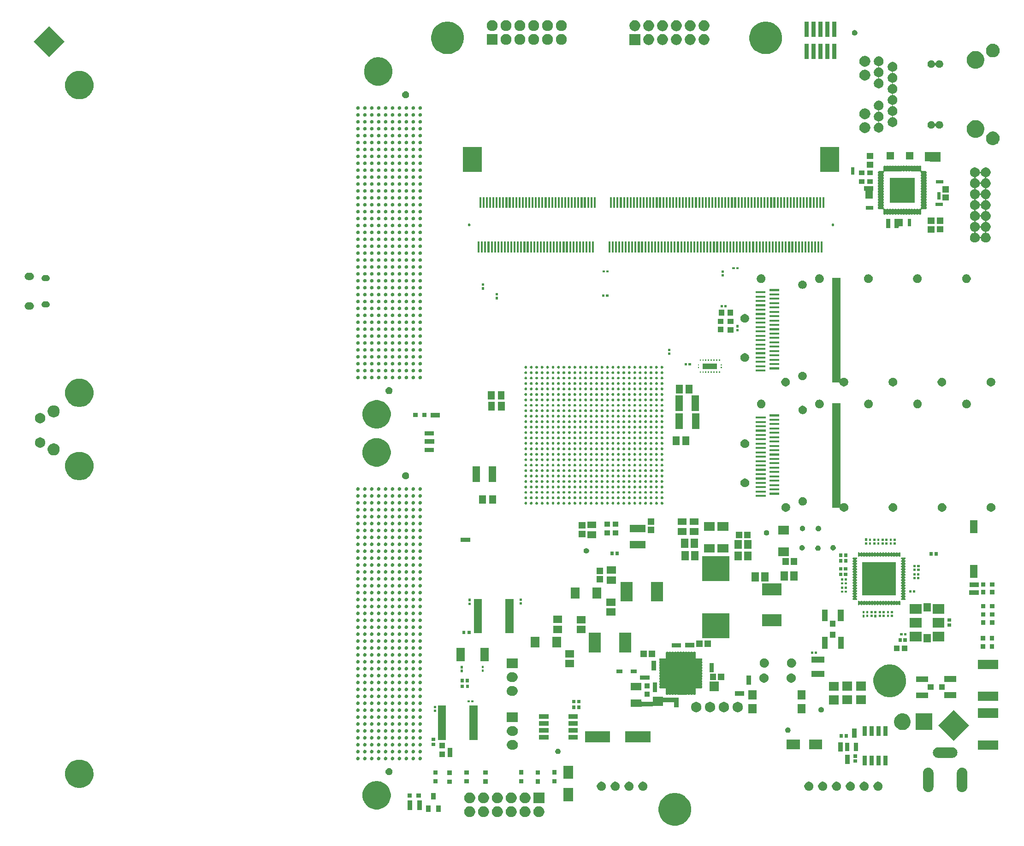
<source format=gts>
G04 #@! TF.GenerationSoftware,KiCad,Pcbnew,(5.1.5)-3*
G04 #@! TF.CreationDate,2020-08-03T13:17:44+02:00*
G04 #@! TF.ProjectId,AMC_FMC_Carrier-PcbDoc,414d435f-464d-4435-9f43-617272696572,rev?*
G04 #@! TF.SameCoordinates,Original*
G04 #@! TF.FileFunction,Soldermask,Top*
G04 #@! TF.FilePolarity,Negative*
%FSLAX46Y46*%
G04 Gerber Fmt 4.6, Leading zero omitted, Abs format (unit mm)*
G04 Created by KiCad (PCBNEW (5.1.5)-3) date 2020-08-03 13:17:44*
%MOMM*%
%LPD*%
G04 APERTURE LIST*
%ADD10C,0.100000*%
G04 APERTURE END LIST*
D10*
G36*
X244331890Y-208306939D02*
G01*
X244525088Y-208345368D01*
X245071053Y-208571514D01*
X245218331Y-208669922D01*
X245490697Y-208851911D01*
X245562409Y-208899828D01*
X245980272Y-209317691D01*
X246308586Y-209809047D01*
X246431245Y-210105171D01*
X246534732Y-210355013D01*
X246650020Y-210934604D01*
X246650020Y-211525556D01*
X246534732Y-212105147D01*
X246342272Y-212569789D01*
X246308586Y-212651113D01*
X245980272Y-213142469D01*
X245562409Y-213560332D01*
X245071053Y-213888646D01*
X244525088Y-214114792D01*
X244331890Y-214153221D01*
X243945496Y-214230080D01*
X243354544Y-214230080D01*
X242968150Y-214153221D01*
X242774952Y-214114792D01*
X242228987Y-213888646D01*
X241737631Y-213560332D01*
X241319768Y-213142469D01*
X240991454Y-212651113D01*
X240957769Y-212569789D01*
X240765308Y-212105147D01*
X240650020Y-211525556D01*
X240650020Y-210934604D01*
X240765308Y-210355013D01*
X240868796Y-210105171D01*
X240991454Y-209809047D01*
X241319768Y-209317691D01*
X241737631Y-208899828D01*
X241809344Y-208851911D01*
X242081709Y-208669922D01*
X242228987Y-208571514D01*
X242774952Y-208345368D01*
X242968150Y-208306939D01*
X243354544Y-208230080D01*
X243945496Y-208230080D01*
X244331890Y-208306939D01*
G37*
G36*
X218895890Y-210709219D02*
G01*
X218960289Y-210722029D01*
X219142278Y-210797411D01*
X219306063Y-210906849D01*
X219445351Y-211046137D01*
X219554789Y-211209922D01*
X219630171Y-211391911D01*
X219630171Y-211391912D01*
X219656755Y-211525556D01*
X219668600Y-211585109D01*
X219668600Y-211782091D01*
X219630171Y-211975289D01*
X219554789Y-212157278D01*
X219445351Y-212321063D01*
X219306063Y-212460351D01*
X219142278Y-212569789D01*
X218960289Y-212645171D01*
X218930426Y-212651111D01*
X218767093Y-212683600D01*
X218570107Y-212683600D01*
X218406774Y-212651111D01*
X218376911Y-212645171D01*
X218194922Y-212569789D01*
X218031137Y-212460351D01*
X217891849Y-212321063D01*
X217782411Y-212157278D01*
X217707029Y-211975289D01*
X217668600Y-211782091D01*
X217668600Y-211585109D01*
X217680446Y-211525556D01*
X217707029Y-211391912D01*
X217707029Y-211391911D01*
X217782411Y-211209922D01*
X217891849Y-211046137D01*
X218031137Y-210906849D01*
X218194922Y-210797411D01*
X218376911Y-210722029D01*
X218441310Y-210709219D01*
X218570107Y-210683600D01*
X218767093Y-210683600D01*
X218895890Y-210709219D01*
G37*
G36*
X216355890Y-210709219D02*
G01*
X216420289Y-210722029D01*
X216602278Y-210797411D01*
X216766063Y-210906849D01*
X216905351Y-211046137D01*
X217014789Y-211209922D01*
X217090171Y-211391911D01*
X217090171Y-211391912D01*
X217116755Y-211525556D01*
X217128600Y-211585109D01*
X217128600Y-211782091D01*
X217090171Y-211975289D01*
X217014789Y-212157278D01*
X216905351Y-212321063D01*
X216766063Y-212460351D01*
X216602278Y-212569789D01*
X216420289Y-212645171D01*
X216390426Y-212651111D01*
X216227093Y-212683600D01*
X216030107Y-212683600D01*
X215866774Y-212651111D01*
X215836911Y-212645171D01*
X215654922Y-212569789D01*
X215491137Y-212460351D01*
X215351849Y-212321063D01*
X215242411Y-212157278D01*
X215167029Y-211975289D01*
X215128600Y-211782091D01*
X215128600Y-211585109D01*
X215140446Y-211525556D01*
X215167029Y-211391912D01*
X215167029Y-211391911D01*
X215242411Y-211209922D01*
X215351849Y-211046137D01*
X215491137Y-210906849D01*
X215654922Y-210797411D01*
X215836911Y-210722029D01*
X215901310Y-210709219D01*
X216030107Y-210683600D01*
X216227093Y-210683600D01*
X216355890Y-210709219D01*
G37*
G36*
X213815890Y-210709219D02*
G01*
X213880289Y-210722029D01*
X214062278Y-210797411D01*
X214226063Y-210906849D01*
X214365351Y-211046137D01*
X214474789Y-211209922D01*
X214550171Y-211391911D01*
X214550171Y-211391912D01*
X214576755Y-211525556D01*
X214588600Y-211585109D01*
X214588600Y-211782091D01*
X214550171Y-211975289D01*
X214474789Y-212157278D01*
X214365351Y-212321063D01*
X214226063Y-212460351D01*
X214062278Y-212569789D01*
X213880289Y-212645171D01*
X213850426Y-212651111D01*
X213687093Y-212683600D01*
X213490107Y-212683600D01*
X213326774Y-212651111D01*
X213296911Y-212645171D01*
X213114922Y-212569789D01*
X212951137Y-212460351D01*
X212811849Y-212321063D01*
X212702411Y-212157278D01*
X212627029Y-211975289D01*
X212588600Y-211782091D01*
X212588600Y-211585109D01*
X212600446Y-211525556D01*
X212627029Y-211391912D01*
X212627029Y-211391911D01*
X212702411Y-211209922D01*
X212811849Y-211046137D01*
X212951137Y-210906849D01*
X213114922Y-210797411D01*
X213296911Y-210722029D01*
X213361310Y-210709219D01*
X213490107Y-210683600D01*
X213687093Y-210683600D01*
X213815890Y-210709219D01*
G37*
G36*
X208735890Y-210709219D02*
G01*
X208800289Y-210722029D01*
X208982278Y-210797411D01*
X209146063Y-210906849D01*
X209285351Y-211046137D01*
X209394789Y-211209922D01*
X209470171Y-211391911D01*
X209470171Y-211391912D01*
X209496755Y-211525556D01*
X209508600Y-211585109D01*
X209508600Y-211782091D01*
X209470171Y-211975289D01*
X209394789Y-212157278D01*
X209285351Y-212321063D01*
X209146063Y-212460351D01*
X208982278Y-212569789D01*
X208800289Y-212645171D01*
X208770426Y-212651111D01*
X208607093Y-212683600D01*
X208410107Y-212683600D01*
X208246774Y-212651111D01*
X208216911Y-212645171D01*
X208034922Y-212569789D01*
X207871137Y-212460351D01*
X207731849Y-212321063D01*
X207622411Y-212157278D01*
X207547029Y-211975289D01*
X207508600Y-211782091D01*
X207508600Y-211585109D01*
X207520446Y-211525556D01*
X207547029Y-211391912D01*
X207547029Y-211391911D01*
X207622411Y-211209922D01*
X207731849Y-211046137D01*
X207871137Y-210906849D01*
X208034922Y-210797411D01*
X208216911Y-210722029D01*
X208281310Y-210709219D01*
X208410107Y-210683600D01*
X208607093Y-210683600D01*
X208735890Y-210709219D01*
G37*
G36*
X211275890Y-210709219D02*
G01*
X211340289Y-210722029D01*
X211522278Y-210797411D01*
X211686063Y-210906849D01*
X211825351Y-211046137D01*
X211934789Y-211209922D01*
X212010171Y-211391911D01*
X212010171Y-211391912D01*
X212036755Y-211525556D01*
X212048600Y-211585109D01*
X212048600Y-211782091D01*
X212010171Y-211975289D01*
X211934789Y-212157278D01*
X211825351Y-212321063D01*
X211686063Y-212460351D01*
X211522278Y-212569789D01*
X211340289Y-212645171D01*
X211310426Y-212651111D01*
X211147093Y-212683600D01*
X210950107Y-212683600D01*
X210786774Y-212651111D01*
X210756911Y-212645171D01*
X210574922Y-212569789D01*
X210411137Y-212460351D01*
X210271849Y-212321063D01*
X210162411Y-212157278D01*
X210087029Y-211975289D01*
X210048600Y-211782091D01*
X210048600Y-211585109D01*
X210060446Y-211525556D01*
X210087029Y-211391912D01*
X210087029Y-211391911D01*
X210162411Y-211209922D01*
X210271849Y-211046137D01*
X210411137Y-210906849D01*
X210574922Y-210797411D01*
X210756911Y-210722029D01*
X210821310Y-210709219D01*
X210950107Y-210683600D01*
X211147093Y-210683600D01*
X211275890Y-210709219D01*
G37*
G36*
X206195890Y-210709219D02*
G01*
X206260289Y-210722029D01*
X206442278Y-210797411D01*
X206606063Y-210906849D01*
X206745351Y-211046137D01*
X206854789Y-211209922D01*
X206930171Y-211391911D01*
X206930171Y-211391912D01*
X206956755Y-211525556D01*
X206968600Y-211585109D01*
X206968600Y-211782091D01*
X206930171Y-211975289D01*
X206854789Y-212157278D01*
X206745351Y-212321063D01*
X206606063Y-212460351D01*
X206442278Y-212569789D01*
X206260289Y-212645171D01*
X206230426Y-212651111D01*
X206067093Y-212683600D01*
X205870107Y-212683600D01*
X205706774Y-212651111D01*
X205676911Y-212645171D01*
X205494922Y-212569789D01*
X205331137Y-212460351D01*
X205191849Y-212321063D01*
X205082411Y-212157278D01*
X205007029Y-211975289D01*
X204968600Y-211782091D01*
X204968600Y-211585109D01*
X204980446Y-211525556D01*
X205007029Y-211391912D01*
X205007029Y-211391911D01*
X205082411Y-211209922D01*
X205191849Y-211046137D01*
X205331137Y-210906849D01*
X205494922Y-210797411D01*
X205676911Y-210722029D01*
X205741310Y-210709219D01*
X205870107Y-210683600D01*
X206067093Y-210683600D01*
X206195890Y-210709219D01*
G37*
G36*
X200665400Y-211758800D02*
G01*
X199811400Y-211758800D01*
X199811400Y-210504800D01*
X200665400Y-210504800D01*
X200665400Y-211758800D01*
G37*
G36*
X198765400Y-211758800D02*
G01*
X197911400Y-211758800D01*
X197911400Y-210504800D01*
X198765400Y-210504800D01*
X198765400Y-211758800D01*
G37*
G36*
X195382400Y-211351800D02*
G01*
X194558400Y-211351800D01*
X194558400Y-209627800D01*
X195382400Y-209627800D01*
X195382400Y-211351800D01*
G37*
G36*
X197160400Y-211351800D02*
G01*
X196336400Y-211351800D01*
X196336400Y-209627800D01*
X197160400Y-209627800D01*
X197160400Y-211351800D01*
G37*
G36*
X189381449Y-206108444D02*
G01*
X189632799Y-206158440D01*
X190106333Y-206354584D01*
X190275968Y-206467931D01*
X190532502Y-206639341D01*
X190894930Y-207001769D01*
X190975773Y-207122760D01*
X191179687Y-207427938D01*
X191375831Y-207901472D01*
X191375831Y-207901473D01*
X191446632Y-208257411D01*
X191475824Y-208404172D01*
X191475824Y-208916722D01*
X191375831Y-209419422D01*
X191179687Y-209892956D01*
X191161382Y-209920351D01*
X190894930Y-210319125D01*
X190532502Y-210681553D01*
X190277032Y-210852252D01*
X190106333Y-210966310D01*
X189632799Y-211162454D01*
X189394161Y-211209922D01*
X189130100Y-211262447D01*
X188617548Y-211262447D01*
X188353487Y-211209922D01*
X188114849Y-211162454D01*
X187641315Y-210966310D01*
X187470616Y-210852252D01*
X187215146Y-210681553D01*
X186852718Y-210319125D01*
X186586266Y-209920351D01*
X186567961Y-209892956D01*
X186371817Y-209419422D01*
X186271824Y-208916722D01*
X186271824Y-208404172D01*
X186301017Y-208257411D01*
X186371817Y-207901473D01*
X186371817Y-207901472D01*
X186567961Y-207427938D01*
X186771875Y-207122760D01*
X186852718Y-207001769D01*
X187215146Y-206639341D01*
X187471680Y-206467931D01*
X187641315Y-206354584D01*
X188114849Y-206158440D01*
X188366199Y-206108444D01*
X188617548Y-206058447D01*
X189130100Y-206058447D01*
X189381449Y-206108444D01*
G37*
G36*
X219668600Y-210143600D02*
G01*
X217668600Y-210143600D01*
X217668600Y-208143600D01*
X219668600Y-208143600D01*
X219668600Y-210143600D01*
G37*
G36*
X206195890Y-208169219D02*
G01*
X206260289Y-208182029D01*
X206442278Y-208257411D01*
X206606063Y-208366849D01*
X206745351Y-208506137D01*
X206854789Y-208669922D01*
X206930171Y-208851911D01*
X206930171Y-208851912D01*
X206968600Y-209045107D01*
X206968600Y-209242093D01*
X206953562Y-209317692D01*
X206930171Y-209435289D01*
X206854789Y-209617278D01*
X206745351Y-209781063D01*
X206606063Y-209920351D01*
X206442278Y-210029789D01*
X206260289Y-210105171D01*
X206195890Y-210117981D01*
X206067093Y-210143600D01*
X205870107Y-210143600D01*
X205741310Y-210117981D01*
X205676911Y-210105171D01*
X205494922Y-210029789D01*
X205331137Y-209920351D01*
X205191849Y-209781063D01*
X205082411Y-209617278D01*
X205007029Y-209435289D01*
X204983638Y-209317692D01*
X204968600Y-209242093D01*
X204968600Y-209045107D01*
X205007029Y-208851912D01*
X205007029Y-208851911D01*
X205082411Y-208669922D01*
X205191849Y-208506137D01*
X205331137Y-208366849D01*
X205494922Y-208257411D01*
X205676911Y-208182029D01*
X205741310Y-208169219D01*
X205870107Y-208143600D01*
X206067093Y-208143600D01*
X206195890Y-208169219D01*
G37*
G36*
X208735890Y-208169219D02*
G01*
X208800289Y-208182029D01*
X208982278Y-208257411D01*
X209146063Y-208366849D01*
X209285351Y-208506137D01*
X209394789Y-208669922D01*
X209470171Y-208851911D01*
X209470171Y-208851912D01*
X209508600Y-209045107D01*
X209508600Y-209242093D01*
X209493562Y-209317692D01*
X209470171Y-209435289D01*
X209394789Y-209617278D01*
X209285351Y-209781063D01*
X209146063Y-209920351D01*
X208982278Y-210029789D01*
X208800289Y-210105171D01*
X208735890Y-210117981D01*
X208607093Y-210143600D01*
X208410107Y-210143600D01*
X208281310Y-210117981D01*
X208216911Y-210105171D01*
X208034922Y-210029789D01*
X207871137Y-209920351D01*
X207731849Y-209781063D01*
X207622411Y-209617278D01*
X207547029Y-209435289D01*
X207523638Y-209317692D01*
X207508600Y-209242093D01*
X207508600Y-209045107D01*
X207547029Y-208851912D01*
X207547029Y-208851911D01*
X207622411Y-208669922D01*
X207731849Y-208506137D01*
X207871137Y-208366849D01*
X208034922Y-208257411D01*
X208216911Y-208182029D01*
X208281310Y-208169219D01*
X208410107Y-208143600D01*
X208607093Y-208143600D01*
X208735890Y-208169219D01*
G37*
G36*
X211275890Y-208169219D02*
G01*
X211340289Y-208182029D01*
X211522278Y-208257411D01*
X211686063Y-208366849D01*
X211825351Y-208506137D01*
X211934789Y-208669922D01*
X212010171Y-208851911D01*
X212010171Y-208851912D01*
X212048600Y-209045107D01*
X212048600Y-209242093D01*
X212033562Y-209317692D01*
X212010171Y-209435289D01*
X211934789Y-209617278D01*
X211825351Y-209781063D01*
X211686063Y-209920351D01*
X211522278Y-210029789D01*
X211340289Y-210105171D01*
X211275890Y-210117981D01*
X211147093Y-210143600D01*
X210950107Y-210143600D01*
X210821310Y-210117981D01*
X210756911Y-210105171D01*
X210574922Y-210029789D01*
X210411137Y-209920351D01*
X210271849Y-209781063D01*
X210162411Y-209617278D01*
X210087029Y-209435289D01*
X210063638Y-209317692D01*
X210048600Y-209242093D01*
X210048600Y-209045107D01*
X210087029Y-208851912D01*
X210087029Y-208851911D01*
X210162411Y-208669922D01*
X210271849Y-208506137D01*
X210411137Y-208366849D01*
X210574922Y-208257411D01*
X210756911Y-208182029D01*
X210821310Y-208169219D01*
X210950107Y-208143600D01*
X211147093Y-208143600D01*
X211275890Y-208169219D01*
G37*
G36*
X213815890Y-208169219D02*
G01*
X213880289Y-208182029D01*
X214062278Y-208257411D01*
X214226063Y-208366849D01*
X214365351Y-208506137D01*
X214474789Y-208669922D01*
X214550171Y-208851911D01*
X214550171Y-208851912D01*
X214588600Y-209045107D01*
X214588600Y-209242093D01*
X214573562Y-209317692D01*
X214550171Y-209435289D01*
X214474789Y-209617278D01*
X214365351Y-209781063D01*
X214226063Y-209920351D01*
X214062278Y-210029789D01*
X213880289Y-210105171D01*
X213815890Y-210117981D01*
X213687093Y-210143600D01*
X213490107Y-210143600D01*
X213361310Y-210117981D01*
X213296911Y-210105171D01*
X213114922Y-210029789D01*
X212951137Y-209920351D01*
X212811849Y-209781063D01*
X212702411Y-209617278D01*
X212627029Y-209435289D01*
X212603638Y-209317692D01*
X212588600Y-209242093D01*
X212588600Y-209045107D01*
X212627029Y-208851912D01*
X212627029Y-208851911D01*
X212702411Y-208669922D01*
X212811849Y-208506137D01*
X212951137Y-208366849D01*
X213114922Y-208257411D01*
X213296911Y-208182029D01*
X213361310Y-208169219D01*
X213490107Y-208143600D01*
X213687093Y-208143600D01*
X213815890Y-208169219D01*
G37*
G36*
X216355890Y-208169219D02*
G01*
X216420289Y-208182029D01*
X216602278Y-208257411D01*
X216766063Y-208366849D01*
X216905351Y-208506137D01*
X217014789Y-208669922D01*
X217090171Y-208851911D01*
X217090171Y-208851912D01*
X217128600Y-209045107D01*
X217128600Y-209242093D01*
X217113562Y-209317692D01*
X217090171Y-209435289D01*
X217014789Y-209617278D01*
X216905351Y-209781063D01*
X216766063Y-209920351D01*
X216602278Y-210029789D01*
X216420289Y-210105171D01*
X216355890Y-210117981D01*
X216227093Y-210143600D01*
X216030107Y-210143600D01*
X215901310Y-210117981D01*
X215836911Y-210105171D01*
X215654922Y-210029789D01*
X215491137Y-209920351D01*
X215351849Y-209781063D01*
X215242411Y-209617278D01*
X215167029Y-209435289D01*
X215143638Y-209317692D01*
X215128600Y-209242093D01*
X215128600Y-209045107D01*
X215167029Y-208851912D01*
X215167029Y-208851911D01*
X215242411Y-208669922D01*
X215351849Y-208506137D01*
X215491137Y-208366849D01*
X215654922Y-208257411D01*
X215836911Y-208182029D01*
X215901310Y-208169219D01*
X216030107Y-208143600D01*
X216227093Y-208143600D01*
X216355890Y-208169219D01*
G37*
G36*
X224955800Y-209754000D02*
G01*
X223201800Y-209754000D01*
X223201800Y-207350000D01*
X224955800Y-207350000D01*
X224955800Y-209754000D01*
G37*
G36*
X199715400Y-209458800D02*
G01*
X198861400Y-209458800D01*
X198861400Y-208204800D01*
X199715400Y-208204800D01*
X199715400Y-209458800D01*
G37*
G36*
X195358200Y-209111800D02*
G01*
X194558200Y-209111800D01*
X194558200Y-208311800D01*
X195358200Y-208311800D01*
X195358200Y-209111800D01*
G37*
G36*
X197008200Y-209111800D02*
G01*
X196208200Y-209111800D01*
X196208200Y-208311800D01*
X197008200Y-208311800D01*
X197008200Y-209111800D01*
G37*
G36*
X296565627Y-203595192D02*
G01*
X296744216Y-203649367D01*
X296908804Y-203737341D01*
X297053067Y-203855734D01*
X297171460Y-203999997D01*
X297259434Y-204164585D01*
X297313609Y-204343174D01*
X297331901Y-204528900D01*
X297331901Y-207128900D01*
X297313609Y-207314626D01*
X297259434Y-207493215D01*
X297171460Y-207657803D01*
X297053067Y-207802066D01*
X296908804Y-207920459D01*
X296744216Y-208008433D01*
X296565627Y-208062608D01*
X296379901Y-208080900D01*
X296379899Y-208080900D01*
X296194173Y-208062608D01*
X296015584Y-208008433D01*
X295850996Y-207920459D01*
X295706733Y-207802066D01*
X295588340Y-207657803D01*
X295500366Y-207493215D01*
X295446191Y-207314626D01*
X295427899Y-207128900D01*
X295427899Y-204528900D01*
X295446191Y-204343174D01*
X295500366Y-204164585D01*
X295588340Y-203999997D01*
X295706733Y-203855734D01*
X295850996Y-203737341D01*
X296015584Y-203649367D01*
X296194173Y-203595192D01*
X296379899Y-203576900D01*
X296379901Y-203576900D01*
X296565627Y-203595192D01*
G37*
G36*
X290365627Y-203595192D02*
G01*
X290544216Y-203649367D01*
X290708804Y-203737341D01*
X290853067Y-203855734D01*
X290971460Y-203999997D01*
X291059434Y-204164585D01*
X291113609Y-204343174D01*
X291131901Y-204528900D01*
X291131901Y-207128900D01*
X291113609Y-207314626D01*
X291059434Y-207493215D01*
X290971460Y-207657803D01*
X290853067Y-207802066D01*
X290708804Y-207920459D01*
X290544216Y-208008433D01*
X290365627Y-208062608D01*
X290179901Y-208080900D01*
X290179899Y-208080900D01*
X289994173Y-208062608D01*
X289815584Y-208008433D01*
X289650996Y-207920459D01*
X289506733Y-207802066D01*
X289388340Y-207657803D01*
X289300366Y-207493215D01*
X289246191Y-207314626D01*
X289227899Y-207128900D01*
X289227899Y-204528900D01*
X289246191Y-204343174D01*
X289300366Y-204164585D01*
X289388340Y-203999997D01*
X289506733Y-203855734D01*
X289650996Y-203737341D01*
X289815584Y-203649367D01*
X289994173Y-203595192D01*
X290179899Y-203576900D01*
X290179901Y-203576900D01*
X290365627Y-203595192D01*
G37*
G36*
X232935419Y-206195681D02*
G01*
X233011854Y-206227342D01*
X233088290Y-206259002D01*
X233225866Y-206350927D01*
X233342873Y-206467934D01*
X233434798Y-206605510D01*
X233498119Y-206758382D01*
X233530400Y-206920667D01*
X233530400Y-207086133D01*
X233498119Y-207248418D01*
X233434798Y-207401290D01*
X233342873Y-207538866D01*
X233225866Y-207655873D01*
X233088290Y-207747798D01*
X233011854Y-207779458D01*
X232935419Y-207811119D01*
X232773133Y-207843400D01*
X232607667Y-207843400D01*
X232445381Y-207811119D01*
X232368946Y-207779458D01*
X232292510Y-207747798D01*
X232154934Y-207655873D01*
X232037927Y-207538866D01*
X231946002Y-207401290D01*
X231882681Y-207248418D01*
X231850400Y-207086133D01*
X231850400Y-206920667D01*
X231882681Y-206758382D01*
X231946002Y-206605510D01*
X232037927Y-206467934D01*
X232154934Y-206350927D01*
X232292510Y-206259002D01*
X232368946Y-206227342D01*
X232445381Y-206195681D01*
X232607667Y-206163400D01*
X232773133Y-206163400D01*
X232935419Y-206195681D01*
G37*
G36*
X230395419Y-206195681D02*
G01*
X230471854Y-206227342D01*
X230548290Y-206259002D01*
X230685866Y-206350927D01*
X230802873Y-206467934D01*
X230894798Y-206605510D01*
X230958119Y-206758382D01*
X230990400Y-206920667D01*
X230990400Y-207086133D01*
X230958119Y-207248418D01*
X230894798Y-207401290D01*
X230802873Y-207538866D01*
X230685866Y-207655873D01*
X230548290Y-207747798D01*
X230471854Y-207779458D01*
X230395419Y-207811119D01*
X230233133Y-207843400D01*
X230067667Y-207843400D01*
X229905381Y-207811119D01*
X229828946Y-207779458D01*
X229752510Y-207747798D01*
X229614934Y-207655873D01*
X229497927Y-207538866D01*
X229406002Y-207401290D01*
X229342681Y-207248418D01*
X229310400Y-207086133D01*
X229310400Y-206920667D01*
X229342681Y-206758382D01*
X229406002Y-206605510D01*
X229497927Y-206467934D01*
X229614934Y-206350927D01*
X229752510Y-206259002D01*
X229828946Y-206227342D01*
X229905381Y-206195681D01*
X230067667Y-206163400D01*
X230233133Y-206163400D01*
X230395419Y-206195681D01*
G37*
G36*
X276115419Y-206195681D02*
G01*
X276191854Y-206227342D01*
X276268290Y-206259002D01*
X276405866Y-206350927D01*
X276522873Y-206467934D01*
X276614798Y-206605510D01*
X276678119Y-206758382D01*
X276710400Y-206920667D01*
X276710400Y-207086133D01*
X276678119Y-207248418D01*
X276614798Y-207401290D01*
X276522873Y-207538866D01*
X276405866Y-207655873D01*
X276268290Y-207747798D01*
X276191854Y-207779458D01*
X276115419Y-207811119D01*
X275953133Y-207843400D01*
X275787667Y-207843400D01*
X275625381Y-207811119D01*
X275548946Y-207779458D01*
X275472510Y-207747798D01*
X275334934Y-207655873D01*
X275217927Y-207538866D01*
X275126002Y-207401290D01*
X275062681Y-207248418D01*
X275030400Y-207086133D01*
X275030400Y-206920667D01*
X275062681Y-206758382D01*
X275126002Y-206605510D01*
X275217927Y-206467934D01*
X275334934Y-206350927D01*
X275472510Y-206259002D01*
X275548946Y-206227342D01*
X275625381Y-206195681D01*
X275787667Y-206163400D01*
X275953133Y-206163400D01*
X276115419Y-206195681D01*
G37*
G36*
X235475419Y-206195681D02*
G01*
X235551854Y-206227342D01*
X235628290Y-206259002D01*
X235765866Y-206350927D01*
X235882873Y-206467934D01*
X235974798Y-206605510D01*
X236038119Y-206758382D01*
X236070400Y-206920667D01*
X236070400Y-207086133D01*
X236038119Y-207248418D01*
X235974798Y-207401290D01*
X235882873Y-207538866D01*
X235765866Y-207655873D01*
X235628290Y-207747798D01*
X235551854Y-207779458D01*
X235475419Y-207811119D01*
X235313133Y-207843400D01*
X235147667Y-207843400D01*
X234985381Y-207811119D01*
X234908946Y-207779458D01*
X234832510Y-207747798D01*
X234694934Y-207655873D01*
X234577927Y-207538866D01*
X234486002Y-207401290D01*
X234422681Y-207248418D01*
X234390400Y-207086133D01*
X234390400Y-206920667D01*
X234422681Y-206758382D01*
X234486002Y-206605510D01*
X234577927Y-206467934D01*
X234694934Y-206350927D01*
X234832510Y-206259002D01*
X234908946Y-206227342D01*
X234985381Y-206195681D01*
X235147667Y-206163400D01*
X235313133Y-206163400D01*
X235475419Y-206195681D01*
G37*
G36*
X238015419Y-206195681D02*
G01*
X238091854Y-206227342D01*
X238168290Y-206259002D01*
X238305866Y-206350927D01*
X238422873Y-206467934D01*
X238514798Y-206605510D01*
X238578119Y-206758382D01*
X238610400Y-206920667D01*
X238610400Y-207086133D01*
X238578119Y-207248418D01*
X238514798Y-207401290D01*
X238422873Y-207538866D01*
X238305866Y-207655873D01*
X238168290Y-207747798D01*
X238091854Y-207779458D01*
X238015419Y-207811119D01*
X237853133Y-207843400D01*
X237687667Y-207843400D01*
X237525381Y-207811119D01*
X237448946Y-207779458D01*
X237372510Y-207747798D01*
X237234934Y-207655873D01*
X237117927Y-207538866D01*
X237026002Y-207401290D01*
X236962681Y-207248418D01*
X236930400Y-207086133D01*
X236930400Y-206920667D01*
X236962681Y-206758382D01*
X237026002Y-206605510D01*
X237117927Y-206467934D01*
X237234934Y-206350927D01*
X237372510Y-206259002D01*
X237448946Y-206227342D01*
X237525381Y-206195681D01*
X237687667Y-206163400D01*
X237853133Y-206163400D01*
X238015419Y-206195681D01*
G37*
G36*
X268495419Y-206195681D02*
G01*
X268571854Y-206227342D01*
X268648290Y-206259002D01*
X268785866Y-206350927D01*
X268902873Y-206467934D01*
X268994798Y-206605510D01*
X269058119Y-206758382D01*
X269090400Y-206920667D01*
X269090400Y-207086133D01*
X269058119Y-207248418D01*
X268994798Y-207401290D01*
X268902873Y-207538866D01*
X268785866Y-207655873D01*
X268648290Y-207747798D01*
X268571854Y-207779458D01*
X268495419Y-207811119D01*
X268333133Y-207843400D01*
X268167667Y-207843400D01*
X268005381Y-207811119D01*
X267928946Y-207779458D01*
X267852510Y-207747798D01*
X267714934Y-207655873D01*
X267597927Y-207538866D01*
X267506002Y-207401290D01*
X267442681Y-207248418D01*
X267410400Y-207086133D01*
X267410400Y-206920667D01*
X267442681Y-206758382D01*
X267506002Y-206605510D01*
X267597927Y-206467934D01*
X267714934Y-206350927D01*
X267852510Y-206259002D01*
X267928946Y-206227342D01*
X268005381Y-206195681D01*
X268167667Y-206163400D01*
X268333133Y-206163400D01*
X268495419Y-206195681D01*
G37*
G36*
X271035419Y-206195681D02*
G01*
X271111854Y-206227342D01*
X271188290Y-206259002D01*
X271325866Y-206350927D01*
X271442873Y-206467934D01*
X271534798Y-206605510D01*
X271598119Y-206758382D01*
X271630400Y-206920667D01*
X271630400Y-207086133D01*
X271598119Y-207248418D01*
X271534798Y-207401290D01*
X271442873Y-207538866D01*
X271325866Y-207655873D01*
X271188290Y-207747798D01*
X271111854Y-207779458D01*
X271035419Y-207811119D01*
X270873133Y-207843400D01*
X270707667Y-207843400D01*
X270545381Y-207811119D01*
X270468946Y-207779458D01*
X270392510Y-207747798D01*
X270254934Y-207655873D01*
X270137927Y-207538866D01*
X270046002Y-207401290D01*
X269982681Y-207248418D01*
X269950400Y-207086133D01*
X269950400Y-206920667D01*
X269982681Y-206758382D01*
X270046002Y-206605510D01*
X270137927Y-206467934D01*
X270254934Y-206350927D01*
X270392510Y-206259002D01*
X270468946Y-206227342D01*
X270545381Y-206195681D01*
X270707667Y-206163400D01*
X270873133Y-206163400D01*
X271035419Y-206195681D01*
G37*
G36*
X273575419Y-206195681D02*
G01*
X273651854Y-206227342D01*
X273728290Y-206259002D01*
X273865866Y-206350927D01*
X273982873Y-206467934D01*
X274074798Y-206605510D01*
X274138119Y-206758382D01*
X274170400Y-206920667D01*
X274170400Y-207086133D01*
X274138119Y-207248418D01*
X274074798Y-207401290D01*
X273982873Y-207538866D01*
X273865866Y-207655873D01*
X273728290Y-207747798D01*
X273651854Y-207779458D01*
X273575419Y-207811119D01*
X273413133Y-207843400D01*
X273247667Y-207843400D01*
X273085381Y-207811119D01*
X273008946Y-207779458D01*
X272932510Y-207747798D01*
X272794934Y-207655873D01*
X272677927Y-207538866D01*
X272586002Y-207401290D01*
X272522681Y-207248418D01*
X272490400Y-207086133D01*
X272490400Y-206920667D01*
X272522681Y-206758382D01*
X272586002Y-206605510D01*
X272677927Y-206467934D01*
X272794934Y-206350927D01*
X272932510Y-206259002D01*
X273008946Y-206227342D01*
X273085381Y-206195681D01*
X273247667Y-206163400D01*
X273413133Y-206163400D01*
X273575419Y-206195681D01*
G37*
G36*
X281195419Y-206195681D02*
G01*
X281271854Y-206227342D01*
X281348290Y-206259002D01*
X281485866Y-206350927D01*
X281602873Y-206467934D01*
X281694798Y-206605510D01*
X281758119Y-206758382D01*
X281790400Y-206920667D01*
X281790400Y-207086133D01*
X281758119Y-207248418D01*
X281694798Y-207401290D01*
X281602873Y-207538866D01*
X281485866Y-207655873D01*
X281348290Y-207747798D01*
X281271854Y-207779458D01*
X281195419Y-207811119D01*
X281033133Y-207843400D01*
X280867667Y-207843400D01*
X280705381Y-207811119D01*
X280628946Y-207779458D01*
X280552510Y-207747798D01*
X280414934Y-207655873D01*
X280297927Y-207538866D01*
X280206002Y-207401290D01*
X280142681Y-207248418D01*
X280110400Y-207086133D01*
X280110400Y-206920667D01*
X280142681Y-206758382D01*
X280206002Y-206605510D01*
X280297927Y-206467934D01*
X280414934Y-206350927D01*
X280552510Y-206259002D01*
X280628946Y-206227342D01*
X280705381Y-206195681D01*
X280867667Y-206163400D01*
X281033133Y-206163400D01*
X281195419Y-206195681D01*
G37*
G36*
X278655419Y-206195681D02*
G01*
X278731854Y-206227342D01*
X278808290Y-206259002D01*
X278945866Y-206350927D01*
X279062873Y-206467934D01*
X279154798Y-206605510D01*
X279218119Y-206758382D01*
X279250400Y-206920667D01*
X279250400Y-207086133D01*
X279218119Y-207248418D01*
X279154798Y-207401290D01*
X279062873Y-207538866D01*
X278945866Y-207655873D01*
X278808290Y-207747798D01*
X278731854Y-207779458D01*
X278655419Y-207811119D01*
X278493133Y-207843400D01*
X278327667Y-207843400D01*
X278165381Y-207811119D01*
X278088946Y-207779458D01*
X278012510Y-207747798D01*
X277874934Y-207655873D01*
X277757927Y-207538866D01*
X277666002Y-207401290D01*
X277602681Y-207248418D01*
X277570400Y-207086133D01*
X277570400Y-206920667D01*
X277602681Y-206758382D01*
X277666002Y-206605510D01*
X277757927Y-206467934D01*
X277874934Y-206350927D01*
X278012510Y-206259002D01*
X278088946Y-206227342D01*
X278165381Y-206195681D01*
X278327667Y-206163400D01*
X278493133Y-206163400D01*
X278655419Y-206195681D01*
G37*
G36*
X134691040Y-202140460D02*
G01*
X135032799Y-202208440D01*
X135506333Y-202404584D01*
X135677032Y-202518642D01*
X135932502Y-202689341D01*
X136294930Y-203051769D01*
X136367274Y-203160040D01*
X136579687Y-203477938D01*
X136775831Y-203951472D01*
X136796981Y-204057800D01*
X136853770Y-204343296D01*
X136875824Y-204454172D01*
X136875824Y-204966722D01*
X136775831Y-205469422D01*
X136579687Y-205942956D01*
X136502518Y-206058447D01*
X136294930Y-206369125D01*
X135932502Y-206731553D01*
X135677032Y-206902252D01*
X135506333Y-207016310D01*
X135032799Y-207212454D01*
X134851995Y-207248418D01*
X134530100Y-207312447D01*
X134017548Y-207312447D01*
X133695653Y-207248418D01*
X133514849Y-207212454D01*
X133041315Y-207016310D01*
X132870616Y-206902252D01*
X132615146Y-206731553D01*
X132252718Y-206369125D01*
X132045130Y-206058447D01*
X131967961Y-205942956D01*
X131771817Y-205469422D01*
X131671824Y-204966722D01*
X131671824Y-204454172D01*
X131693879Y-204343296D01*
X131750667Y-204057800D01*
X131771817Y-203951472D01*
X131967961Y-203477938D01*
X132180374Y-203160040D01*
X132252718Y-203051769D01*
X132615146Y-202689341D01*
X132870616Y-202518642D01*
X133041315Y-202404584D01*
X133514849Y-202208440D01*
X133856608Y-202140460D01*
X134017548Y-202108447D01*
X134530100Y-202108447D01*
X134691040Y-202140460D01*
G37*
G36*
X202660200Y-206558600D02*
G01*
X201860200Y-206558600D01*
X201860200Y-205758600D01*
X202660200Y-205758600D01*
X202660200Y-206558600D01*
G37*
G36*
X209264200Y-206533200D02*
G01*
X208464200Y-206533200D01*
X208464200Y-205733200D01*
X209264200Y-205733200D01*
X209264200Y-206533200D01*
G37*
G36*
X218865400Y-206533200D02*
G01*
X218065400Y-206533200D01*
X218065400Y-205733200D01*
X218865400Y-205733200D01*
X218865400Y-206533200D01*
G37*
G36*
X205809800Y-206507800D02*
G01*
X205009800Y-206507800D01*
X205009800Y-205707800D01*
X205809800Y-205707800D01*
X205809800Y-206507800D01*
G37*
G36*
X200094800Y-206507800D02*
G01*
X199294800Y-206507800D01*
X199294800Y-205707800D01*
X200094800Y-205707800D01*
X200094800Y-206507800D01*
G37*
G36*
X215817400Y-206482400D02*
G01*
X215017400Y-206482400D01*
X215017400Y-205682400D01*
X215817400Y-205682400D01*
X215817400Y-206482400D01*
G37*
G36*
X221913400Y-206482400D02*
G01*
X221113400Y-206482400D01*
X221113400Y-205682400D01*
X221913400Y-205682400D01*
X221913400Y-206482400D01*
G37*
G36*
X224955800Y-205654000D02*
G01*
X223201800Y-205654000D01*
X223201800Y-203250000D01*
X224955800Y-203250000D01*
X224955800Y-205654000D01*
G37*
G36*
X191295438Y-203683553D02*
G01*
X191337298Y-203691879D01*
X191386296Y-203712175D01*
X191455589Y-203740877D01*
X191455590Y-203740878D01*
X191562051Y-203812012D01*
X191652588Y-203902549D01*
X191700118Y-203973684D01*
X191723723Y-204009011D01*
X191733411Y-204032400D01*
X191772721Y-204127302D01*
X191797700Y-204252881D01*
X191797700Y-204380919D01*
X191772721Y-204506498D01*
X191760898Y-204535040D01*
X191723723Y-204624789D01*
X191723722Y-204624790D01*
X191652588Y-204731251D01*
X191562051Y-204821788D01*
X191490916Y-204869318D01*
X191455589Y-204892923D01*
X191417741Y-204908600D01*
X191337298Y-204941921D01*
X191295438Y-204950247D01*
X191211721Y-204966900D01*
X191083679Y-204966900D01*
X190999962Y-204950247D01*
X190958102Y-204941921D01*
X190877659Y-204908600D01*
X190839811Y-204892923D01*
X190804484Y-204869318D01*
X190733349Y-204821788D01*
X190642812Y-204731251D01*
X190571678Y-204624790D01*
X190571677Y-204624789D01*
X190534502Y-204535040D01*
X190522679Y-204506498D01*
X190497700Y-204380919D01*
X190497700Y-204252881D01*
X190522679Y-204127302D01*
X190561989Y-204032400D01*
X190571677Y-204009011D01*
X190595282Y-203973684D01*
X190642812Y-203902549D01*
X190733349Y-203812012D01*
X190839810Y-203740878D01*
X190839811Y-203740877D01*
X190909104Y-203712175D01*
X190958102Y-203691879D01*
X190999962Y-203683553D01*
X191083679Y-203666900D01*
X191211721Y-203666900D01*
X191295438Y-203683553D01*
G37*
G36*
X202660200Y-204908600D02*
G01*
X201860200Y-204908600D01*
X201860200Y-204108600D01*
X202660200Y-204108600D01*
X202660200Y-204908600D01*
G37*
G36*
X218865400Y-204883200D02*
G01*
X218065400Y-204883200D01*
X218065400Y-204083200D01*
X218865400Y-204083200D01*
X218865400Y-204883200D01*
G37*
G36*
X209264200Y-204883200D02*
G01*
X208464200Y-204883200D01*
X208464200Y-204083200D01*
X209264200Y-204083200D01*
X209264200Y-204883200D01*
G37*
G36*
X205809800Y-204857800D02*
G01*
X205009800Y-204857800D01*
X205009800Y-204057800D01*
X205809800Y-204057800D01*
X205809800Y-204857800D01*
G37*
G36*
X200094800Y-204857800D02*
G01*
X199294800Y-204857800D01*
X199294800Y-204057800D01*
X200094800Y-204057800D01*
X200094800Y-204857800D01*
G37*
G36*
X215817400Y-204832400D02*
G01*
X215017400Y-204832400D01*
X215017400Y-204032400D01*
X215817400Y-204032400D01*
X215817400Y-204832400D01*
G37*
G36*
X221913400Y-204832400D02*
G01*
X221113400Y-204832400D01*
X221113400Y-204032400D01*
X221913400Y-204032400D01*
X221913400Y-204832400D01*
G37*
G36*
X280188080Y-203160040D02*
G01*
X279384080Y-203160040D01*
X279384080Y-201406040D01*
X280188080Y-201406040D01*
X280188080Y-203160040D01*
G37*
G36*
X278918080Y-203160040D02*
G01*
X278114080Y-203160040D01*
X278114080Y-201406040D01*
X278918080Y-201406040D01*
X278918080Y-203160040D01*
G37*
G36*
X281458080Y-203160040D02*
G01*
X280654080Y-203160040D01*
X280654080Y-201406040D01*
X281458080Y-201406040D01*
X281458080Y-203160040D01*
G37*
G36*
X282728080Y-203160040D02*
G01*
X281924080Y-203160040D01*
X281924080Y-201406040D01*
X282728080Y-201406040D01*
X282728080Y-203160040D01*
G37*
G36*
X275722600Y-202944400D02*
G01*
X274898600Y-202944400D01*
X274898600Y-201220400D01*
X275722600Y-201220400D01*
X275722600Y-202944400D01*
G37*
G36*
X277093800Y-202690000D02*
G01*
X276473800Y-202690000D01*
X276473800Y-202070000D01*
X277093800Y-202070000D01*
X277093800Y-202690000D01*
G37*
G36*
X185526039Y-201584197D02*
G01*
X185584275Y-201608319D01*
X185584277Y-201608320D01*
X185636688Y-201643340D01*
X185681260Y-201687912D01*
X185694972Y-201708434D01*
X185716281Y-201740325D01*
X185740403Y-201798561D01*
X185752700Y-201860381D01*
X185752700Y-201923419D01*
X185740403Y-201985239D01*
X185732466Y-202004400D01*
X185716280Y-202043477D01*
X185681260Y-202095888D01*
X185636688Y-202140460D01*
X185584277Y-202175480D01*
X185584276Y-202175481D01*
X185584275Y-202175481D01*
X185526039Y-202199603D01*
X185464219Y-202211900D01*
X185401181Y-202211900D01*
X185339361Y-202199603D01*
X185281125Y-202175481D01*
X185281124Y-202175481D01*
X185281123Y-202175480D01*
X185228712Y-202140460D01*
X185184140Y-202095888D01*
X185149120Y-202043477D01*
X185132934Y-202004400D01*
X185124997Y-201985239D01*
X185112700Y-201923419D01*
X185112700Y-201860381D01*
X185124997Y-201798561D01*
X185149119Y-201740325D01*
X185170428Y-201708434D01*
X185184140Y-201687912D01*
X185228712Y-201643340D01*
X185281123Y-201608320D01*
X185281125Y-201608319D01*
X185339361Y-201584197D01*
X185401181Y-201571900D01*
X185464219Y-201571900D01*
X185526039Y-201584197D01*
G37*
G36*
X189336039Y-201584197D02*
G01*
X189394275Y-201608319D01*
X189394277Y-201608320D01*
X189446688Y-201643340D01*
X189491260Y-201687912D01*
X189504972Y-201708434D01*
X189526281Y-201740325D01*
X189550403Y-201798561D01*
X189562700Y-201860381D01*
X189562700Y-201923419D01*
X189550403Y-201985239D01*
X189542466Y-202004400D01*
X189526280Y-202043477D01*
X189491260Y-202095888D01*
X189446688Y-202140460D01*
X189394277Y-202175480D01*
X189394276Y-202175481D01*
X189394275Y-202175481D01*
X189336039Y-202199603D01*
X189274219Y-202211900D01*
X189211181Y-202211900D01*
X189149361Y-202199603D01*
X189091125Y-202175481D01*
X189091124Y-202175481D01*
X189091123Y-202175480D01*
X189038712Y-202140460D01*
X188994140Y-202095888D01*
X188959120Y-202043477D01*
X188942934Y-202004400D01*
X188934997Y-201985239D01*
X188922700Y-201923419D01*
X188922700Y-201860381D01*
X188934997Y-201798561D01*
X188959119Y-201740325D01*
X188980428Y-201708434D01*
X188994140Y-201687912D01*
X189038712Y-201643340D01*
X189091123Y-201608320D01*
X189091125Y-201608319D01*
X189149361Y-201584197D01*
X189211181Y-201571900D01*
X189274219Y-201571900D01*
X189336039Y-201584197D01*
G37*
G36*
X188066039Y-201584197D02*
G01*
X188124275Y-201608319D01*
X188124277Y-201608320D01*
X188176688Y-201643340D01*
X188221260Y-201687912D01*
X188234972Y-201708434D01*
X188256281Y-201740325D01*
X188280403Y-201798561D01*
X188292700Y-201860381D01*
X188292700Y-201923419D01*
X188280403Y-201985239D01*
X188272466Y-202004400D01*
X188256280Y-202043477D01*
X188221260Y-202095888D01*
X188176688Y-202140460D01*
X188124277Y-202175480D01*
X188124276Y-202175481D01*
X188124275Y-202175481D01*
X188066039Y-202199603D01*
X188004219Y-202211900D01*
X187941181Y-202211900D01*
X187879361Y-202199603D01*
X187821125Y-202175481D01*
X187821124Y-202175481D01*
X187821123Y-202175480D01*
X187768712Y-202140460D01*
X187724140Y-202095888D01*
X187689120Y-202043477D01*
X187672934Y-202004400D01*
X187664997Y-201985239D01*
X187652700Y-201923419D01*
X187652700Y-201860381D01*
X187664997Y-201798561D01*
X187689119Y-201740325D01*
X187710428Y-201708434D01*
X187724140Y-201687912D01*
X187768712Y-201643340D01*
X187821123Y-201608320D01*
X187821125Y-201608319D01*
X187879361Y-201584197D01*
X187941181Y-201571900D01*
X188004219Y-201571900D01*
X188066039Y-201584197D01*
G37*
G36*
X191876039Y-201584197D02*
G01*
X191934275Y-201608319D01*
X191934277Y-201608320D01*
X191986688Y-201643340D01*
X192031260Y-201687912D01*
X192044972Y-201708434D01*
X192066281Y-201740325D01*
X192090403Y-201798561D01*
X192102700Y-201860381D01*
X192102700Y-201923419D01*
X192090403Y-201985239D01*
X192082466Y-202004400D01*
X192066280Y-202043477D01*
X192031260Y-202095888D01*
X191986688Y-202140460D01*
X191934277Y-202175480D01*
X191934276Y-202175481D01*
X191934275Y-202175481D01*
X191876039Y-202199603D01*
X191814219Y-202211900D01*
X191751181Y-202211900D01*
X191689361Y-202199603D01*
X191631125Y-202175481D01*
X191631124Y-202175481D01*
X191631123Y-202175480D01*
X191578712Y-202140460D01*
X191534140Y-202095888D01*
X191499120Y-202043477D01*
X191482934Y-202004400D01*
X191474997Y-201985239D01*
X191462700Y-201923419D01*
X191462700Y-201860381D01*
X191474997Y-201798561D01*
X191499119Y-201740325D01*
X191520428Y-201708434D01*
X191534140Y-201687912D01*
X191578712Y-201643340D01*
X191631123Y-201608320D01*
X191631125Y-201608319D01*
X191689361Y-201584197D01*
X191751181Y-201571900D01*
X191814219Y-201571900D01*
X191876039Y-201584197D01*
G37*
G36*
X190606039Y-201584197D02*
G01*
X190664275Y-201608319D01*
X190664277Y-201608320D01*
X190716688Y-201643340D01*
X190761260Y-201687912D01*
X190774972Y-201708434D01*
X190796281Y-201740325D01*
X190820403Y-201798561D01*
X190832700Y-201860381D01*
X190832700Y-201923419D01*
X190820403Y-201985239D01*
X190812466Y-202004400D01*
X190796280Y-202043477D01*
X190761260Y-202095888D01*
X190716688Y-202140460D01*
X190664277Y-202175480D01*
X190664276Y-202175481D01*
X190664275Y-202175481D01*
X190606039Y-202199603D01*
X190544219Y-202211900D01*
X190481181Y-202211900D01*
X190419361Y-202199603D01*
X190361125Y-202175481D01*
X190361124Y-202175481D01*
X190361123Y-202175480D01*
X190308712Y-202140460D01*
X190264140Y-202095888D01*
X190229120Y-202043477D01*
X190212934Y-202004400D01*
X190204997Y-201985239D01*
X190192700Y-201923419D01*
X190192700Y-201860381D01*
X190204997Y-201798561D01*
X190229119Y-201740325D01*
X190250428Y-201708434D01*
X190264140Y-201687912D01*
X190308712Y-201643340D01*
X190361123Y-201608320D01*
X190361125Y-201608319D01*
X190419361Y-201584197D01*
X190481181Y-201571900D01*
X190544219Y-201571900D01*
X190606039Y-201584197D01*
G37*
G36*
X194416039Y-201584197D02*
G01*
X194474275Y-201608319D01*
X194474277Y-201608320D01*
X194526688Y-201643340D01*
X194571260Y-201687912D01*
X194584972Y-201708434D01*
X194606281Y-201740325D01*
X194630403Y-201798561D01*
X194642700Y-201860381D01*
X194642700Y-201923419D01*
X194630403Y-201985239D01*
X194622466Y-202004400D01*
X194606280Y-202043477D01*
X194571260Y-202095888D01*
X194526688Y-202140460D01*
X194474277Y-202175480D01*
X194474276Y-202175481D01*
X194474275Y-202175481D01*
X194416039Y-202199603D01*
X194354219Y-202211900D01*
X194291181Y-202211900D01*
X194229361Y-202199603D01*
X194171125Y-202175481D01*
X194171124Y-202175481D01*
X194171123Y-202175480D01*
X194118712Y-202140460D01*
X194074140Y-202095888D01*
X194039120Y-202043477D01*
X194022934Y-202004400D01*
X194014997Y-201985239D01*
X194002700Y-201923419D01*
X194002700Y-201860381D01*
X194014997Y-201798561D01*
X194039119Y-201740325D01*
X194060428Y-201708434D01*
X194074140Y-201687912D01*
X194118712Y-201643340D01*
X194171123Y-201608320D01*
X194171125Y-201608319D01*
X194229361Y-201584197D01*
X194291181Y-201571900D01*
X194354219Y-201571900D01*
X194416039Y-201584197D01*
G37*
G36*
X195686039Y-201584197D02*
G01*
X195744275Y-201608319D01*
X195744277Y-201608320D01*
X195796688Y-201643340D01*
X195841260Y-201687912D01*
X195854972Y-201708434D01*
X195876281Y-201740325D01*
X195900403Y-201798561D01*
X195912700Y-201860381D01*
X195912700Y-201923419D01*
X195900403Y-201985239D01*
X195892466Y-202004400D01*
X195876280Y-202043477D01*
X195841260Y-202095888D01*
X195796688Y-202140460D01*
X195744277Y-202175480D01*
X195744276Y-202175481D01*
X195744275Y-202175481D01*
X195686039Y-202199603D01*
X195624219Y-202211900D01*
X195561181Y-202211900D01*
X195499361Y-202199603D01*
X195441125Y-202175481D01*
X195441124Y-202175481D01*
X195441123Y-202175480D01*
X195388712Y-202140460D01*
X195344140Y-202095888D01*
X195309120Y-202043477D01*
X195292934Y-202004400D01*
X195284997Y-201985239D01*
X195272700Y-201923419D01*
X195272700Y-201860381D01*
X195284997Y-201798561D01*
X195309119Y-201740325D01*
X195330428Y-201708434D01*
X195344140Y-201687912D01*
X195388712Y-201643340D01*
X195441123Y-201608320D01*
X195441125Y-201608319D01*
X195499361Y-201584197D01*
X195561181Y-201571900D01*
X195624219Y-201571900D01*
X195686039Y-201584197D01*
G37*
G36*
X196956039Y-201584197D02*
G01*
X197014275Y-201608319D01*
X197014277Y-201608320D01*
X197066688Y-201643340D01*
X197111260Y-201687912D01*
X197124972Y-201708434D01*
X197146281Y-201740325D01*
X197170403Y-201798561D01*
X197182700Y-201860381D01*
X197182700Y-201923419D01*
X197170403Y-201985239D01*
X197162466Y-202004400D01*
X197146280Y-202043477D01*
X197111260Y-202095888D01*
X197066688Y-202140460D01*
X197014277Y-202175480D01*
X197014276Y-202175481D01*
X197014275Y-202175481D01*
X196956039Y-202199603D01*
X196894219Y-202211900D01*
X196831181Y-202211900D01*
X196769361Y-202199603D01*
X196711125Y-202175481D01*
X196711124Y-202175481D01*
X196711123Y-202175480D01*
X196658712Y-202140460D01*
X196614140Y-202095888D01*
X196579120Y-202043477D01*
X196562934Y-202004400D01*
X196554997Y-201985239D01*
X196542700Y-201923419D01*
X196542700Y-201860381D01*
X196554997Y-201798561D01*
X196579119Y-201740325D01*
X196600428Y-201708434D01*
X196614140Y-201687912D01*
X196658712Y-201643340D01*
X196711123Y-201608320D01*
X196711125Y-201608319D01*
X196769361Y-201584197D01*
X196831181Y-201571900D01*
X196894219Y-201571900D01*
X196956039Y-201584197D01*
G37*
G36*
X186796039Y-201584197D02*
G01*
X186854275Y-201608319D01*
X186854277Y-201608320D01*
X186906688Y-201643340D01*
X186951260Y-201687912D01*
X186964972Y-201708434D01*
X186986281Y-201740325D01*
X187010403Y-201798561D01*
X187022700Y-201860381D01*
X187022700Y-201923419D01*
X187010403Y-201985239D01*
X187002466Y-202004400D01*
X186986280Y-202043477D01*
X186951260Y-202095888D01*
X186906688Y-202140460D01*
X186854277Y-202175480D01*
X186854276Y-202175481D01*
X186854275Y-202175481D01*
X186796039Y-202199603D01*
X186734219Y-202211900D01*
X186671181Y-202211900D01*
X186609361Y-202199603D01*
X186551125Y-202175481D01*
X186551124Y-202175481D01*
X186551123Y-202175480D01*
X186498712Y-202140460D01*
X186454140Y-202095888D01*
X186419120Y-202043477D01*
X186402934Y-202004400D01*
X186394997Y-201985239D01*
X186382700Y-201923419D01*
X186382700Y-201860381D01*
X186394997Y-201798561D01*
X186419119Y-201740325D01*
X186440428Y-201708434D01*
X186454140Y-201687912D01*
X186498712Y-201643340D01*
X186551123Y-201608320D01*
X186551125Y-201608319D01*
X186609361Y-201584197D01*
X186671181Y-201571900D01*
X186734219Y-201571900D01*
X186796039Y-201584197D01*
G37*
G36*
X193146039Y-201584197D02*
G01*
X193204275Y-201608319D01*
X193204277Y-201608320D01*
X193256688Y-201643340D01*
X193301260Y-201687912D01*
X193314972Y-201708434D01*
X193336281Y-201740325D01*
X193360403Y-201798561D01*
X193372700Y-201860381D01*
X193372700Y-201923419D01*
X193360403Y-201985239D01*
X193352466Y-202004400D01*
X193336280Y-202043477D01*
X193301260Y-202095888D01*
X193256688Y-202140460D01*
X193204277Y-202175480D01*
X193204276Y-202175481D01*
X193204275Y-202175481D01*
X193146039Y-202199603D01*
X193084219Y-202211900D01*
X193021181Y-202211900D01*
X192959361Y-202199603D01*
X192901125Y-202175481D01*
X192901124Y-202175481D01*
X192901123Y-202175480D01*
X192848712Y-202140460D01*
X192804140Y-202095888D01*
X192769120Y-202043477D01*
X192752934Y-202004400D01*
X192744997Y-201985239D01*
X192732700Y-201923419D01*
X192732700Y-201860381D01*
X192744997Y-201798561D01*
X192769119Y-201740325D01*
X192790428Y-201708434D01*
X192804140Y-201687912D01*
X192848712Y-201643340D01*
X192901123Y-201608320D01*
X192901125Y-201608319D01*
X192959361Y-201584197D01*
X193021181Y-201571900D01*
X193084219Y-201571900D01*
X193146039Y-201584197D01*
G37*
G36*
X277093800Y-201790000D02*
G01*
X276473800Y-201790000D01*
X276473800Y-201170000D01*
X277093800Y-201170000D01*
X277093800Y-201790000D01*
G37*
G36*
X294765626Y-199895191D02*
G01*
X294944215Y-199949366D01*
X295108803Y-200037340D01*
X295253066Y-200155733D01*
X295371459Y-200299996D01*
X295459433Y-200464584D01*
X295513608Y-200643173D01*
X295531900Y-200828899D01*
X295531900Y-200828901D01*
X295513608Y-201014627D01*
X295459433Y-201193216D01*
X295371459Y-201357804D01*
X295253066Y-201502067D01*
X295108803Y-201620460D01*
X294944215Y-201708434D01*
X294765626Y-201762609D01*
X294579900Y-201780901D01*
X291979900Y-201780901D01*
X291794174Y-201762609D01*
X291615585Y-201708434D01*
X291450997Y-201620460D01*
X291306734Y-201502067D01*
X291188341Y-201357804D01*
X291100367Y-201193216D01*
X291046192Y-201014627D01*
X291027900Y-200828901D01*
X291027900Y-200828899D01*
X291046192Y-200643173D01*
X291100367Y-200464584D01*
X291188341Y-200299996D01*
X291306734Y-200155733D01*
X291450997Y-200037340D01*
X291615585Y-199949366D01*
X291794174Y-199895191D01*
X291979900Y-199876899D01*
X294579900Y-199876899D01*
X294765626Y-199895191D01*
G37*
G36*
X202773800Y-201674400D02*
G01*
X201949800Y-201674400D01*
X201949800Y-199950400D01*
X202773800Y-199950400D01*
X202773800Y-201674400D01*
G37*
G36*
X201416000Y-201656800D02*
G01*
X200412000Y-201656800D01*
X200412000Y-200652800D01*
X201416000Y-200652800D01*
X201416000Y-201656800D01*
G37*
G36*
X222319643Y-200103014D02*
G01*
X222367560Y-200122862D01*
X222410639Y-200140706D01*
X222492531Y-200195425D01*
X222562175Y-200265069D01*
X222611120Y-200338319D01*
X222616895Y-200346963D01*
X222654586Y-200437957D01*
X222673800Y-200534553D01*
X222673800Y-200633047D01*
X222654586Y-200729643D01*
X222636430Y-200773475D01*
X222616894Y-200820639D01*
X222562175Y-200902531D01*
X222492531Y-200972175D01*
X222410639Y-201026894D01*
X222410638Y-201026895D01*
X222410637Y-201026895D01*
X222319643Y-201064586D01*
X222223047Y-201083800D01*
X222124553Y-201083800D01*
X222027957Y-201064586D01*
X221936963Y-201026895D01*
X221936962Y-201026895D01*
X221936961Y-201026894D01*
X221855069Y-200972175D01*
X221785425Y-200902531D01*
X221730706Y-200820639D01*
X221711170Y-200773475D01*
X221693014Y-200729643D01*
X221673800Y-200633047D01*
X221673800Y-200534553D01*
X221693014Y-200437957D01*
X221730705Y-200346963D01*
X221736481Y-200338319D01*
X221785425Y-200265069D01*
X221855069Y-200195425D01*
X221936961Y-200140706D01*
X221980040Y-200122862D01*
X222027957Y-200103014D01*
X222124553Y-200083800D01*
X222223047Y-200083800D01*
X222319643Y-200103014D01*
G37*
G36*
X195686039Y-200314197D02*
G01*
X195744275Y-200338319D01*
X195744277Y-200338320D01*
X195796688Y-200373340D01*
X195841260Y-200417912D01*
X195872445Y-200464584D01*
X195876281Y-200470325D01*
X195900403Y-200528561D01*
X195912700Y-200590381D01*
X195912700Y-200653419D01*
X195900403Y-200715239D01*
X195892466Y-200734400D01*
X195876280Y-200773477D01*
X195841260Y-200825888D01*
X195796688Y-200870460D01*
X195744277Y-200905480D01*
X195744276Y-200905481D01*
X195744275Y-200905481D01*
X195686039Y-200929603D01*
X195624219Y-200941900D01*
X195561181Y-200941900D01*
X195499361Y-200929603D01*
X195441125Y-200905481D01*
X195441124Y-200905481D01*
X195441123Y-200905480D01*
X195388712Y-200870460D01*
X195344140Y-200825888D01*
X195309120Y-200773477D01*
X195292934Y-200734400D01*
X195284997Y-200715239D01*
X195272700Y-200653419D01*
X195272700Y-200590381D01*
X195284997Y-200528561D01*
X195309119Y-200470325D01*
X195312955Y-200464584D01*
X195344140Y-200417912D01*
X195388712Y-200373340D01*
X195441123Y-200338320D01*
X195441125Y-200338319D01*
X195499361Y-200314197D01*
X195561181Y-200301900D01*
X195624219Y-200301900D01*
X195686039Y-200314197D01*
G37*
G36*
X189336039Y-200314197D02*
G01*
X189394275Y-200338319D01*
X189394277Y-200338320D01*
X189446688Y-200373340D01*
X189491260Y-200417912D01*
X189522445Y-200464584D01*
X189526281Y-200470325D01*
X189550403Y-200528561D01*
X189562700Y-200590381D01*
X189562700Y-200653419D01*
X189550403Y-200715239D01*
X189542466Y-200734400D01*
X189526280Y-200773477D01*
X189491260Y-200825888D01*
X189446688Y-200870460D01*
X189394277Y-200905480D01*
X189394276Y-200905481D01*
X189394275Y-200905481D01*
X189336039Y-200929603D01*
X189274219Y-200941900D01*
X189211181Y-200941900D01*
X189149361Y-200929603D01*
X189091125Y-200905481D01*
X189091124Y-200905481D01*
X189091123Y-200905480D01*
X189038712Y-200870460D01*
X188994140Y-200825888D01*
X188959120Y-200773477D01*
X188942934Y-200734400D01*
X188934997Y-200715239D01*
X188922700Y-200653419D01*
X188922700Y-200590381D01*
X188934997Y-200528561D01*
X188959119Y-200470325D01*
X188962955Y-200464584D01*
X188994140Y-200417912D01*
X189038712Y-200373340D01*
X189091123Y-200338320D01*
X189091125Y-200338319D01*
X189149361Y-200314197D01*
X189211181Y-200301900D01*
X189274219Y-200301900D01*
X189336039Y-200314197D01*
G37*
G36*
X188066039Y-200314197D02*
G01*
X188124275Y-200338319D01*
X188124277Y-200338320D01*
X188176688Y-200373340D01*
X188221260Y-200417912D01*
X188252445Y-200464584D01*
X188256281Y-200470325D01*
X188280403Y-200528561D01*
X188292700Y-200590381D01*
X188292700Y-200653419D01*
X188280403Y-200715239D01*
X188272466Y-200734400D01*
X188256280Y-200773477D01*
X188221260Y-200825888D01*
X188176688Y-200870460D01*
X188124277Y-200905480D01*
X188124276Y-200905481D01*
X188124275Y-200905481D01*
X188066039Y-200929603D01*
X188004219Y-200941900D01*
X187941181Y-200941900D01*
X187879361Y-200929603D01*
X187821125Y-200905481D01*
X187821124Y-200905481D01*
X187821123Y-200905480D01*
X187768712Y-200870460D01*
X187724140Y-200825888D01*
X187689120Y-200773477D01*
X187672934Y-200734400D01*
X187664997Y-200715239D01*
X187652700Y-200653419D01*
X187652700Y-200590381D01*
X187664997Y-200528561D01*
X187689119Y-200470325D01*
X187692955Y-200464584D01*
X187724140Y-200417912D01*
X187768712Y-200373340D01*
X187821123Y-200338320D01*
X187821125Y-200338319D01*
X187879361Y-200314197D01*
X187941181Y-200301900D01*
X188004219Y-200301900D01*
X188066039Y-200314197D01*
G37*
G36*
X186796039Y-200314197D02*
G01*
X186854275Y-200338319D01*
X186854277Y-200338320D01*
X186906688Y-200373340D01*
X186951260Y-200417912D01*
X186982445Y-200464584D01*
X186986281Y-200470325D01*
X187010403Y-200528561D01*
X187022700Y-200590381D01*
X187022700Y-200653419D01*
X187010403Y-200715239D01*
X187002466Y-200734400D01*
X186986280Y-200773477D01*
X186951260Y-200825888D01*
X186906688Y-200870460D01*
X186854277Y-200905480D01*
X186854276Y-200905481D01*
X186854275Y-200905481D01*
X186796039Y-200929603D01*
X186734219Y-200941900D01*
X186671181Y-200941900D01*
X186609361Y-200929603D01*
X186551125Y-200905481D01*
X186551124Y-200905481D01*
X186551123Y-200905480D01*
X186498712Y-200870460D01*
X186454140Y-200825888D01*
X186419120Y-200773477D01*
X186402934Y-200734400D01*
X186394997Y-200715239D01*
X186382700Y-200653419D01*
X186382700Y-200590381D01*
X186394997Y-200528561D01*
X186419119Y-200470325D01*
X186422955Y-200464584D01*
X186454140Y-200417912D01*
X186498712Y-200373340D01*
X186551123Y-200338320D01*
X186551125Y-200338319D01*
X186609361Y-200314197D01*
X186671181Y-200301900D01*
X186734219Y-200301900D01*
X186796039Y-200314197D01*
G37*
G36*
X185526039Y-200314197D02*
G01*
X185584275Y-200338319D01*
X185584277Y-200338320D01*
X185636688Y-200373340D01*
X185681260Y-200417912D01*
X185712445Y-200464584D01*
X185716281Y-200470325D01*
X185740403Y-200528561D01*
X185752700Y-200590381D01*
X185752700Y-200653419D01*
X185740403Y-200715239D01*
X185732466Y-200734400D01*
X185716280Y-200773477D01*
X185681260Y-200825888D01*
X185636688Y-200870460D01*
X185584277Y-200905480D01*
X185584276Y-200905481D01*
X185584275Y-200905481D01*
X185526039Y-200929603D01*
X185464219Y-200941900D01*
X185401181Y-200941900D01*
X185339361Y-200929603D01*
X185281125Y-200905481D01*
X185281124Y-200905481D01*
X185281123Y-200905480D01*
X185228712Y-200870460D01*
X185184140Y-200825888D01*
X185149120Y-200773477D01*
X185132934Y-200734400D01*
X185124997Y-200715239D01*
X185112700Y-200653419D01*
X185112700Y-200590381D01*
X185124997Y-200528561D01*
X185149119Y-200470325D01*
X185152955Y-200464584D01*
X185184140Y-200417912D01*
X185228712Y-200373340D01*
X185281123Y-200338320D01*
X185281125Y-200338319D01*
X185339361Y-200314197D01*
X185401181Y-200301900D01*
X185464219Y-200301900D01*
X185526039Y-200314197D01*
G37*
G36*
X191876039Y-200314197D02*
G01*
X191934275Y-200338319D01*
X191934277Y-200338320D01*
X191986688Y-200373340D01*
X192031260Y-200417912D01*
X192062445Y-200464584D01*
X192066281Y-200470325D01*
X192090403Y-200528561D01*
X192102700Y-200590381D01*
X192102700Y-200653419D01*
X192090403Y-200715239D01*
X192082466Y-200734400D01*
X192066280Y-200773477D01*
X192031260Y-200825888D01*
X191986688Y-200870460D01*
X191934277Y-200905480D01*
X191934276Y-200905481D01*
X191934275Y-200905481D01*
X191876039Y-200929603D01*
X191814219Y-200941900D01*
X191751181Y-200941900D01*
X191689361Y-200929603D01*
X191631125Y-200905481D01*
X191631124Y-200905481D01*
X191631123Y-200905480D01*
X191578712Y-200870460D01*
X191534140Y-200825888D01*
X191499120Y-200773477D01*
X191482934Y-200734400D01*
X191474997Y-200715239D01*
X191462700Y-200653419D01*
X191462700Y-200590381D01*
X191474997Y-200528561D01*
X191499119Y-200470325D01*
X191502955Y-200464584D01*
X191534140Y-200417912D01*
X191578712Y-200373340D01*
X191631123Y-200338320D01*
X191631125Y-200338319D01*
X191689361Y-200314197D01*
X191751181Y-200301900D01*
X191814219Y-200301900D01*
X191876039Y-200314197D01*
G37*
G36*
X193146039Y-200314197D02*
G01*
X193204275Y-200338319D01*
X193204277Y-200338320D01*
X193256688Y-200373340D01*
X193301260Y-200417912D01*
X193332445Y-200464584D01*
X193336281Y-200470325D01*
X193360403Y-200528561D01*
X193372700Y-200590381D01*
X193372700Y-200653419D01*
X193360403Y-200715239D01*
X193352466Y-200734400D01*
X193336280Y-200773477D01*
X193301260Y-200825888D01*
X193256688Y-200870460D01*
X193204277Y-200905480D01*
X193204276Y-200905481D01*
X193204275Y-200905481D01*
X193146039Y-200929603D01*
X193084219Y-200941900D01*
X193021181Y-200941900D01*
X192959361Y-200929603D01*
X192901125Y-200905481D01*
X192901124Y-200905481D01*
X192901123Y-200905480D01*
X192848712Y-200870460D01*
X192804140Y-200825888D01*
X192769120Y-200773477D01*
X192752934Y-200734400D01*
X192744997Y-200715239D01*
X192732700Y-200653419D01*
X192732700Y-200590381D01*
X192744997Y-200528561D01*
X192769119Y-200470325D01*
X192772955Y-200464584D01*
X192804140Y-200417912D01*
X192848712Y-200373340D01*
X192901123Y-200338320D01*
X192901125Y-200338319D01*
X192959361Y-200314197D01*
X193021181Y-200301900D01*
X193084219Y-200301900D01*
X193146039Y-200314197D01*
G37*
G36*
X194416039Y-200314197D02*
G01*
X194474275Y-200338319D01*
X194474277Y-200338320D01*
X194526688Y-200373340D01*
X194571260Y-200417912D01*
X194602445Y-200464584D01*
X194606281Y-200470325D01*
X194630403Y-200528561D01*
X194642700Y-200590381D01*
X194642700Y-200653419D01*
X194630403Y-200715239D01*
X194622466Y-200734400D01*
X194606280Y-200773477D01*
X194571260Y-200825888D01*
X194526688Y-200870460D01*
X194474277Y-200905480D01*
X194474276Y-200905481D01*
X194474275Y-200905481D01*
X194416039Y-200929603D01*
X194354219Y-200941900D01*
X194291181Y-200941900D01*
X194229361Y-200929603D01*
X194171125Y-200905481D01*
X194171124Y-200905481D01*
X194171123Y-200905480D01*
X194118712Y-200870460D01*
X194074140Y-200825888D01*
X194039120Y-200773477D01*
X194022934Y-200734400D01*
X194014997Y-200715239D01*
X194002700Y-200653419D01*
X194002700Y-200590381D01*
X194014997Y-200528561D01*
X194039119Y-200470325D01*
X194042955Y-200464584D01*
X194074140Y-200417912D01*
X194118712Y-200373340D01*
X194171123Y-200338320D01*
X194171125Y-200338319D01*
X194229361Y-200314197D01*
X194291181Y-200301900D01*
X194354219Y-200301900D01*
X194416039Y-200314197D01*
G37*
G36*
X190606039Y-200314197D02*
G01*
X190664275Y-200338319D01*
X190664277Y-200338320D01*
X190716688Y-200373340D01*
X190761260Y-200417912D01*
X190792445Y-200464584D01*
X190796281Y-200470325D01*
X190820403Y-200528561D01*
X190832700Y-200590381D01*
X190832700Y-200653419D01*
X190820403Y-200715239D01*
X190812466Y-200734400D01*
X190796280Y-200773477D01*
X190761260Y-200825888D01*
X190716688Y-200870460D01*
X190664277Y-200905480D01*
X190664276Y-200905481D01*
X190664275Y-200905481D01*
X190606039Y-200929603D01*
X190544219Y-200941900D01*
X190481181Y-200941900D01*
X190419361Y-200929603D01*
X190361125Y-200905481D01*
X190361124Y-200905481D01*
X190361123Y-200905480D01*
X190308712Y-200870460D01*
X190264140Y-200825888D01*
X190229120Y-200773477D01*
X190212934Y-200734400D01*
X190204997Y-200715239D01*
X190192700Y-200653419D01*
X190192700Y-200590381D01*
X190204997Y-200528561D01*
X190229119Y-200470325D01*
X190232955Y-200464584D01*
X190264140Y-200417912D01*
X190308712Y-200373340D01*
X190361123Y-200338320D01*
X190361125Y-200338319D01*
X190419361Y-200314197D01*
X190481181Y-200301900D01*
X190544219Y-200301900D01*
X190606039Y-200314197D01*
G37*
G36*
X196956039Y-200314197D02*
G01*
X197014275Y-200338319D01*
X197014277Y-200338320D01*
X197066688Y-200373340D01*
X197111260Y-200417912D01*
X197142445Y-200464584D01*
X197146281Y-200470325D01*
X197170403Y-200528561D01*
X197182700Y-200590381D01*
X197182700Y-200653419D01*
X197170403Y-200715239D01*
X197162466Y-200734400D01*
X197146280Y-200773477D01*
X197111260Y-200825888D01*
X197066688Y-200870460D01*
X197014277Y-200905480D01*
X197014276Y-200905481D01*
X197014275Y-200905481D01*
X196956039Y-200929603D01*
X196894219Y-200941900D01*
X196831181Y-200941900D01*
X196769361Y-200929603D01*
X196711125Y-200905481D01*
X196711124Y-200905481D01*
X196711123Y-200905480D01*
X196658712Y-200870460D01*
X196614140Y-200825888D01*
X196579120Y-200773477D01*
X196562934Y-200734400D01*
X196554997Y-200715239D01*
X196542700Y-200653419D01*
X196542700Y-200590381D01*
X196554997Y-200528561D01*
X196579119Y-200470325D01*
X196582955Y-200464584D01*
X196614140Y-200417912D01*
X196658712Y-200373340D01*
X196711123Y-200338320D01*
X196711125Y-200338319D01*
X196769361Y-200314197D01*
X196831181Y-200301900D01*
X196894219Y-200301900D01*
X196956039Y-200314197D01*
G37*
G36*
X274452600Y-200658400D02*
G01*
X273628600Y-200658400D01*
X273628600Y-198934400D01*
X274452600Y-198934400D01*
X274452600Y-200658400D01*
G37*
G36*
X275669600Y-200548400D02*
G01*
X274895600Y-200548400D01*
X274895600Y-199044400D01*
X275669600Y-199044400D01*
X275669600Y-200548400D01*
G37*
G36*
X277249600Y-200548400D02*
G01*
X276475600Y-200548400D01*
X276475600Y-199044400D01*
X277249600Y-199044400D01*
X277249600Y-200548400D01*
G37*
G36*
X302979700Y-200307100D02*
G01*
X299279700Y-200307100D01*
X299279700Y-198607100D01*
X302979700Y-198607100D01*
X302979700Y-200307100D01*
G37*
G36*
X214063071Y-198541418D02*
G01*
X214126610Y-198547676D01*
X214289663Y-198597138D01*
X214289666Y-198597139D01*
X214439933Y-198677458D01*
X214571647Y-198785553D01*
X214679742Y-198917267D01*
X214760061Y-199067534D01*
X214760062Y-199067537D01*
X214809524Y-199230590D01*
X214826225Y-199400160D01*
X214809524Y-199569730D01*
X214789578Y-199635481D01*
X214760061Y-199732786D01*
X214679742Y-199883053D01*
X214571647Y-200014767D01*
X214439933Y-200122862D01*
X214289666Y-200203181D01*
X214289663Y-200203182D01*
X214126610Y-200252644D01*
X214063070Y-200258902D01*
X213999533Y-200265160D01*
X213614547Y-200265160D01*
X213551010Y-200258902D01*
X213487470Y-200252644D01*
X213324417Y-200203182D01*
X213324414Y-200203181D01*
X213174147Y-200122862D01*
X213042433Y-200014767D01*
X212934338Y-199883053D01*
X212854019Y-199732786D01*
X212824502Y-199635481D01*
X212804556Y-199569730D01*
X212787855Y-199400160D01*
X212804556Y-199230590D01*
X212854018Y-199067537D01*
X212854019Y-199067534D01*
X212934338Y-198917267D01*
X213042433Y-198785553D01*
X213174147Y-198677458D01*
X213324414Y-198597139D01*
X213324417Y-198597138D01*
X213487470Y-198547676D01*
X213551009Y-198541418D01*
X213614547Y-198535160D01*
X213999533Y-198535160D01*
X214063071Y-198541418D01*
G37*
G36*
X270696220Y-200208580D02*
G01*
X268292220Y-200208580D01*
X268292220Y-198454580D01*
X270696220Y-198454580D01*
X270696220Y-200208580D01*
G37*
G36*
X266596220Y-200208580D02*
G01*
X264192220Y-200208580D01*
X264192220Y-198454580D01*
X266596220Y-198454580D01*
X266596220Y-200208580D01*
G37*
G36*
X201416000Y-200006800D02*
G01*
X200412000Y-200006800D01*
X200412000Y-199002800D01*
X201416000Y-199002800D01*
X201416000Y-200006800D01*
G37*
G36*
X191876039Y-199044197D02*
G01*
X191932387Y-199067537D01*
X191934277Y-199068320D01*
X191986688Y-199103340D01*
X192031260Y-199147912D01*
X192031261Y-199147914D01*
X192066281Y-199200325D01*
X192090403Y-199258561D01*
X192102700Y-199320381D01*
X192102700Y-199383419D01*
X192090403Y-199445239D01*
X192066281Y-199503475D01*
X192066280Y-199503477D01*
X192031260Y-199555888D01*
X191986688Y-199600460D01*
X191934277Y-199635480D01*
X191934276Y-199635481D01*
X191934275Y-199635481D01*
X191876039Y-199659603D01*
X191814219Y-199671900D01*
X191751181Y-199671900D01*
X191689361Y-199659603D01*
X191631125Y-199635481D01*
X191631124Y-199635481D01*
X191631123Y-199635480D01*
X191578712Y-199600460D01*
X191534140Y-199555888D01*
X191499120Y-199503477D01*
X191499119Y-199503475D01*
X191474997Y-199445239D01*
X191462700Y-199383419D01*
X191462700Y-199320381D01*
X191474997Y-199258561D01*
X191499119Y-199200325D01*
X191534139Y-199147914D01*
X191534140Y-199147912D01*
X191578712Y-199103340D01*
X191631123Y-199068320D01*
X191633013Y-199067537D01*
X191689361Y-199044197D01*
X191751181Y-199031900D01*
X191814219Y-199031900D01*
X191876039Y-199044197D01*
G37*
G36*
X195686039Y-199044197D02*
G01*
X195742387Y-199067537D01*
X195744277Y-199068320D01*
X195796688Y-199103340D01*
X195841260Y-199147912D01*
X195841261Y-199147914D01*
X195876281Y-199200325D01*
X195900403Y-199258561D01*
X195912700Y-199320381D01*
X195912700Y-199383419D01*
X195900403Y-199445239D01*
X195876281Y-199503475D01*
X195876280Y-199503477D01*
X195841260Y-199555888D01*
X195796688Y-199600460D01*
X195744277Y-199635480D01*
X195744276Y-199635481D01*
X195744275Y-199635481D01*
X195686039Y-199659603D01*
X195624219Y-199671900D01*
X195561181Y-199671900D01*
X195499361Y-199659603D01*
X195441125Y-199635481D01*
X195441124Y-199635481D01*
X195441123Y-199635480D01*
X195388712Y-199600460D01*
X195344140Y-199555888D01*
X195309120Y-199503477D01*
X195309119Y-199503475D01*
X195284997Y-199445239D01*
X195272700Y-199383419D01*
X195272700Y-199320381D01*
X195284997Y-199258561D01*
X195309119Y-199200325D01*
X195344139Y-199147914D01*
X195344140Y-199147912D01*
X195388712Y-199103340D01*
X195441123Y-199068320D01*
X195443013Y-199067537D01*
X195499361Y-199044197D01*
X195561181Y-199031900D01*
X195624219Y-199031900D01*
X195686039Y-199044197D01*
G37*
G36*
X196956039Y-199044197D02*
G01*
X197012387Y-199067537D01*
X197014277Y-199068320D01*
X197066688Y-199103340D01*
X197111260Y-199147912D01*
X197111261Y-199147914D01*
X197146281Y-199200325D01*
X197170403Y-199258561D01*
X197182700Y-199320381D01*
X197182700Y-199383419D01*
X197170403Y-199445239D01*
X197146281Y-199503475D01*
X197146280Y-199503477D01*
X197111260Y-199555888D01*
X197066688Y-199600460D01*
X197014277Y-199635480D01*
X197014276Y-199635481D01*
X197014275Y-199635481D01*
X196956039Y-199659603D01*
X196894219Y-199671900D01*
X196831181Y-199671900D01*
X196769361Y-199659603D01*
X196711125Y-199635481D01*
X196711124Y-199635481D01*
X196711123Y-199635480D01*
X196658712Y-199600460D01*
X196614140Y-199555888D01*
X196579120Y-199503477D01*
X196579119Y-199503475D01*
X196554997Y-199445239D01*
X196542700Y-199383419D01*
X196542700Y-199320381D01*
X196554997Y-199258561D01*
X196579119Y-199200325D01*
X196614139Y-199147914D01*
X196614140Y-199147912D01*
X196658712Y-199103340D01*
X196711123Y-199068320D01*
X196713013Y-199067537D01*
X196769361Y-199044197D01*
X196831181Y-199031900D01*
X196894219Y-199031900D01*
X196956039Y-199044197D01*
G37*
G36*
X194416039Y-199044197D02*
G01*
X194472387Y-199067537D01*
X194474277Y-199068320D01*
X194526688Y-199103340D01*
X194571260Y-199147912D01*
X194571261Y-199147914D01*
X194606281Y-199200325D01*
X194630403Y-199258561D01*
X194642700Y-199320381D01*
X194642700Y-199383419D01*
X194630403Y-199445239D01*
X194606281Y-199503475D01*
X194606280Y-199503477D01*
X194571260Y-199555888D01*
X194526688Y-199600460D01*
X194474277Y-199635480D01*
X194474276Y-199635481D01*
X194474275Y-199635481D01*
X194416039Y-199659603D01*
X194354219Y-199671900D01*
X194291181Y-199671900D01*
X194229361Y-199659603D01*
X194171125Y-199635481D01*
X194171124Y-199635481D01*
X194171123Y-199635480D01*
X194118712Y-199600460D01*
X194074140Y-199555888D01*
X194039120Y-199503477D01*
X194039119Y-199503475D01*
X194014997Y-199445239D01*
X194002700Y-199383419D01*
X194002700Y-199320381D01*
X194014997Y-199258561D01*
X194039119Y-199200325D01*
X194074139Y-199147914D01*
X194074140Y-199147912D01*
X194118712Y-199103340D01*
X194171123Y-199068320D01*
X194173013Y-199067537D01*
X194229361Y-199044197D01*
X194291181Y-199031900D01*
X194354219Y-199031900D01*
X194416039Y-199044197D01*
G37*
G36*
X193146039Y-199044197D02*
G01*
X193202387Y-199067537D01*
X193204277Y-199068320D01*
X193256688Y-199103340D01*
X193301260Y-199147912D01*
X193301261Y-199147914D01*
X193336281Y-199200325D01*
X193360403Y-199258561D01*
X193372700Y-199320381D01*
X193372700Y-199383419D01*
X193360403Y-199445239D01*
X193336281Y-199503475D01*
X193336280Y-199503477D01*
X193301260Y-199555888D01*
X193256688Y-199600460D01*
X193204277Y-199635480D01*
X193204276Y-199635481D01*
X193204275Y-199635481D01*
X193146039Y-199659603D01*
X193084219Y-199671900D01*
X193021181Y-199671900D01*
X192959361Y-199659603D01*
X192901125Y-199635481D01*
X192901124Y-199635481D01*
X192901123Y-199635480D01*
X192848712Y-199600460D01*
X192804140Y-199555888D01*
X192769120Y-199503477D01*
X192769119Y-199503475D01*
X192744997Y-199445239D01*
X192732700Y-199383419D01*
X192732700Y-199320381D01*
X192744997Y-199258561D01*
X192769119Y-199200325D01*
X192804139Y-199147914D01*
X192804140Y-199147912D01*
X192848712Y-199103340D01*
X192901123Y-199068320D01*
X192903013Y-199067537D01*
X192959361Y-199044197D01*
X193021181Y-199031900D01*
X193084219Y-199031900D01*
X193146039Y-199044197D01*
G37*
G36*
X185526039Y-199044197D02*
G01*
X185582387Y-199067537D01*
X185584277Y-199068320D01*
X185636688Y-199103340D01*
X185681260Y-199147912D01*
X185681261Y-199147914D01*
X185716281Y-199200325D01*
X185740403Y-199258561D01*
X185752700Y-199320381D01*
X185752700Y-199383419D01*
X185740403Y-199445239D01*
X185716281Y-199503475D01*
X185716280Y-199503477D01*
X185681260Y-199555888D01*
X185636688Y-199600460D01*
X185584277Y-199635480D01*
X185584276Y-199635481D01*
X185584275Y-199635481D01*
X185526039Y-199659603D01*
X185464219Y-199671900D01*
X185401181Y-199671900D01*
X185339361Y-199659603D01*
X185281125Y-199635481D01*
X185281124Y-199635481D01*
X185281123Y-199635480D01*
X185228712Y-199600460D01*
X185184140Y-199555888D01*
X185149120Y-199503477D01*
X185149119Y-199503475D01*
X185124997Y-199445239D01*
X185112700Y-199383419D01*
X185112700Y-199320381D01*
X185124997Y-199258561D01*
X185149119Y-199200325D01*
X185184139Y-199147914D01*
X185184140Y-199147912D01*
X185228712Y-199103340D01*
X185281123Y-199068320D01*
X185283013Y-199067537D01*
X185339361Y-199044197D01*
X185401181Y-199031900D01*
X185464219Y-199031900D01*
X185526039Y-199044197D01*
G37*
G36*
X188066039Y-199044197D02*
G01*
X188122387Y-199067537D01*
X188124277Y-199068320D01*
X188176688Y-199103340D01*
X188221260Y-199147912D01*
X188221261Y-199147914D01*
X188256281Y-199200325D01*
X188280403Y-199258561D01*
X188292700Y-199320381D01*
X188292700Y-199383419D01*
X188280403Y-199445239D01*
X188256281Y-199503475D01*
X188256280Y-199503477D01*
X188221260Y-199555888D01*
X188176688Y-199600460D01*
X188124277Y-199635480D01*
X188124276Y-199635481D01*
X188124275Y-199635481D01*
X188066039Y-199659603D01*
X188004219Y-199671900D01*
X187941181Y-199671900D01*
X187879361Y-199659603D01*
X187821125Y-199635481D01*
X187821124Y-199635481D01*
X187821123Y-199635480D01*
X187768712Y-199600460D01*
X187724140Y-199555888D01*
X187689120Y-199503477D01*
X187689119Y-199503475D01*
X187664997Y-199445239D01*
X187652700Y-199383419D01*
X187652700Y-199320381D01*
X187664997Y-199258561D01*
X187689119Y-199200325D01*
X187724139Y-199147914D01*
X187724140Y-199147912D01*
X187768712Y-199103340D01*
X187821123Y-199068320D01*
X187823013Y-199067537D01*
X187879361Y-199044197D01*
X187941181Y-199031900D01*
X188004219Y-199031900D01*
X188066039Y-199044197D01*
G37*
G36*
X190606039Y-199044197D02*
G01*
X190662387Y-199067537D01*
X190664277Y-199068320D01*
X190716688Y-199103340D01*
X190761260Y-199147912D01*
X190761261Y-199147914D01*
X190796281Y-199200325D01*
X190820403Y-199258561D01*
X190832700Y-199320381D01*
X190832700Y-199383419D01*
X190820403Y-199445239D01*
X190796281Y-199503475D01*
X190796280Y-199503477D01*
X190761260Y-199555888D01*
X190716688Y-199600460D01*
X190664277Y-199635480D01*
X190664276Y-199635481D01*
X190664275Y-199635481D01*
X190606039Y-199659603D01*
X190544219Y-199671900D01*
X190481181Y-199671900D01*
X190419361Y-199659603D01*
X190361125Y-199635481D01*
X190361124Y-199635481D01*
X190361123Y-199635480D01*
X190308712Y-199600460D01*
X190264140Y-199555888D01*
X190229120Y-199503477D01*
X190229119Y-199503475D01*
X190204997Y-199445239D01*
X190192700Y-199383419D01*
X190192700Y-199320381D01*
X190204997Y-199258561D01*
X190229119Y-199200325D01*
X190264139Y-199147914D01*
X190264140Y-199147912D01*
X190308712Y-199103340D01*
X190361123Y-199068320D01*
X190363013Y-199067537D01*
X190419361Y-199044197D01*
X190481181Y-199031900D01*
X190544219Y-199031900D01*
X190606039Y-199044197D01*
G37*
G36*
X186796039Y-199044197D02*
G01*
X186852387Y-199067537D01*
X186854277Y-199068320D01*
X186906688Y-199103340D01*
X186951260Y-199147912D01*
X186951261Y-199147914D01*
X186986281Y-199200325D01*
X187010403Y-199258561D01*
X187022700Y-199320381D01*
X187022700Y-199383419D01*
X187010403Y-199445239D01*
X186986281Y-199503475D01*
X186986280Y-199503477D01*
X186951260Y-199555888D01*
X186906688Y-199600460D01*
X186854277Y-199635480D01*
X186854276Y-199635481D01*
X186854275Y-199635481D01*
X186796039Y-199659603D01*
X186734219Y-199671900D01*
X186671181Y-199671900D01*
X186609361Y-199659603D01*
X186551125Y-199635481D01*
X186551124Y-199635481D01*
X186551123Y-199635480D01*
X186498712Y-199600460D01*
X186454140Y-199555888D01*
X186419120Y-199503477D01*
X186419119Y-199503475D01*
X186394997Y-199445239D01*
X186382700Y-199383419D01*
X186382700Y-199320381D01*
X186394997Y-199258561D01*
X186419119Y-199200325D01*
X186454139Y-199147914D01*
X186454140Y-199147912D01*
X186498712Y-199103340D01*
X186551123Y-199068320D01*
X186553013Y-199067537D01*
X186609361Y-199044197D01*
X186671181Y-199031900D01*
X186734219Y-199031900D01*
X186796039Y-199044197D01*
G37*
G36*
X189336039Y-199044197D02*
G01*
X189392387Y-199067537D01*
X189394277Y-199068320D01*
X189446688Y-199103340D01*
X189491260Y-199147912D01*
X189491261Y-199147914D01*
X189526281Y-199200325D01*
X189550403Y-199258561D01*
X189562700Y-199320381D01*
X189562700Y-199383419D01*
X189550403Y-199445239D01*
X189526281Y-199503475D01*
X189526280Y-199503477D01*
X189491260Y-199555888D01*
X189446688Y-199600460D01*
X189394277Y-199635480D01*
X189394276Y-199635481D01*
X189394275Y-199635481D01*
X189336039Y-199659603D01*
X189274219Y-199671900D01*
X189211181Y-199671900D01*
X189149361Y-199659603D01*
X189091125Y-199635481D01*
X189091124Y-199635481D01*
X189091123Y-199635480D01*
X189038712Y-199600460D01*
X188994140Y-199555888D01*
X188959120Y-199503477D01*
X188959119Y-199503475D01*
X188934997Y-199445239D01*
X188922700Y-199383419D01*
X188922700Y-199320381D01*
X188934997Y-199258561D01*
X188959119Y-199200325D01*
X188994139Y-199147914D01*
X188994140Y-199147912D01*
X189038712Y-199103340D01*
X189091123Y-199068320D01*
X189093013Y-199067537D01*
X189149361Y-199044197D01*
X189211181Y-199031900D01*
X189274219Y-199031900D01*
X189336039Y-199044197D01*
G37*
G36*
X199598400Y-199629300D02*
G01*
X198978400Y-199629300D01*
X198978400Y-199049300D01*
X199598400Y-199049300D01*
X199598400Y-199629300D01*
G37*
G36*
X239148600Y-198918800D02*
G01*
X234544600Y-198918800D01*
X234544600Y-196914800D01*
X239148600Y-196914800D01*
X239148600Y-198918800D01*
G37*
G36*
X231748600Y-198918800D02*
G01*
X227144600Y-198918800D01*
X227144600Y-196914800D01*
X231748600Y-196914800D01*
X231748600Y-198918800D01*
G37*
G36*
X199598400Y-198689300D02*
G01*
X198978400Y-198689300D01*
X198978400Y-198109300D01*
X199598400Y-198109300D01*
X199598400Y-198689300D01*
G37*
G36*
X297646227Y-195834000D02*
G01*
X294817800Y-198662427D01*
X291989373Y-195834000D01*
X294817800Y-193005573D01*
X297646227Y-195834000D01*
G37*
G36*
X201617100Y-198498500D02*
G01*
X200117100Y-198498500D01*
X200117100Y-192198500D01*
X201617100Y-192198500D01*
X201617100Y-198498500D01*
G37*
G36*
X207417100Y-198498500D02*
G01*
X205917100Y-198498500D01*
X205917100Y-192198500D01*
X207417100Y-192198500D01*
X207417100Y-198498500D01*
G37*
G36*
X190606039Y-197774197D02*
G01*
X190664275Y-197798319D01*
X190664277Y-197798320D01*
X190716688Y-197833340D01*
X190761260Y-197877912D01*
X190761261Y-197877914D01*
X190796281Y-197930325D01*
X190820403Y-197988561D01*
X190832700Y-198050381D01*
X190832700Y-198113419D01*
X190820403Y-198175239D01*
X190796281Y-198233475D01*
X190796280Y-198233477D01*
X190761260Y-198285888D01*
X190716688Y-198330460D01*
X190664277Y-198365480D01*
X190664276Y-198365481D01*
X190664275Y-198365481D01*
X190606039Y-198389603D01*
X190544219Y-198401900D01*
X190481181Y-198401900D01*
X190419361Y-198389603D01*
X190361125Y-198365481D01*
X190361124Y-198365481D01*
X190361123Y-198365480D01*
X190308712Y-198330460D01*
X190264140Y-198285888D01*
X190229120Y-198233477D01*
X190229119Y-198233475D01*
X190204997Y-198175239D01*
X190192700Y-198113419D01*
X190192700Y-198050381D01*
X190204997Y-197988561D01*
X190229119Y-197930325D01*
X190264139Y-197877914D01*
X190264140Y-197877912D01*
X190308712Y-197833340D01*
X190361123Y-197798320D01*
X190361125Y-197798319D01*
X190419361Y-197774197D01*
X190481181Y-197761900D01*
X190544219Y-197761900D01*
X190606039Y-197774197D01*
G37*
G36*
X188066039Y-197774197D02*
G01*
X188124275Y-197798319D01*
X188124277Y-197798320D01*
X188176688Y-197833340D01*
X188221260Y-197877912D01*
X188221261Y-197877914D01*
X188256281Y-197930325D01*
X188280403Y-197988561D01*
X188292700Y-198050381D01*
X188292700Y-198113419D01*
X188280403Y-198175239D01*
X188256281Y-198233475D01*
X188256280Y-198233477D01*
X188221260Y-198285888D01*
X188176688Y-198330460D01*
X188124277Y-198365480D01*
X188124276Y-198365481D01*
X188124275Y-198365481D01*
X188066039Y-198389603D01*
X188004219Y-198401900D01*
X187941181Y-198401900D01*
X187879361Y-198389603D01*
X187821125Y-198365481D01*
X187821124Y-198365481D01*
X187821123Y-198365480D01*
X187768712Y-198330460D01*
X187724140Y-198285888D01*
X187689120Y-198233477D01*
X187689119Y-198233475D01*
X187664997Y-198175239D01*
X187652700Y-198113419D01*
X187652700Y-198050381D01*
X187664997Y-197988561D01*
X187689119Y-197930325D01*
X187724139Y-197877914D01*
X187724140Y-197877912D01*
X187768712Y-197833340D01*
X187821123Y-197798320D01*
X187821125Y-197798319D01*
X187879361Y-197774197D01*
X187941181Y-197761900D01*
X188004219Y-197761900D01*
X188066039Y-197774197D01*
G37*
G36*
X189336039Y-197774197D02*
G01*
X189394275Y-197798319D01*
X189394277Y-197798320D01*
X189446688Y-197833340D01*
X189491260Y-197877912D01*
X189491261Y-197877914D01*
X189526281Y-197930325D01*
X189550403Y-197988561D01*
X189562700Y-198050381D01*
X189562700Y-198113419D01*
X189550403Y-198175239D01*
X189526281Y-198233475D01*
X189526280Y-198233477D01*
X189491260Y-198285888D01*
X189446688Y-198330460D01*
X189394277Y-198365480D01*
X189394276Y-198365481D01*
X189394275Y-198365481D01*
X189336039Y-198389603D01*
X189274219Y-198401900D01*
X189211181Y-198401900D01*
X189149361Y-198389603D01*
X189091125Y-198365481D01*
X189091124Y-198365481D01*
X189091123Y-198365480D01*
X189038712Y-198330460D01*
X188994140Y-198285888D01*
X188959120Y-198233477D01*
X188959119Y-198233475D01*
X188934997Y-198175239D01*
X188922700Y-198113419D01*
X188922700Y-198050381D01*
X188934997Y-197988561D01*
X188959119Y-197930325D01*
X188994139Y-197877914D01*
X188994140Y-197877912D01*
X189038712Y-197833340D01*
X189091123Y-197798320D01*
X189091125Y-197798319D01*
X189149361Y-197774197D01*
X189211181Y-197761900D01*
X189274219Y-197761900D01*
X189336039Y-197774197D01*
G37*
G36*
X186796039Y-197774197D02*
G01*
X186854275Y-197798319D01*
X186854277Y-197798320D01*
X186906688Y-197833340D01*
X186951260Y-197877912D01*
X186951261Y-197877914D01*
X186986281Y-197930325D01*
X187010403Y-197988561D01*
X187022700Y-198050381D01*
X187022700Y-198113419D01*
X187010403Y-198175239D01*
X186986281Y-198233475D01*
X186986280Y-198233477D01*
X186951260Y-198285888D01*
X186906688Y-198330460D01*
X186854277Y-198365480D01*
X186854276Y-198365481D01*
X186854275Y-198365481D01*
X186796039Y-198389603D01*
X186734219Y-198401900D01*
X186671181Y-198401900D01*
X186609361Y-198389603D01*
X186551125Y-198365481D01*
X186551124Y-198365481D01*
X186551123Y-198365480D01*
X186498712Y-198330460D01*
X186454140Y-198285888D01*
X186419120Y-198233477D01*
X186419119Y-198233475D01*
X186394997Y-198175239D01*
X186382700Y-198113419D01*
X186382700Y-198050381D01*
X186394997Y-197988561D01*
X186419119Y-197930325D01*
X186454139Y-197877914D01*
X186454140Y-197877912D01*
X186498712Y-197833340D01*
X186551123Y-197798320D01*
X186551125Y-197798319D01*
X186609361Y-197774197D01*
X186671181Y-197761900D01*
X186734219Y-197761900D01*
X186796039Y-197774197D01*
G37*
G36*
X185526039Y-197774197D02*
G01*
X185584275Y-197798319D01*
X185584277Y-197798320D01*
X185636688Y-197833340D01*
X185681260Y-197877912D01*
X185681261Y-197877914D01*
X185716281Y-197930325D01*
X185740403Y-197988561D01*
X185752700Y-198050381D01*
X185752700Y-198113419D01*
X185740403Y-198175239D01*
X185716281Y-198233475D01*
X185716280Y-198233477D01*
X185681260Y-198285888D01*
X185636688Y-198330460D01*
X185584277Y-198365480D01*
X185584276Y-198365481D01*
X185584275Y-198365481D01*
X185526039Y-198389603D01*
X185464219Y-198401900D01*
X185401181Y-198401900D01*
X185339361Y-198389603D01*
X185281125Y-198365481D01*
X185281124Y-198365481D01*
X185281123Y-198365480D01*
X185228712Y-198330460D01*
X185184140Y-198285888D01*
X185149120Y-198233477D01*
X185149119Y-198233475D01*
X185124997Y-198175239D01*
X185112700Y-198113419D01*
X185112700Y-198050381D01*
X185124997Y-197988561D01*
X185149119Y-197930325D01*
X185184139Y-197877914D01*
X185184140Y-197877912D01*
X185228712Y-197833340D01*
X185281123Y-197798320D01*
X185281125Y-197798319D01*
X185339361Y-197774197D01*
X185401181Y-197761900D01*
X185464219Y-197761900D01*
X185526039Y-197774197D01*
G37*
G36*
X191876039Y-197774197D02*
G01*
X191934275Y-197798319D01*
X191934277Y-197798320D01*
X191986688Y-197833340D01*
X192031260Y-197877912D01*
X192031261Y-197877914D01*
X192066281Y-197930325D01*
X192090403Y-197988561D01*
X192102700Y-198050381D01*
X192102700Y-198113419D01*
X192090403Y-198175239D01*
X192066281Y-198233475D01*
X192066280Y-198233477D01*
X192031260Y-198285888D01*
X191986688Y-198330460D01*
X191934277Y-198365480D01*
X191934276Y-198365481D01*
X191934275Y-198365481D01*
X191876039Y-198389603D01*
X191814219Y-198401900D01*
X191751181Y-198401900D01*
X191689361Y-198389603D01*
X191631125Y-198365481D01*
X191631124Y-198365481D01*
X191631123Y-198365480D01*
X191578712Y-198330460D01*
X191534140Y-198285888D01*
X191499120Y-198233477D01*
X191499119Y-198233475D01*
X191474997Y-198175239D01*
X191462700Y-198113419D01*
X191462700Y-198050381D01*
X191474997Y-197988561D01*
X191499119Y-197930325D01*
X191534139Y-197877914D01*
X191534140Y-197877912D01*
X191578712Y-197833340D01*
X191631123Y-197798320D01*
X191631125Y-197798319D01*
X191689361Y-197774197D01*
X191751181Y-197761900D01*
X191814219Y-197761900D01*
X191876039Y-197774197D01*
G37*
G36*
X194416039Y-197774197D02*
G01*
X194474275Y-197798319D01*
X194474277Y-197798320D01*
X194526688Y-197833340D01*
X194571260Y-197877912D01*
X194571261Y-197877914D01*
X194606281Y-197930325D01*
X194630403Y-197988561D01*
X194642700Y-198050381D01*
X194642700Y-198113419D01*
X194630403Y-198175239D01*
X194606281Y-198233475D01*
X194606280Y-198233477D01*
X194571260Y-198285888D01*
X194526688Y-198330460D01*
X194474277Y-198365480D01*
X194474276Y-198365481D01*
X194474275Y-198365481D01*
X194416039Y-198389603D01*
X194354219Y-198401900D01*
X194291181Y-198401900D01*
X194229361Y-198389603D01*
X194171125Y-198365481D01*
X194171124Y-198365481D01*
X194171123Y-198365480D01*
X194118712Y-198330460D01*
X194074140Y-198285888D01*
X194039120Y-198233477D01*
X194039119Y-198233475D01*
X194014997Y-198175239D01*
X194002700Y-198113419D01*
X194002700Y-198050381D01*
X194014997Y-197988561D01*
X194039119Y-197930325D01*
X194074139Y-197877914D01*
X194074140Y-197877912D01*
X194118712Y-197833340D01*
X194171123Y-197798320D01*
X194171125Y-197798319D01*
X194229361Y-197774197D01*
X194291181Y-197761900D01*
X194354219Y-197761900D01*
X194416039Y-197774197D01*
G37*
G36*
X196956039Y-197774197D02*
G01*
X197014275Y-197798319D01*
X197014277Y-197798320D01*
X197066688Y-197833340D01*
X197111260Y-197877912D01*
X197111261Y-197877914D01*
X197146281Y-197930325D01*
X197170403Y-197988561D01*
X197182700Y-198050381D01*
X197182700Y-198113419D01*
X197170403Y-198175239D01*
X197146281Y-198233475D01*
X197146280Y-198233477D01*
X197111260Y-198285888D01*
X197066688Y-198330460D01*
X197014277Y-198365480D01*
X197014276Y-198365481D01*
X197014275Y-198365481D01*
X196956039Y-198389603D01*
X196894219Y-198401900D01*
X196831181Y-198401900D01*
X196769361Y-198389603D01*
X196711125Y-198365481D01*
X196711124Y-198365481D01*
X196711123Y-198365480D01*
X196658712Y-198330460D01*
X196614140Y-198285888D01*
X196579120Y-198233477D01*
X196579119Y-198233475D01*
X196554997Y-198175239D01*
X196542700Y-198113419D01*
X196542700Y-198050381D01*
X196554997Y-197988561D01*
X196579119Y-197930325D01*
X196614139Y-197877914D01*
X196614140Y-197877912D01*
X196658712Y-197833340D01*
X196711123Y-197798320D01*
X196711125Y-197798319D01*
X196769361Y-197774197D01*
X196831181Y-197761900D01*
X196894219Y-197761900D01*
X196956039Y-197774197D01*
G37*
G36*
X193146039Y-197774197D02*
G01*
X193204275Y-197798319D01*
X193204277Y-197798320D01*
X193256688Y-197833340D01*
X193301260Y-197877912D01*
X193301261Y-197877914D01*
X193336281Y-197930325D01*
X193360403Y-197988561D01*
X193372700Y-198050381D01*
X193372700Y-198113419D01*
X193360403Y-198175239D01*
X193336281Y-198233475D01*
X193336280Y-198233477D01*
X193301260Y-198285888D01*
X193256688Y-198330460D01*
X193204277Y-198365480D01*
X193204276Y-198365481D01*
X193204275Y-198365481D01*
X193146039Y-198389603D01*
X193084219Y-198401900D01*
X193021181Y-198401900D01*
X192959361Y-198389603D01*
X192901125Y-198365481D01*
X192901124Y-198365481D01*
X192901123Y-198365480D01*
X192848712Y-198330460D01*
X192804140Y-198285888D01*
X192769120Y-198233477D01*
X192769119Y-198233475D01*
X192744997Y-198175239D01*
X192732700Y-198113419D01*
X192732700Y-198050381D01*
X192744997Y-197988561D01*
X192769119Y-197930325D01*
X192804139Y-197877914D01*
X192804140Y-197877912D01*
X192848712Y-197833340D01*
X192901123Y-197798320D01*
X192901125Y-197798319D01*
X192959361Y-197774197D01*
X193021181Y-197761900D01*
X193084219Y-197761900D01*
X193146039Y-197774197D01*
G37*
G36*
X195686039Y-197774197D02*
G01*
X195744275Y-197798319D01*
X195744277Y-197798320D01*
X195796688Y-197833340D01*
X195841260Y-197877912D01*
X195841261Y-197877914D01*
X195876281Y-197930325D01*
X195900403Y-197988561D01*
X195912700Y-198050381D01*
X195912700Y-198113419D01*
X195900403Y-198175239D01*
X195876281Y-198233475D01*
X195876280Y-198233477D01*
X195841260Y-198285888D01*
X195796688Y-198330460D01*
X195744277Y-198365480D01*
X195744276Y-198365481D01*
X195744275Y-198365481D01*
X195686039Y-198389603D01*
X195624219Y-198401900D01*
X195561181Y-198401900D01*
X195499361Y-198389603D01*
X195441125Y-198365481D01*
X195441124Y-198365481D01*
X195441123Y-198365480D01*
X195388712Y-198330460D01*
X195344140Y-198285888D01*
X195309120Y-198233477D01*
X195309119Y-198233475D01*
X195284997Y-198175239D01*
X195272700Y-198113419D01*
X195272700Y-198050381D01*
X195284997Y-197988561D01*
X195309119Y-197930325D01*
X195344139Y-197877914D01*
X195344140Y-197877912D01*
X195388712Y-197833340D01*
X195441123Y-197798320D01*
X195441125Y-197798319D01*
X195499361Y-197774197D01*
X195561181Y-197761900D01*
X195624219Y-197761900D01*
X195686039Y-197774197D01*
G37*
G36*
X220427000Y-198395000D02*
G01*
X218673000Y-198395000D01*
X218673000Y-197591000D01*
X220427000Y-197591000D01*
X220427000Y-198395000D01*
G37*
G36*
X225827000Y-198395000D02*
G01*
X224073000Y-198395000D01*
X224073000Y-197591000D01*
X225827000Y-197591000D01*
X225827000Y-198395000D01*
G37*
G36*
X276992600Y-198118400D02*
G01*
X276168600Y-198118400D01*
X276168600Y-196394400D01*
X276992600Y-196394400D01*
X276992600Y-198118400D01*
G37*
G36*
X274510200Y-198049000D02*
G01*
X273890200Y-198049000D01*
X273890200Y-197429000D01*
X274510200Y-197429000D01*
X274510200Y-198049000D01*
G37*
G36*
X275410200Y-198049000D02*
G01*
X274790200Y-198049000D01*
X274790200Y-197429000D01*
X275410200Y-197429000D01*
X275410200Y-198049000D01*
G37*
G36*
X281458080Y-197760040D02*
G01*
X280654080Y-197760040D01*
X280654080Y-196006040D01*
X281458080Y-196006040D01*
X281458080Y-197760040D01*
G37*
G36*
X278918080Y-197760040D02*
G01*
X278114080Y-197760040D01*
X278114080Y-196006040D01*
X278918080Y-196006040D01*
X278918080Y-197760040D01*
G37*
G36*
X282728080Y-197760040D02*
G01*
X281924080Y-197760040D01*
X281924080Y-196006040D01*
X282728080Y-196006040D01*
X282728080Y-197760040D01*
G37*
G36*
X280188080Y-197760040D02*
G01*
X279384080Y-197760040D01*
X279384080Y-196006040D01*
X280188080Y-196006040D01*
X280188080Y-197760040D01*
G37*
G36*
X214063070Y-196001418D02*
G01*
X214126610Y-196007676D01*
X214289663Y-196057138D01*
X214289666Y-196057139D01*
X214439933Y-196137458D01*
X214571647Y-196245553D01*
X214679742Y-196377267D01*
X214760061Y-196527534D01*
X214760062Y-196527537D01*
X214809524Y-196690590D01*
X214826225Y-196860160D01*
X214809524Y-197029730D01*
X214772134Y-197152986D01*
X214760061Y-197192786D01*
X214679742Y-197343053D01*
X214571647Y-197474767D01*
X214439933Y-197582862D01*
X214289666Y-197663181D01*
X214289663Y-197663182D01*
X214126610Y-197712644D01*
X214063070Y-197718902D01*
X213999533Y-197725160D01*
X213614547Y-197725160D01*
X213551009Y-197718902D01*
X213487470Y-197712644D01*
X213324417Y-197663182D01*
X213324414Y-197663181D01*
X213174147Y-197582862D01*
X213042433Y-197474767D01*
X212934338Y-197343053D01*
X212854019Y-197192786D01*
X212841946Y-197152986D01*
X212804556Y-197029730D01*
X212787855Y-196860160D01*
X212804556Y-196690590D01*
X212854018Y-196527537D01*
X212854019Y-196527534D01*
X212934338Y-196377267D01*
X213042433Y-196245553D01*
X213174147Y-196137458D01*
X213324414Y-196057139D01*
X213324417Y-196057138D01*
X213487470Y-196007676D01*
X213551010Y-196001418D01*
X213614547Y-195995160D01*
X213999533Y-195995160D01*
X214063070Y-196001418D01*
G37*
G36*
X264534443Y-196191414D02*
G01*
X264534446Y-196191415D01*
X264534445Y-196191415D01*
X264625439Y-196229106D01*
X264650053Y-196245553D01*
X264707330Y-196283824D01*
X264776976Y-196353470D01*
X264831695Y-196435363D01*
X264869386Y-196526357D01*
X264888600Y-196622953D01*
X264888600Y-196721447D01*
X264869386Y-196818043D01*
X264833268Y-196905239D01*
X264831694Y-196909039D01*
X264776975Y-196990931D01*
X264707331Y-197060575D01*
X264625439Y-197115294D01*
X264625438Y-197115295D01*
X264625437Y-197115295D01*
X264534443Y-197152986D01*
X264437847Y-197172200D01*
X264339353Y-197172200D01*
X264242757Y-197152986D01*
X264151763Y-197115295D01*
X264151762Y-197115295D01*
X264151761Y-197115294D01*
X264069869Y-197060575D01*
X264000225Y-196990931D01*
X263945506Y-196909039D01*
X263943932Y-196905239D01*
X263907814Y-196818043D01*
X263888600Y-196721447D01*
X263888600Y-196622953D01*
X263907814Y-196526357D01*
X263945505Y-196435363D01*
X264000224Y-196353470D01*
X264069870Y-196283824D01*
X264127147Y-196245553D01*
X264151761Y-196229106D01*
X264242755Y-196191415D01*
X264242754Y-196191415D01*
X264242757Y-196191414D01*
X264339353Y-196172200D01*
X264437847Y-196172200D01*
X264534443Y-196191414D01*
G37*
G36*
X186796039Y-196504197D02*
G01*
X186852387Y-196527537D01*
X186854277Y-196528320D01*
X186906688Y-196563340D01*
X186951260Y-196607912D01*
X186986280Y-196660323D01*
X186986281Y-196660325D01*
X187010403Y-196718561D01*
X187022700Y-196780381D01*
X187022700Y-196843419D01*
X187010403Y-196905239D01*
X186986281Y-196963475D01*
X186986280Y-196963477D01*
X186951260Y-197015888D01*
X186906688Y-197060460D01*
X186854277Y-197095480D01*
X186854276Y-197095481D01*
X186854275Y-197095481D01*
X186796039Y-197119603D01*
X186734219Y-197131900D01*
X186671181Y-197131900D01*
X186609361Y-197119603D01*
X186551125Y-197095481D01*
X186551124Y-197095481D01*
X186551123Y-197095480D01*
X186498712Y-197060460D01*
X186454140Y-197015888D01*
X186419120Y-196963477D01*
X186419119Y-196963475D01*
X186394997Y-196905239D01*
X186382700Y-196843419D01*
X186382700Y-196780381D01*
X186394997Y-196718561D01*
X186419119Y-196660325D01*
X186419120Y-196660323D01*
X186454140Y-196607912D01*
X186498712Y-196563340D01*
X186551123Y-196528320D01*
X186553013Y-196527537D01*
X186609361Y-196504197D01*
X186671181Y-196491900D01*
X186734219Y-196491900D01*
X186796039Y-196504197D01*
G37*
G36*
X191876039Y-196504197D02*
G01*
X191932387Y-196527537D01*
X191934277Y-196528320D01*
X191986688Y-196563340D01*
X192031260Y-196607912D01*
X192066280Y-196660323D01*
X192066281Y-196660325D01*
X192090403Y-196718561D01*
X192102700Y-196780381D01*
X192102700Y-196843419D01*
X192090403Y-196905239D01*
X192066281Y-196963475D01*
X192066280Y-196963477D01*
X192031260Y-197015888D01*
X191986688Y-197060460D01*
X191934277Y-197095480D01*
X191934276Y-197095481D01*
X191934275Y-197095481D01*
X191876039Y-197119603D01*
X191814219Y-197131900D01*
X191751181Y-197131900D01*
X191689361Y-197119603D01*
X191631125Y-197095481D01*
X191631124Y-197095481D01*
X191631123Y-197095480D01*
X191578712Y-197060460D01*
X191534140Y-197015888D01*
X191499120Y-196963477D01*
X191499119Y-196963475D01*
X191474997Y-196905239D01*
X191462700Y-196843419D01*
X191462700Y-196780381D01*
X191474997Y-196718561D01*
X191499119Y-196660325D01*
X191499120Y-196660323D01*
X191534140Y-196607912D01*
X191578712Y-196563340D01*
X191631123Y-196528320D01*
X191633013Y-196527537D01*
X191689361Y-196504197D01*
X191751181Y-196491900D01*
X191814219Y-196491900D01*
X191876039Y-196504197D01*
G37*
G36*
X193146039Y-196504197D02*
G01*
X193202387Y-196527537D01*
X193204277Y-196528320D01*
X193256688Y-196563340D01*
X193301260Y-196607912D01*
X193336280Y-196660323D01*
X193336281Y-196660325D01*
X193360403Y-196718561D01*
X193372700Y-196780381D01*
X193372700Y-196843419D01*
X193360403Y-196905239D01*
X193336281Y-196963475D01*
X193336280Y-196963477D01*
X193301260Y-197015888D01*
X193256688Y-197060460D01*
X193204277Y-197095480D01*
X193204276Y-197095481D01*
X193204275Y-197095481D01*
X193146039Y-197119603D01*
X193084219Y-197131900D01*
X193021181Y-197131900D01*
X192959361Y-197119603D01*
X192901125Y-197095481D01*
X192901124Y-197095481D01*
X192901123Y-197095480D01*
X192848712Y-197060460D01*
X192804140Y-197015888D01*
X192769120Y-196963477D01*
X192769119Y-196963475D01*
X192744997Y-196905239D01*
X192732700Y-196843419D01*
X192732700Y-196780381D01*
X192744997Y-196718561D01*
X192769119Y-196660325D01*
X192769120Y-196660323D01*
X192804140Y-196607912D01*
X192848712Y-196563340D01*
X192901123Y-196528320D01*
X192903013Y-196527537D01*
X192959361Y-196504197D01*
X193021181Y-196491900D01*
X193084219Y-196491900D01*
X193146039Y-196504197D01*
G37*
G36*
X195686039Y-196504197D02*
G01*
X195742387Y-196527537D01*
X195744277Y-196528320D01*
X195796688Y-196563340D01*
X195841260Y-196607912D01*
X195876280Y-196660323D01*
X195876281Y-196660325D01*
X195900403Y-196718561D01*
X195912700Y-196780381D01*
X195912700Y-196843419D01*
X195900403Y-196905239D01*
X195876281Y-196963475D01*
X195876280Y-196963477D01*
X195841260Y-197015888D01*
X195796688Y-197060460D01*
X195744277Y-197095480D01*
X195744276Y-197095481D01*
X195744275Y-197095481D01*
X195686039Y-197119603D01*
X195624219Y-197131900D01*
X195561181Y-197131900D01*
X195499361Y-197119603D01*
X195441125Y-197095481D01*
X195441124Y-197095481D01*
X195441123Y-197095480D01*
X195388712Y-197060460D01*
X195344140Y-197015888D01*
X195309120Y-196963477D01*
X195309119Y-196963475D01*
X195284997Y-196905239D01*
X195272700Y-196843419D01*
X195272700Y-196780381D01*
X195284997Y-196718561D01*
X195309119Y-196660325D01*
X195309120Y-196660323D01*
X195344140Y-196607912D01*
X195388712Y-196563340D01*
X195441123Y-196528320D01*
X195443013Y-196527537D01*
X195499361Y-196504197D01*
X195561181Y-196491900D01*
X195624219Y-196491900D01*
X195686039Y-196504197D01*
G37*
G36*
X194416039Y-196504197D02*
G01*
X194472387Y-196527537D01*
X194474277Y-196528320D01*
X194526688Y-196563340D01*
X194571260Y-196607912D01*
X194606280Y-196660323D01*
X194606281Y-196660325D01*
X194630403Y-196718561D01*
X194642700Y-196780381D01*
X194642700Y-196843419D01*
X194630403Y-196905239D01*
X194606281Y-196963475D01*
X194606280Y-196963477D01*
X194571260Y-197015888D01*
X194526688Y-197060460D01*
X194474277Y-197095480D01*
X194474276Y-197095481D01*
X194474275Y-197095481D01*
X194416039Y-197119603D01*
X194354219Y-197131900D01*
X194291181Y-197131900D01*
X194229361Y-197119603D01*
X194171125Y-197095481D01*
X194171124Y-197095481D01*
X194171123Y-197095480D01*
X194118712Y-197060460D01*
X194074140Y-197015888D01*
X194039120Y-196963477D01*
X194039119Y-196963475D01*
X194014997Y-196905239D01*
X194002700Y-196843419D01*
X194002700Y-196780381D01*
X194014997Y-196718561D01*
X194039119Y-196660325D01*
X194039120Y-196660323D01*
X194074140Y-196607912D01*
X194118712Y-196563340D01*
X194171123Y-196528320D01*
X194173013Y-196527537D01*
X194229361Y-196504197D01*
X194291181Y-196491900D01*
X194354219Y-196491900D01*
X194416039Y-196504197D01*
G37*
G36*
X196956039Y-196504197D02*
G01*
X197012387Y-196527537D01*
X197014277Y-196528320D01*
X197066688Y-196563340D01*
X197111260Y-196607912D01*
X197146280Y-196660323D01*
X197146281Y-196660325D01*
X197170403Y-196718561D01*
X197182700Y-196780381D01*
X197182700Y-196843419D01*
X197170403Y-196905239D01*
X197146281Y-196963475D01*
X197146280Y-196963477D01*
X197111260Y-197015888D01*
X197066688Y-197060460D01*
X197014277Y-197095480D01*
X197014276Y-197095481D01*
X197014275Y-197095481D01*
X196956039Y-197119603D01*
X196894219Y-197131900D01*
X196831181Y-197131900D01*
X196769361Y-197119603D01*
X196711125Y-197095481D01*
X196711124Y-197095481D01*
X196711123Y-197095480D01*
X196658712Y-197060460D01*
X196614140Y-197015888D01*
X196579120Y-196963477D01*
X196579119Y-196963475D01*
X196554997Y-196905239D01*
X196542700Y-196843419D01*
X196542700Y-196780381D01*
X196554997Y-196718561D01*
X196579119Y-196660325D01*
X196579120Y-196660323D01*
X196614140Y-196607912D01*
X196658712Y-196563340D01*
X196711123Y-196528320D01*
X196713013Y-196527537D01*
X196769361Y-196504197D01*
X196831181Y-196491900D01*
X196894219Y-196491900D01*
X196956039Y-196504197D01*
G37*
G36*
X188066039Y-196504197D02*
G01*
X188122387Y-196527537D01*
X188124277Y-196528320D01*
X188176688Y-196563340D01*
X188221260Y-196607912D01*
X188256280Y-196660323D01*
X188256281Y-196660325D01*
X188280403Y-196718561D01*
X188292700Y-196780381D01*
X188292700Y-196843419D01*
X188280403Y-196905239D01*
X188256281Y-196963475D01*
X188256280Y-196963477D01*
X188221260Y-197015888D01*
X188176688Y-197060460D01*
X188124277Y-197095480D01*
X188124276Y-197095481D01*
X188124275Y-197095481D01*
X188066039Y-197119603D01*
X188004219Y-197131900D01*
X187941181Y-197131900D01*
X187879361Y-197119603D01*
X187821125Y-197095481D01*
X187821124Y-197095481D01*
X187821123Y-197095480D01*
X187768712Y-197060460D01*
X187724140Y-197015888D01*
X187689120Y-196963477D01*
X187689119Y-196963475D01*
X187664997Y-196905239D01*
X187652700Y-196843419D01*
X187652700Y-196780381D01*
X187664997Y-196718561D01*
X187689119Y-196660325D01*
X187689120Y-196660323D01*
X187724140Y-196607912D01*
X187768712Y-196563340D01*
X187821123Y-196528320D01*
X187823013Y-196527537D01*
X187879361Y-196504197D01*
X187941181Y-196491900D01*
X188004219Y-196491900D01*
X188066039Y-196504197D01*
G37*
G36*
X189336039Y-196504197D02*
G01*
X189392387Y-196527537D01*
X189394277Y-196528320D01*
X189446688Y-196563340D01*
X189491260Y-196607912D01*
X189526280Y-196660323D01*
X189526281Y-196660325D01*
X189550403Y-196718561D01*
X189562700Y-196780381D01*
X189562700Y-196843419D01*
X189550403Y-196905239D01*
X189526281Y-196963475D01*
X189526280Y-196963477D01*
X189491260Y-197015888D01*
X189446688Y-197060460D01*
X189394277Y-197095480D01*
X189394276Y-197095481D01*
X189394275Y-197095481D01*
X189336039Y-197119603D01*
X189274219Y-197131900D01*
X189211181Y-197131900D01*
X189149361Y-197119603D01*
X189091125Y-197095481D01*
X189091124Y-197095481D01*
X189091123Y-197095480D01*
X189038712Y-197060460D01*
X188994140Y-197015888D01*
X188959120Y-196963477D01*
X188959119Y-196963475D01*
X188934997Y-196905239D01*
X188922700Y-196843419D01*
X188922700Y-196780381D01*
X188934997Y-196718561D01*
X188959119Y-196660325D01*
X188959120Y-196660323D01*
X188994140Y-196607912D01*
X189038712Y-196563340D01*
X189091123Y-196528320D01*
X189093013Y-196527537D01*
X189149361Y-196504197D01*
X189211181Y-196491900D01*
X189274219Y-196491900D01*
X189336039Y-196504197D01*
G37*
G36*
X185526039Y-196504197D02*
G01*
X185582387Y-196527537D01*
X185584277Y-196528320D01*
X185636688Y-196563340D01*
X185681260Y-196607912D01*
X185716280Y-196660323D01*
X185716281Y-196660325D01*
X185740403Y-196718561D01*
X185752700Y-196780381D01*
X185752700Y-196843419D01*
X185740403Y-196905239D01*
X185716281Y-196963475D01*
X185716280Y-196963477D01*
X185681260Y-197015888D01*
X185636688Y-197060460D01*
X185584277Y-197095480D01*
X185584276Y-197095481D01*
X185584275Y-197095481D01*
X185526039Y-197119603D01*
X185464219Y-197131900D01*
X185401181Y-197131900D01*
X185339361Y-197119603D01*
X185281125Y-197095481D01*
X185281124Y-197095481D01*
X185281123Y-197095480D01*
X185228712Y-197060460D01*
X185184140Y-197015888D01*
X185149120Y-196963477D01*
X185149119Y-196963475D01*
X185124997Y-196905239D01*
X185112700Y-196843419D01*
X185112700Y-196780381D01*
X185124997Y-196718561D01*
X185149119Y-196660325D01*
X185149120Y-196660323D01*
X185184140Y-196607912D01*
X185228712Y-196563340D01*
X185281123Y-196528320D01*
X185283013Y-196527537D01*
X185339361Y-196504197D01*
X185401181Y-196491900D01*
X185464219Y-196491900D01*
X185526039Y-196504197D01*
G37*
G36*
X190606039Y-196504197D02*
G01*
X190662387Y-196527537D01*
X190664277Y-196528320D01*
X190716688Y-196563340D01*
X190761260Y-196607912D01*
X190796280Y-196660323D01*
X190796281Y-196660325D01*
X190820403Y-196718561D01*
X190832700Y-196780381D01*
X190832700Y-196843419D01*
X190820403Y-196905239D01*
X190796281Y-196963475D01*
X190796280Y-196963477D01*
X190761260Y-197015888D01*
X190716688Y-197060460D01*
X190664277Y-197095480D01*
X190664276Y-197095481D01*
X190664275Y-197095481D01*
X190606039Y-197119603D01*
X190544219Y-197131900D01*
X190481181Y-197131900D01*
X190419361Y-197119603D01*
X190361125Y-197095481D01*
X190361124Y-197095481D01*
X190361123Y-197095480D01*
X190308712Y-197060460D01*
X190264140Y-197015888D01*
X190229120Y-196963477D01*
X190229119Y-196963475D01*
X190204997Y-196905239D01*
X190192700Y-196843419D01*
X190192700Y-196780381D01*
X190204997Y-196718561D01*
X190229119Y-196660325D01*
X190229120Y-196660323D01*
X190264140Y-196607912D01*
X190308712Y-196563340D01*
X190361123Y-196528320D01*
X190363013Y-196527537D01*
X190419361Y-196504197D01*
X190481181Y-196491900D01*
X190544219Y-196491900D01*
X190606039Y-196504197D01*
G37*
G36*
X220427000Y-197125000D02*
G01*
X218673000Y-197125000D01*
X218673000Y-196321000D01*
X220427000Y-196321000D01*
X220427000Y-197125000D01*
G37*
G36*
X225827000Y-197125000D02*
G01*
X224073000Y-197125000D01*
X224073000Y-196321000D01*
X225827000Y-196321000D01*
X225827000Y-197125000D01*
G37*
G36*
X290918900Y-196671500D02*
G01*
X287870900Y-196671500D01*
X287870900Y-193623500D01*
X290918900Y-193623500D01*
X290918900Y-196671500D01*
G37*
G36*
X285636698Y-193638000D02*
G01*
X285858234Y-193682066D01*
X286135585Y-193796949D01*
X286385193Y-193963732D01*
X286597468Y-194176007D01*
X286764251Y-194425615D01*
X286879134Y-194702966D01*
X286937700Y-194997399D01*
X286937700Y-195297601D01*
X286879134Y-195592034D01*
X286837115Y-195693477D01*
X286767352Y-195861900D01*
X286764251Y-195869385D01*
X286597468Y-196118993D01*
X286385193Y-196331268D01*
X286135585Y-196498051D01*
X286135584Y-196498052D01*
X286135583Y-196498052D01*
X286054350Y-196531700D01*
X285858234Y-196612934D01*
X285711017Y-196642217D01*
X285563802Y-196671500D01*
X285263598Y-196671500D01*
X285116383Y-196642217D01*
X284969166Y-196612934D01*
X284773050Y-196531700D01*
X284691817Y-196498052D01*
X284691816Y-196498052D01*
X284691815Y-196498051D01*
X284442207Y-196331268D01*
X284229932Y-196118993D01*
X284063149Y-195869385D01*
X284060049Y-195861900D01*
X283990285Y-195693477D01*
X283948266Y-195592034D01*
X283889700Y-195297601D01*
X283889700Y-194997399D01*
X283948266Y-194702966D01*
X284063149Y-194425615D01*
X284229932Y-194176007D01*
X284442207Y-193963732D01*
X284691815Y-193796949D01*
X284969166Y-193682066D01*
X285190702Y-193638000D01*
X285263598Y-193623500D01*
X285563802Y-193623500D01*
X285636698Y-193638000D01*
G37*
G36*
X188066039Y-195234197D02*
G01*
X188124275Y-195258319D01*
X188124277Y-195258320D01*
X188176688Y-195293340D01*
X188221260Y-195337912D01*
X188221261Y-195337914D01*
X188256281Y-195390325D01*
X188280403Y-195448561D01*
X188292700Y-195510381D01*
X188292700Y-195573419D01*
X188280403Y-195635239D01*
X188256281Y-195693475D01*
X188256280Y-195693477D01*
X188221260Y-195745888D01*
X188176688Y-195790460D01*
X188124277Y-195825480D01*
X188124276Y-195825481D01*
X188124275Y-195825481D01*
X188066039Y-195849603D01*
X188004219Y-195861900D01*
X187941181Y-195861900D01*
X187879361Y-195849603D01*
X187821125Y-195825481D01*
X187821124Y-195825481D01*
X187821123Y-195825480D01*
X187768712Y-195790460D01*
X187724140Y-195745888D01*
X187689120Y-195693477D01*
X187689119Y-195693475D01*
X187664997Y-195635239D01*
X187652700Y-195573419D01*
X187652700Y-195510381D01*
X187664997Y-195448561D01*
X187689119Y-195390325D01*
X187724139Y-195337914D01*
X187724140Y-195337912D01*
X187768712Y-195293340D01*
X187821123Y-195258320D01*
X187821125Y-195258319D01*
X187879361Y-195234197D01*
X187941181Y-195221900D01*
X188004219Y-195221900D01*
X188066039Y-195234197D01*
G37*
G36*
X195686039Y-195234197D02*
G01*
X195744275Y-195258319D01*
X195744277Y-195258320D01*
X195796688Y-195293340D01*
X195841260Y-195337912D01*
X195841261Y-195337914D01*
X195876281Y-195390325D01*
X195900403Y-195448561D01*
X195912700Y-195510381D01*
X195912700Y-195573419D01*
X195900403Y-195635239D01*
X195876281Y-195693475D01*
X195876280Y-195693477D01*
X195841260Y-195745888D01*
X195796688Y-195790460D01*
X195744277Y-195825480D01*
X195744276Y-195825481D01*
X195744275Y-195825481D01*
X195686039Y-195849603D01*
X195624219Y-195861900D01*
X195561181Y-195861900D01*
X195499361Y-195849603D01*
X195441125Y-195825481D01*
X195441124Y-195825481D01*
X195441123Y-195825480D01*
X195388712Y-195790460D01*
X195344140Y-195745888D01*
X195309120Y-195693477D01*
X195309119Y-195693475D01*
X195284997Y-195635239D01*
X195272700Y-195573419D01*
X195272700Y-195510381D01*
X195284997Y-195448561D01*
X195309119Y-195390325D01*
X195344139Y-195337914D01*
X195344140Y-195337912D01*
X195388712Y-195293340D01*
X195441123Y-195258320D01*
X195441125Y-195258319D01*
X195499361Y-195234197D01*
X195561181Y-195221900D01*
X195624219Y-195221900D01*
X195686039Y-195234197D01*
G37*
G36*
X196956039Y-195234197D02*
G01*
X197014275Y-195258319D01*
X197014277Y-195258320D01*
X197066688Y-195293340D01*
X197111260Y-195337912D01*
X197111261Y-195337914D01*
X197146281Y-195390325D01*
X197170403Y-195448561D01*
X197182700Y-195510381D01*
X197182700Y-195573419D01*
X197170403Y-195635239D01*
X197146281Y-195693475D01*
X197146280Y-195693477D01*
X197111260Y-195745888D01*
X197066688Y-195790460D01*
X197014277Y-195825480D01*
X197014276Y-195825481D01*
X197014275Y-195825481D01*
X196956039Y-195849603D01*
X196894219Y-195861900D01*
X196831181Y-195861900D01*
X196769361Y-195849603D01*
X196711125Y-195825481D01*
X196711124Y-195825481D01*
X196711123Y-195825480D01*
X196658712Y-195790460D01*
X196614140Y-195745888D01*
X196579120Y-195693477D01*
X196579119Y-195693475D01*
X196554997Y-195635239D01*
X196542700Y-195573419D01*
X196542700Y-195510381D01*
X196554997Y-195448561D01*
X196579119Y-195390325D01*
X196614139Y-195337914D01*
X196614140Y-195337912D01*
X196658712Y-195293340D01*
X196711123Y-195258320D01*
X196711125Y-195258319D01*
X196769361Y-195234197D01*
X196831181Y-195221900D01*
X196894219Y-195221900D01*
X196956039Y-195234197D01*
G37*
G36*
X185526039Y-195234197D02*
G01*
X185584275Y-195258319D01*
X185584277Y-195258320D01*
X185636688Y-195293340D01*
X185681260Y-195337912D01*
X185681261Y-195337914D01*
X185716281Y-195390325D01*
X185740403Y-195448561D01*
X185752700Y-195510381D01*
X185752700Y-195573419D01*
X185740403Y-195635239D01*
X185716281Y-195693475D01*
X185716280Y-195693477D01*
X185681260Y-195745888D01*
X185636688Y-195790460D01*
X185584277Y-195825480D01*
X185584276Y-195825481D01*
X185584275Y-195825481D01*
X185526039Y-195849603D01*
X185464219Y-195861900D01*
X185401181Y-195861900D01*
X185339361Y-195849603D01*
X185281125Y-195825481D01*
X185281124Y-195825481D01*
X185281123Y-195825480D01*
X185228712Y-195790460D01*
X185184140Y-195745888D01*
X185149120Y-195693477D01*
X185149119Y-195693475D01*
X185124997Y-195635239D01*
X185112700Y-195573419D01*
X185112700Y-195510381D01*
X185124997Y-195448561D01*
X185149119Y-195390325D01*
X185184139Y-195337914D01*
X185184140Y-195337912D01*
X185228712Y-195293340D01*
X185281123Y-195258320D01*
X185281125Y-195258319D01*
X185339361Y-195234197D01*
X185401181Y-195221900D01*
X185464219Y-195221900D01*
X185526039Y-195234197D01*
G37*
G36*
X194416039Y-195234197D02*
G01*
X194474275Y-195258319D01*
X194474277Y-195258320D01*
X194526688Y-195293340D01*
X194571260Y-195337912D01*
X194571261Y-195337914D01*
X194606281Y-195390325D01*
X194630403Y-195448561D01*
X194642700Y-195510381D01*
X194642700Y-195573419D01*
X194630403Y-195635239D01*
X194606281Y-195693475D01*
X194606280Y-195693477D01*
X194571260Y-195745888D01*
X194526688Y-195790460D01*
X194474277Y-195825480D01*
X194474276Y-195825481D01*
X194474275Y-195825481D01*
X194416039Y-195849603D01*
X194354219Y-195861900D01*
X194291181Y-195861900D01*
X194229361Y-195849603D01*
X194171125Y-195825481D01*
X194171124Y-195825481D01*
X194171123Y-195825480D01*
X194118712Y-195790460D01*
X194074140Y-195745888D01*
X194039120Y-195693477D01*
X194039119Y-195693475D01*
X194014997Y-195635239D01*
X194002700Y-195573419D01*
X194002700Y-195510381D01*
X194014997Y-195448561D01*
X194039119Y-195390325D01*
X194074139Y-195337914D01*
X194074140Y-195337912D01*
X194118712Y-195293340D01*
X194171123Y-195258320D01*
X194171125Y-195258319D01*
X194229361Y-195234197D01*
X194291181Y-195221900D01*
X194354219Y-195221900D01*
X194416039Y-195234197D01*
G37*
G36*
X186796039Y-195234197D02*
G01*
X186854275Y-195258319D01*
X186854277Y-195258320D01*
X186906688Y-195293340D01*
X186951260Y-195337912D01*
X186951261Y-195337914D01*
X186986281Y-195390325D01*
X187010403Y-195448561D01*
X187022700Y-195510381D01*
X187022700Y-195573419D01*
X187010403Y-195635239D01*
X186986281Y-195693475D01*
X186986280Y-195693477D01*
X186951260Y-195745888D01*
X186906688Y-195790460D01*
X186854277Y-195825480D01*
X186854276Y-195825481D01*
X186854275Y-195825481D01*
X186796039Y-195849603D01*
X186734219Y-195861900D01*
X186671181Y-195861900D01*
X186609361Y-195849603D01*
X186551125Y-195825481D01*
X186551124Y-195825481D01*
X186551123Y-195825480D01*
X186498712Y-195790460D01*
X186454140Y-195745888D01*
X186419120Y-195693477D01*
X186419119Y-195693475D01*
X186394997Y-195635239D01*
X186382700Y-195573419D01*
X186382700Y-195510381D01*
X186394997Y-195448561D01*
X186419119Y-195390325D01*
X186454139Y-195337914D01*
X186454140Y-195337912D01*
X186498712Y-195293340D01*
X186551123Y-195258320D01*
X186551125Y-195258319D01*
X186609361Y-195234197D01*
X186671181Y-195221900D01*
X186734219Y-195221900D01*
X186796039Y-195234197D01*
G37*
G36*
X193146039Y-195234197D02*
G01*
X193204275Y-195258319D01*
X193204277Y-195258320D01*
X193256688Y-195293340D01*
X193301260Y-195337912D01*
X193301261Y-195337914D01*
X193336281Y-195390325D01*
X193360403Y-195448561D01*
X193372700Y-195510381D01*
X193372700Y-195573419D01*
X193360403Y-195635239D01*
X193336281Y-195693475D01*
X193336280Y-195693477D01*
X193301260Y-195745888D01*
X193256688Y-195790460D01*
X193204277Y-195825480D01*
X193204276Y-195825481D01*
X193204275Y-195825481D01*
X193146039Y-195849603D01*
X193084219Y-195861900D01*
X193021181Y-195861900D01*
X192959361Y-195849603D01*
X192901125Y-195825481D01*
X192901124Y-195825481D01*
X192901123Y-195825480D01*
X192848712Y-195790460D01*
X192804140Y-195745888D01*
X192769120Y-195693477D01*
X192769119Y-195693475D01*
X192744997Y-195635239D01*
X192732700Y-195573419D01*
X192732700Y-195510381D01*
X192744997Y-195448561D01*
X192769119Y-195390325D01*
X192804139Y-195337914D01*
X192804140Y-195337912D01*
X192848712Y-195293340D01*
X192901123Y-195258320D01*
X192901125Y-195258319D01*
X192959361Y-195234197D01*
X193021181Y-195221900D01*
X193084219Y-195221900D01*
X193146039Y-195234197D01*
G37*
G36*
X191876039Y-195234197D02*
G01*
X191934275Y-195258319D01*
X191934277Y-195258320D01*
X191986688Y-195293340D01*
X192031260Y-195337912D01*
X192031261Y-195337914D01*
X192066281Y-195390325D01*
X192090403Y-195448561D01*
X192102700Y-195510381D01*
X192102700Y-195573419D01*
X192090403Y-195635239D01*
X192066281Y-195693475D01*
X192066280Y-195693477D01*
X192031260Y-195745888D01*
X191986688Y-195790460D01*
X191934277Y-195825480D01*
X191934276Y-195825481D01*
X191934275Y-195825481D01*
X191876039Y-195849603D01*
X191814219Y-195861900D01*
X191751181Y-195861900D01*
X191689361Y-195849603D01*
X191631125Y-195825481D01*
X191631124Y-195825481D01*
X191631123Y-195825480D01*
X191578712Y-195790460D01*
X191534140Y-195745888D01*
X191499120Y-195693477D01*
X191499119Y-195693475D01*
X191474997Y-195635239D01*
X191462700Y-195573419D01*
X191462700Y-195510381D01*
X191474997Y-195448561D01*
X191499119Y-195390325D01*
X191534139Y-195337914D01*
X191534140Y-195337912D01*
X191578712Y-195293340D01*
X191631123Y-195258320D01*
X191631125Y-195258319D01*
X191689361Y-195234197D01*
X191751181Y-195221900D01*
X191814219Y-195221900D01*
X191876039Y-195234197D01*
G37*
G36*
X190606039Y-195234197D02*
G01*
X190664275Y-195258319D01*
X190664277Y-195258320D01*
X190716688Y-195293340D01*
X190761260Y-195337912D01*
X190761261Y-195337914D01*
X190796281Y-195390325D01*
X190820403Y-195448561D01*
X190832700Y-195510381D01*
X190832700Y-195573419D01*
X190820403Y-195635239D01*
X190796281Y-195693475D01*
X190796280Y-195693477D01*
X190761260Y-195745888D01*
X190716688Y-195790460D01*
X190664277Y-195825480D01*
X190664276Y-195825481D01*
X190664275Y-195825481D01*
X190606039Y-195849603D01*
X190544219Y-195861900D01*
X190481181Y-195861900D01*
X190419361Y-195849603D01*
X190361125Y-195825481D01*
X190361124Y-195825481D01*
X190361123Y-195825480D01*
X190308712Y-195790460D01*
X190264140Y-195745888D01*
X190229120Y-195693477D01*
X190229119Y-195693475D01*
X190204997Y-195635239D01*
X190192700Y-195573419D01*
X190192700Y-195510381D01*
X190204997Y-195448561D01*
X190229119Y-195390325D01*
X190264139Y-195337914D01*
X190264140Y-195337912D01*
X190308712Y-195293340D01*
X190361123Y-195258320D01*
X190361125Y-195258319D01*
X190419361Y-195234197D01*
X190481181Y-195221900D01*
X190544219Y-195221900D01*
X190606039Y-195234197D01*
G37*
G36*
X189336039Y-195234197D02*
G01*
X189394275Y-195258319D01*
X189394277Y-195258320D01*
X189446688Y-195293340D01*
X189491260Y-195337912D01*
X189491261Y-195337914D01*
X189526281Y-195390325D01*
X189550403Y-195448561D01*
X189562700Y-195510381D01*
X189562700Y-195573419D01*
X189550403Y-195635239D01*
X189526281Y-195693475D01*
X189526280Y-195693477D01*
X189491260Y-195745888D01*
X189446688Y-195790460D01*
X189394277Y-195825480D01*
X189394276Y-195825481D01*
X189394275Y-195825481D01*
X189336039Y-195849603D01*
X189274219Y-195861900D01*
X189211181Y-195861900D01*
X189149361Y-195849603D01*
X189091125Y-195825481D01*
X189091124Y-195825481D01*
X189091123Y-195825480D01*
X189038712Y-195790460D01*
X188994140Y-195745888D01*
X188959120Y-195693477D01*
X188959119Y-195693475D01*
X188934997Y-195635239D01*
X188922700Y-195573419D01*
X188922700Y-195510381D01*
X188934997Y-195448561D01*
X188959119Y-195390325D01*
X188994139Y-195337914D01*
X188994140Y-195337912D01*
X189038712Y-195293340D01*
X189091123Y-195258320D01*
X189091125Y-195258319D01*
X189149361Y-195234197D01*
X189211181Y-195221900D01*
X189274219Y-195221900D01*
X189336039Y-195234197D01*
G37*
G36*
X225827000Y-195855000D02*
G01*
X224073000Y-195855000D01*
X224073000Y-195051000D01*
X225827000Y-195051000D01*
X225827000Y-195855000D01*
G37*
G36*
X220427000Y-195855000D02*
G01*
X218673000Y-195855000D01*
X218673000Y-195051000D01*
X220427000Y-195051000D01*
X220427000Y-195855000D01*
G37*
G36*
X214822040Y-195185160D02*
G01*
X212792040Y-195185160D01*
X212792040Y-193455160D01*
X214822040Y-193455160D01*
X214822040Y-195185160D01*
G37*
G36*
X185526039Y-193964197D02*
G01*
X185584275Y-193988319D01*
X185584277Y-193988320D01*
X185636688Y-194023340D01*
X185681260Y-194067912D01*
X185681261Y-194067914D01*
X185716281Y-194120325D01*
X185740403Y-194178561D01*
X185752700Y-194240381D01*
X185752700Y-194303419D01*
X185740403Y-194365239D01*
X185716281Y-194423475D01*
X185716280Y-194423477D01*
X185681260Y-194475888D01*
X185636688Y-194520460D01*
X185584277Y-194555480D01*
X185584276Y-194555481D01*
X185584275Y-194555481D01*
X185526039Y-194579603D01*
X185464219Y-194591900D01*
X185401181Y-194591900D01*
X185339361Y-194579603D01*
X185281125Y-194555481D01*
X185281124Y-194555481D01*
X185281123Y-194555480D01*
X185228712Y-194520460D01*
X185184140Y-194475888D01*
X185149120Y-194423477D01*
X185149119Y-194423475D01*
X185124997Y-194365239D01*
X185112700Y-194303419D01*
X185112700Y-194240381D01*
X185124997Y-194178561D01*
X185149119Y-194120325D01*
X185184139Y-194067914D01*
X185184140Y-194067912D01*
X185228712Y-194023340D01*
X185281123Y-193988320D01*
X185281125Y-193988319D01*
X185339361Y-193964197D01*
X185401181Y-193951900D01*
X185464219Y-193951900D01*
X185526039Y-193964197D01*
G37*
G36*
X196956039Y-193964197D02*
G01*
X197014275Y-193988319D01*
X197014277Y-193988320D01*
X197066688Y-194023340D01*
X197111260Y-194067912D01*
X197111261Y-194067914D01*
X197146281Y-194120325D01*
X197170403Y-194178561D01*
X197182700Y-194240381D01*
X197182700Y-194303419D01*
X197170403Y-194365239D01*
X197146281Y-194423475D01*
X197146280Y-194423477D01*
X197111260Y-194475888D01*
X197066688Y-194520460D01*
X197014277Y-194555480D01*
X197014276Y-194555481D01*
X197014275Y-194555481D01*
X196956039Y-194579603D01*
X196894219Y-194591900D01*
X196831181Y-194591900D01*
X196769361Y-194579603D01*
X196711125Y-194555481D01*
X196711124Y-194555481D01*
X196711123Y-194555480D01*
X196658712Y-194520460D01*
X196614140Y-194475888D01*
X196579120Y-194423477D01*
X196579119Y-194423475D01*
X196554997Y-194365239D01*
X196542700Y-194303419D01*
X196542700Y-194240381D01*
X196554997Y-194178561D01*
X196579119Y-194120325D01*
X196614139Y-194067914D01*
X196614140Y-194067912D01*
X196658712Y-194023340D01*
X196711123Y-193988320D01*
X196711125Y-193988319D01*
X196769361Y-193964197D01*
X196831181Y-193951900D01*
X196894219Y-193951900D01*
X196956039Y-193964197D01*
G37*
G36*
X195686039Y-193964197D02*
G01*
X195744275Y-193988319D01*
X195744277Y-193988320D01*
X195796688Y-194023340D01*
X195841260Y-194067912D01*
X195841261Y-194067914D01*
X195876281Y-194120325D01*
X195900403Y-194178561D01*
X195912700Y-194240381D01*
X195912700Y-194303419D01*
X195900403Y-194365239D01*
X195876281Y-194423475D01*
X195876280Y-194423477D01*
X195841260Y-194475888D01*
X195796688Y-194520460D01*
X195744277Y-194555480D01*
X195744276Y-194555481D01*
X195744275Y-194555481D01*
X195686039Y-194579603D01*
X195624219Y-194591900D01*
X195561181Y-194591900D01*
X195499361Y-194579603D01*
X195441125Y-194555481D01*
X195441124Y-194555481D01*
X195441123Y-194555480D01*
X195388712Y-194520460D01*
X195344140Y-194475888D01*
X195309120Y-194423477D01*
X195309119Y-194423475D01*
X195284997Y-194365239D01*
X195272700Y-194303419D01*
X195272700Y-194240381D01*
X195284997Y-194178561D01*
X195309119Y-194120325D01*
X195344139Y-194067914D01*
X195344140Y-194067912D01*
X195388712Y-194023340D01*
X195441123Y-193988320D01*
X195441125Y-193988319D01*
X195499361Y-193964197D01*
X195561181Y-193951900D01*
X195624219Y-193951900D01*
X195686039Y-193964197D01*
G37*
G36*
X194416039Y-193964197D02*
G01*
X194474275Y-193988319D01*
X194474277Y-193988320D01*
X194526688Y-194023340D01*
X194571260Y-194067912D01*
X194571261Y-194067914D01*
X194606281Y-194120325D01*
X194630403Y-194178561D01*
X194642700Y-194240381D01*
X194642700Y-194303419D01*
X194630403Y-194365239D01*
X194606281Y-194423475D01*
X194606280Y-194423477D01*
X194571260Y-194475888D01*
X194526688Y-194520460D01*
X194474277Y-194555480D01*
X194474276Y-194555481D01*
X194474275Y-194555481D01*
X194416039Y-194579603D01*
X194354219Y-194591900D01*
X194291181Y-194591900D01*
X194229361Y-194579603D01*
X194171125Y-194555481D01*
X194171124Y-194555481D01*
X194171123Y-194555480D01*
X194118712Y-194520460D01*
X194074140Y-194475888D01*
X194039120Y-194423477D01*
X194039119Y-194423475D01*
X194014997Y-194365239D01*
X194002700Y-194303419D01*
X194002700Y-194240381D01*
X194014997Y-194178561D01*
X194039119Y-194120325D01*
X194074139Y-194067914D01*
X194074140Y-194067912D01*
X194118712Y-194023340D01*
X194171123Y-193988320D01*
X194171125Y-193988319D01*
X194229361Y-193964197D01*
X194291181Y-193951900D01*
X194354219Y-193951900D01*
X194416039Y-193964197D01*
G37*
G36*
X193146039Y-193964197D02*
G01*
X193204275Y-193988319D01*
X193204277Y-193988320D01*
X193256688Y-194023340D01*
X193301260Y-194067912D01*
X193301261Y-194067914D01*
X193336281Y-194120325D01*
X193360403Y-194178561D01*
X193372700Y-194240381D01*
X193372700Y-194303419D01*
X193360403Y-194365239D01*
X193336281Y-194423475D01*
X193336280Y-194423477D01*
X193301260Y-194475888D01*
X193256688Y-194520460D01*
X193204277Y-194555480D01*
X193204276Y-194555481D01*
X193204275Y-194555481D01*
X193146039Y-194579603D01*
X193084219Y-194591900D01*
X193021181Y-194591900D01*
X192959361Y-194579603D01*
X192901125Y-194555481D01*
X192901124Y-194555481D01*
X192901123Y-194555480D01*
X192848712Y-194520460D01*
X192804140Y-194475888D01*
X192769120Y-194423477D01*
X192769119Y-194423475D01*
X192744997Y-194365239D01*
X192732700Y-194303419D01*
X192732700Y-194240381D01*
X192744997Y-194178561D01*
X192769119Y-194120325D01*
X192804139Y-194067914D01*
X192804140Y-194067912D01*
X192848712Y-194023340D01*
X192901123Y-193988320D01*
X192901125Y-193988319D01*
X192959361Y-193964197D01*
X193021181Y-193951900D01*
X193084219Y-193951900D01*
X193146039Y-193964197D01*
G37*
G36*
X189336039Y-193964197D02*
G01*
X189394275Y-193988319D01*
X189394277Y-193988320D01*
X189446688Y-194023340D01*
X189491260Y-194067912D01*
X189491261Y-194067914D01*
X189526281Y-194120325D01*
X189550403Y-194178561D01*
X189562700Y-194240381D01*
X189562700Y-194303419D01*
X189550403Y-194365239D01*
X189526281Y-194423475D01*
X189526280Y-194423477D01*
X189491260Y-194475888D01*
X189446688Y-194520460D01*
X189394277Y-194555480D01*
X189394276Y-194555481D01*
X189394275Y-194555481D01*
X189336039Y-194579603D01*
X189274219Y-194591900D01*
X189211181Y-194591900D01*
X189149361Y-194579603D01*
X189091125Y-194555481D01*
X189091124Y-194555481D01*
X189091123Y-194555480D01*
X189038712Y-194520460D01*
X188994140Y-194475888D01*
X188959120Y-194423477D01*
X188959119Y-194423475D01*
X188934997Y-194365239D01*
X188922700Y-194303419D01*
X188922700Y-194240381D01*
X188934997Y-194178561D01*
X188959119Y-194120325D01*
X188994139Y-194067914D01*
X188994140Y-194067912D01*
X189038712Y-194023340D01*
X189091123Y-193988320D01*
X189091125Y-193988319D01*
X189149361Y-193964197D01*
X189211181Y-193951900D01*
X189274219Y-193951900D01*
X189336039Y-193964197D01*
G37*
G36*
X190606039Y-193964197D02*
G01*
X190664275Y-193988319D01*
X190664277Y-193988320D01*
X190716688Y-194023340D01*
X190761260Y-194067912D01*
X190761261Y-194067914D01*
X190796281Y-194120325D01*
X190820403Y-194178561D01*
X190832700Y-194240381D01*
X190832700Y-194303419D01*
X190820403Y-194365239D01*
X190796281Y-194423475D01*
X190796280Y-194423477D01*
X190761260Y-194475888D01*
X190716688Y-194520460D01*
X190664277Y-194555480D01*
X190664276Y-194555481D01*
X190664275Y-194555481D01*
X190606039Y-194579603D01*
X190544219Y-194591900D01*
X190481181Y-194591900D01*
X190419361Y-194579603D01*
X190361125Y-194555481D01*
X190361124Y-194555481D01*
X190361123Y-194555480D01*
X190308712Y-194520460D01*
X190264140Y-194475888D01*
X190229120Y-194423477D01*
X190229119Y-194423475D01*
X190204997Y-194365239D01*
X190192700Y-194303419D01*
X190192700Y-194240381D01*
X190204997Y-194178561D01*
X190229119Y-194120325D01*
X190264139Y-194067914D01*
X190264140Y-194067912D01*
X190308712Y-194023340D01*
X190361123Y-193988320D01*
X190361125Y-193988319D01*
X190419361Y-193964197D01*
X190481181Y-193951900D01*
X190544219Y-193951900D01*
X190606039Y-193964197D01*
G37*
G36*
X191876039Y-193964197D02*
G01*
X191934275Y-193988319D01*
X191934277Y-193988320D01*
X191986688Y-194023340D01*
X192031260Y-194067912D01*
X192031261Y-194067914D01*
X192066281Y-194120325D01*
X192090403Y-194178561D01*
X192102700Y-194240381D01*
X192102700Y-194303419D01*
X192090403Y-194365239D01*
X192066281Y-194423475D01*
X192066280Y-194423477D01*
X192031260Y-194475888D01*
X191986688Y-194520460D01*
X191934277Y-194555480D01*
X191934276Y-194555481D01*
X191934275Y-194555481D01*
X191876039Y-194579603D01*
X191814219Y-194591900D01*
X191751181Y-194591900D01*
X191689361Y-194579603D01*
X191631125Y-194555481D01*
X191631124Y-194555481D01*
X191631123Y-194555480D01*
X191578712Y-194520460D01*
X191534140Y-194475888D01*
X191499120Y-194423477D01*
X191499119Y-194423475D01*
X191474997Y-194365239D01*
X191462700Y-194303419D01*
X191462700Y-194240381D01*
X191474997Y-194178561D01*
X191499119Y-194120325D01*
X191534139Y-194067914D01*
X191534140Y-194067912D01*
X191578712Y-194023340D01*
X191631123Y-193988320D01*
X191631125Y-193988319D01*
X191689361Y-193964197D01*
X191751181Y-193951900D01*
X191814219Y-193951900D01*
X191876039Y-193964197D01*
G37*
G36*
X188066039Y-193964197D02*
G01*
X188124275Y-193988319D01*
X188124277Y-193988320D01*
X188176688Y-194023340D01*
X188221260Y-194067912D01*
X188221261Y-194067914D01*
X188256281Y-194120325D01*
X188280403Y-194178561D01*
X188292700Y-194240381D01*
X188292700Y-194303419D01*
X188280403Y-194365239D01*
X188256281Y-194423475D01*
X188256280Y-194423477D01*
X188221260Y-194475888D01*
X188176688Y-194520460D01*
X188124277Y-194555480D01*
X188124276Y-194555481D01*
X188124275Y-194555481D01*
X188066039Y-194579603D01*
X188004219Y-194591900D01*
X187941181Y-194591900D01*
X187879361Y-194579603D01*
X187821125Y-194555481D01*
X187821124Y-194555481D01*
X187821123Y-194555480D01*
X187768712Y-194520460D01*
X187724140Y-194475888D01*
X187689120Y-194423477D01*
X187689119Y-194423475D01*
X187664997Y-194365239D01*
X187652700Y-194303419D01*
X187652700Y-194240381D01*
X187664997Y-194178561D01*
X187689119Y-194120325D01*
X187724139Y-194067914D01*
X187724140Y-194067912D01*
X187768712Y-194023340D01*
X187821123Y-193988320D01*
X187821125Y-193988319D01*
X187879361Y-193964197D01*
X187941181Y-193951900D01*
X188004219Y-193951900D01*
X188066039Y-193964197D01*
G37*
G36*
X186796039Y-193964197D02*
G01*
X186854275Y-193988319D01*
X186854277Y-193988320D01*
X186906688Y-194023340D01*
X186951260Y-194067912D01*
X186951261Y-194067914D01*
X186986281Y-194120325D01*
X187010403Y-194178561D01*
X187022700Y-194240381D01*
X187022700Y-194303419D01*
X187010403Y-194365239D01*
X186986281Y-194423475D01*
X186986280Y-194423477D01*
X186951260Y-194475888D01*
X186906688Y-194520460D01*
X186854277Y-194555480D01*
X186854276Y-194555481D01*
X186854275Y-194555481D01*
X186796039Y-194579603D01*
X186734219Y-194591900D01*
X186671181Y-194591900D01*
X186609361Y-194579603D01*
X186551125Y-194555481D01*
X186551124Y-194555481D01*
X186551123Y-194555480D01*
X186498712Y-194520460D01*
X186454140Y-194475888D01*
X186419120Y-194423477D01*
X186419119Y-194423475D01*
X186394997Y-194365239D01*
X186382700Y-194303419D01*
X186382700Y-194240381D01*
X186394997Y-194178561D01*
X186419119Y-194120325D01*
X186454139Y-194067914D01*
X186454140Y-194067912D01*
X186498712Y-194023340D01*
X186551123Y-193988320D01*
X186551125Y-193988319D01*
X186609361Y-193964197D01*
X186671181Y-193951900D01*
X186734219Y-193951900D01*
X186796039Y-193964197D01*
G37*
G36*
X225827000Y-194585000D02*
G01*
X224073000Y-194585000D01*
X224073000Y-193781000D01*
X225827000Y-193781000D01*
X225827000Y-194585000D01*
G37*
G36*
X220427000Y-194585000D02*
G01*
X218673000Y-194585000D01*
X218673000Y-193781000D01*
X220427000Y-193781000D01*
X220427000Y-194585000D01*
G37*
G36*
X302979700Y-194407100D02*
G01*
X299279700Y-194407100D01*
X299279700Y-192707100D01*
X302979700Y-192707100D01*
X302979700Y-194407100D01*
G37*
G36*
X258656860Y-193638000D02*
G01*
X257152860Y-193638000D01*
X257152860Y-191934000D01*
X258656860Y-191934000D01*
X258656860Y-193638000D01*
G37*
G36*
X267656860Y-193638000D02*
G01*
X266152860Y-193638000D01*
X266152860Y-191934000D01*
X267656860Y-191934000D01*
X267656860Y-193638000D01*
G37*
G36*
X270655843Y-192457614D02*
G01*
X270746837Y-192495305D01*
X270746839Y-192495306D01*
X270788063Y-192522851D01*
X270828730Y-192550024D01*
X270898376Y-192619670D01*
X270953095Y-192701563D01*
X270990786Y-192792557D01*
X271010000Y-192889153D01*
X271010000Y-192987647D01*
X270990786Y-193084243D01*
X270953095Y-193175237D01*
X270902833Y-193250460D01*
X270898375Y-193257131D01*
X270828731Y-193326775D01*
X270746839Y-193381494D01*
X270746838Y-193381495D01*
X270746837Y-193381495D01*
X270655843Y-193419186D01*
X270559247Y-193438400D01*
X270460753Y-193438400D01*
X270364157Y-193419186D01*
X270273163Y-193381495D01*
X270273162Y-193381495D01*
X270273161Y-193381494D01*
X270191269Y-193326775D01*
X270121625Y-193257131D01*
X270117168Y-193250460D01*
X270066905Y-193175237D01*
X270029214Y-193084243D01*
X270010000Y-192987647D01*
X270010000Y-192889153D01*
X270029214Y-192792557D01*
X270066905Y-192701563D01*
X270121624Y-192619670D01*
X270191270Y-192550024D01*
X270231937Y-192522851D01*
X270273161Y-192495306D01*
X270273163Y-192495305D01*
X270364157Y-192457614D01*
X270460753Y-192438400D01*
X270559247Y-192438400D01*
X270655843Y-192457614D01*
G37*
G36*
X252839526Y-191522093D02*
G01*
X252931488Y-191540385D01*
X253008779Y-191572400D01*
X253104742Y-191612149D01*
X253260662Y-191716331D01*
X253393269Y-191848938D01*
X253497451Y-192004858D01*
X253516936Y-192051900D01*
X253569215Y-192178112D01*
X253573270Y-192198500D01*
X253605800Y-192362035D01*
X253605800Y-192549565D01*
X253605708Y-192550025D01*
X253569215Y-192733488D01*
X253544748Y-192792557D01*
X253497451Y-192906742D01*
X253393269Y-193062662D01*
X253260662Y-193195269D01*
X253104742Y-193299451D01*
X253038773Y-193326776D01*
X252931488Y-193371215D01*
X252879812Y-193381494D01*
X252747565Y-193407800D01*
X252560035Y-193407800D01*
X252427788Y-193381494D01*
X252376112Y-193371215D01*
X252268827Y-193326776D01*
X252202858Y-193299451D01*
X252046938Y-193195269D01*
X251914331Y-193062662D01*
X251810149Y-192906742D01*
X251762852Y-192792557D01*
X251738385Y-192733488D01*
X251701892Y-192550025D01*
X251701800Y-192549565D01*
X251701800Y-192362035D01*
X251734330Y-192198500D01*
X251738385Y-192178112D01*
X251790664Y-192051900D01*
X251810149Y-192004858D01*
X251914331Y-191848938D01*
X252046938Y-191716331D01*
X252202858Y-191612149D01*
X252298821Y-191572400D01*
X252376112Y-191540385D01*
X252468074Y-191522093D01*
X252560035Y-191503800D01*
X252747565Y-191503800D01*
X252839526Y-191522093D01*
G37*
G36*
X255379526Y-191522093D02*
G01*
X255471488Y-191540385D01*
X255548779Y-191572400D01*
X255644742Y-191612149D01*
X255800662Y-191716331D01*
X255933269Y-191848938D01*
X256037451Y-192004858D01*
X256056936Y-192051900D01*
X256109215Y-192178112D01*
X256113270Y-192198500D01*
X256145800Y-192362035D01*
X256145800Y-192549565D01*
X256145708Y-192550025D01*
X256109215Y-192733488D01*
X256084748Y-192792557D01*
X256037451Y-192906742D01*
X255933269Y-193062662D01*
X255800662Y-193195269D01*
X255644742Y-193299451D01*
X255578773Y-193326776D01*
X255471488Y-193371215D01*
X255419812Y-193381494D01*
X255287565Y-193407800D01*
X255100035Y-193407800D01*
X254967788Y-193381494D01*
X254916112Y-193371215D01*
X254808827Y-193326776D01*
X254742858Y-193299451D01*
X254586938Y-193195269D01*
X254454331Y-193062662D01*
X254350149Y-192906742D01*
X254302852Y-192792557D01*
X254278385Y-192733488D01*
X254241892Y-192550025D01*
X254241800Y-192549565D01*
X254241800Y-192362035D01*
X254274330Y-192198500D01*
X254278385Y-192178112D01*
X254330664Y-192051900D01*
X254350149Y-192004858D01*
X254454331Y-191848938D01*
X254586938Y-191716331D01*
X254742858Y-191612149D01*
X254838821Y-191572400D01*
X254916112Y-191540385D01*
X255008074Y-191522093D01*
X255100035Y-191503800D01*
X255287565Y-191503800D01*
X255379526Y-191522093D01*
G37*
G36*
X247759526Y-191522093D02*
G01*
X247851488Y-191540385D01*
X247928779Y-191572400D01*
X248024742Y-191612149D01*
X248180662Y-191716331D01*
X248313269Y-191848938D01*
X248417451Y-192004858D01*
X248436936Y-192051900D01*
X248489215Y-192178112D01*
X248493270Y-192198500D01*
X248525800Y-192362035D01*
X248525800Y-192549565D01*
X248525708Y-192550025D01*
X248489215Y-192733488D01*
X248464748Y-192792557D01*
X248417451Y-192906742D01*
X248313269Y-193062662D01*
X248180662Y-193195269D01*
X248024742Y-193299451D01*
X247958773Y-193326776D01*
X247851488Y-193371215D01*
X247799812Y-193381494D01*
X247667565Y-193407800D01*
X247480035Y-193407800D01*
X247347788Y-193381494D01*
X247296112Y-193371215D01*
X247188827Y-193326776D01*
X247122858Y-193299451D01*
X246966938Y-193195269D01*
X246834331Y-193062662D01*
X246730149Y-192906742D01*
X246682852Y-192792557D01*
X246658385Y-192733488D01*
X246621892Y-192550025D01*
X246621800Y-192549565D01*
X246621800Y-192362035D01*
X246654330Y-192198500D01*
X246658385Y-192178112D01*
X246710664Y-192051900D01*
X246730149Y-192004858D01*
X246834331Y-191848938D01*
X246966938Y-191716331D01*
X247122858Y-191612149D01*
X247218821Y-191572400D01*
X247296112Y-191540385D01*
X247388074Y-191522093D01*
X247480035Y-191503800D01*
X247667565Y-191503800D01*
X247759526Y-191522093D01*
G37*
G36*
X250299526Y-191522093D02*
G01*
X250391488Y-191540385D01*
X250468779Y-191572400D01*
X250564742Y-191612149D01*
X250720662Y-191716331D01*
X250853269Y-191848938D01*
X250957451Y-192004858D01*
X250976936Y-192051900D01*
X251029215Y-192178112D01*
X251033270Y-192198500D01*
X251065800Y-192362035D01*
X251065800Y-192549565D01*
X251065708Y-192550025D01*
X251029215Y-192733488D01*
X251004748Y-192792557D01*
X250957451Y-192906742D01*
X250853269Y-193062662D01*
X250720662Y-193195269D01*
X250564742Y-193299451D01*
X250498773Y-193326776D01*
X250391488Y-193371215D01*
X250339812Y-193381494D01*
X250207565Y-193407800D01*
X250020035Y-193407800D01*
X249887788Y-193381494D01*
X249836112Y-193371215D01*
X249728827Y-193326776D01*
X249662858Y-193299451D01*
X249506938Y-193195269D01*
X249374331Y-193062662D01*
X249270149Y-192906742D01*
X249222852Y-192792557D01*
X249198385Y-192733488D01*
X249161892Y-192550025D01*
X249161800Y-192549565D01*
X249161800Y-192362035D01*
X249194330Y-192198500D01*
X249198385Y-192178112D01*
X249250664Y-192051900D01*
X249270149Y-192004858D01*
X249374331Y-191848938D01*
X249506938Y-191716331D01*
X249662858Y-191612149D01*
X249758821Y-191572400D01*
X249836112Y-191540385D01*
X249928074Y-191522093D01*
X250020035Y-191503800D01*
X250207565Y-191503800D01*
X250299526Y-191522093D01*
G37*
G36*
X199793200Y-193361000D02*
G01*
X199393200Y-193361000D01*
X199393200Y-192911000D01*
X199793200Y-192911000D01*
X199793200Y-193361000D01*
G37*
G36*
X193146039Y-192694197D02*
G01*
X193204275Y-192718319D01*
X193204277Y-192718320D01*
X193256688Y-192753340D01*
X193301260Y-192797912D01*
X193301261Y-192797914D01*
X193336281Y-192850325D01*
X193360403Y-192908561D01*
X193372700Y-192970381D01*
X193372700Y-193033419D01*
X193360403Y-193095239D01*
X193336281Y-193153475D01*
X193336280Y-193153477D01*
X193301260Y-193205888D01*
X193256688Y-193250460D01*
X193204277Y-193285480D01*
X193204276Y-193285481D01*
X193204275Y-193285481D01*
X193146039Y-193309603D01*
X193084219Y-193321900D01*
X193021181Y-193321900D01*
X192959361Y-193309603D01*
X192901125Y-193285481D01*
X192901124Y-193285481D01*
X192901123Y-193285480D01*
X192848712Y-193250460D01*
X192804140Y-193205888D01*
X192769120Y-193153477D01*
X192769119Y-193153475D01*
X192744997Y-193095239D01*
X192732700Y-193033419D01*
X192732700Y-192970381D01*
X192744997Y-192908561D01*
X192769119Y-192850325D01*
X192804139Y-192797914D01*
X192804140Y-192797912D01*
X192848712Y-192753340D01*
X192901123Y-192718320D01*
X192901125Y-192718319D01*
X192959361Y-192694197D01*
X193021181Y-192681900D01*
X193084219Y-192681900D01*
X193146039Y-192694197D01*
G37*
G36*
X185526039Y-192694197D02*
G01*
X185584275Y-192718319D01*
X185584277Y-192718320D01*
X185636688Y-192753340D01*
X185681260Y-192797912D01*
X185681261Y-192797914D01*
X185716281Y-192850325D01*
X185740403Y-192908561D01*
X185752700Y-192970381D01*
X185752700Y-193033419D01*
X185740403Y-193095239D01*
X185716281Y-193153475D01*
X185716280Y-193153477D01*
X185681260Y-193205888D01*
X185636688Y-193250460D01*
X185584277Y-193285480D01*
X185584276Y-193285481D01*
X185584275Y-193285481D01*
X185526039Y-193309603D01*
X185464219Y-193321900D01*
X185401181Y-193321900D01*
X185339361Y-193309603D01*
X185281125Y-193285481D01*
X185281124Y-193285481D01*
X185281123Y-193285480D01*
X185228712Y-193250460D01*
X185184140Y-193205888D01*
X185149120Y-193153477D01*
X185149119Y-193153475D01*
X185124997Y-193095239D01*
X185112700Y-193033419D01*
X185112700Y-192970381D01*
X185124997Y-192908561D01*
X185149119Y-192850325D01*
X185184139Y-192797914D01*
X185184140Y-192797912D01*
X185228712Y-192753340D01*
X185281123Y-192718320D01*
X185281125Y-192718319D01*
X185339361Y-192694197D01*
X185401181Y-192681900D01*
X185464219Y-192681900D01*
X185526039Y-192694197D01*
G37*
G36*
X186796039Y-192694197D02*
G01*
X186854275Y-192718319D01*
X186854277Y-192718320D01*
X186906688Y-192753340D01*
X186951260Y-192797912D01*
X186951261Y-192797914D01*
X186986281Y-192850325D01*
X187010403Y-192908561D01*
X187022700Y-192970381D01*
X187022700Y-193033419D01*
X187010403Y-193095239D01*
X186986281Y-193153475D01*
X186986280Y-193153477D01*
X186951260Y-193205888D01*
X186906688Y-193250460D01*
X186854277Y-193285480D01*
X186854276Y-193285481D01*
X186854275Y-193285481D01*
X186796039Y-193309603D01*
X186734219Y-193321900D01*
X186671181Y-193321900D01*
X186609361Y-193309603D01*
X186551125Y-193285481D01*
X186551124Y-193285481D01*
X186551123Y-193285480D01*
X186498712Y-193250460D01*
X186454140Y-193205888D01*
X186419120Y-193153477D01*
X186419119Y-193153475D01*
X186394997Y-193095239D01*
X186382700Y-193033419D01*
X186382700Y-192970381D01*
X186394997Y-192908561D01*
X186419119Y-192850325D01*
X186454139Y-192797914D01*
X186454140Y-192797912D01*
X186498712Y-192753340D01*
X186551123Y-192718320D01*
X186551125Y-192718319D01*
X186609361Y-192694197D01*
X186671181Y-192681900D01*
X186734219Y-192681900D01*
X186796039Y-192694197D01*
G37*
G36*
X188066039Y-192694197D02*
G01*
X188124275Y-192718319D01*
X188124277Y-192718320D01*
X188176688Y-192753340D01*
X188221260Y-192797912D01*
X188221261Y-192797914D01*
X188256281Y-192850325D01*
X188280403Y-192908561D01*
X188292700Y-192970381D01*
X188292700Y-193033419D01*
X188280403Y-193095239D01*
X188256281Y-193153475D01*
X188256280Y-193153477D01*
X188221260Y-193205888D01*
X188176688Y-193250460D01*
X188124277Y-193285480D01*
X188124276Y-193285481D01*
X188124275Y-193285481D01*
X188066039Y-193309603D01*
X188004219Y-193321900D01*
X187941181Y-193321900D01*
X187879361Y-193309603D01*
X187821125Y-193285481D01*
X187821124Y-193285481D01*
X187821123Y-193285480D01*
X187768712Y-193250460D01*
X187724140Y-193205888D01*
X187689120Y-193153477D01*
X187689119Y-193153475D01*
X187664997Y-193095239D01*
X187652700Y-193033419D01*
X187652700Y-192970381D01*
X187664997Y-192908561D01*
X187689119Y-192850325D01*
X187724139Y-192797914D01*
X187724140Y-192797912D01*
X187768712Y-192753340D01*
X187821123Y-192718320D01*
X187821125Y-192718319D01*
X187879361Y-192694197D01*
X187941181Y-192681900D01*
X188004219Y-192681900D01*
X188066039Y-192694197D01*
G37*
G36*
X189336039Y-192694197D02*
G01*
X189394275Y-192718319D01*
X189394277Y-192718320D01*
X189446688Y-192753340D01*
X189491260Y-192797912D01*
X189491261Y-192797914D01*
X189526281Y-192850325D01*
X189550403Y-192908561D01*
X189562700Y-192970381D01*
X189562700Y-193033419D01*
X189550403Y-193095239D01*
X189526281Y-193153475D01*
X189526280Y-193153477D01*
X189491260Y-193205888D01*
X189446688Y-193250460D01*
X189394277Y-193285480D01*
X189394276Y-193285481D01*
X189394275Y-193285481D01*
X189336039Y-193309603D01*
X189274219Y-193321900D01*
X189211181Y-193321900D01*
X189149361Y-193309603D01*
X189091125Y-193285481D01*
X189091124Y-193285481D01*
X189091123Y-193285480D01*
X189038712Y-193250460D01*
X188994140Y-193205888D01*
X188959120Y-193153477D01*
X188959119Y-193153475D01*
X188934997Y-193095239D01*
X188922700Y-193033419D01*
X188922700Y-192970381D01*
X188934997Y-192908561D01*
X188959119Y-192850325D01*
X188994139Y-192797914D01*
X188994140Y-192797912D01*
X189038712Y-192753340D01*
X189091123Y-192718320D01*
X189091125Y-192718319D01*
X189149361Y-192694197D01*
X189211181Y-192681900D01*
X189274219Y-192681900D01*
X189336039Y-192694197D01*
G37*
G36*
X190606039Y-192694197D02*
G01*
X190664275Y-192718319D01*
X190664277Y-192718320D01*
X190716688Y-192753340D01*
X190761260Y-192797912D01*
X190761261Y-192797914D01*
X190796281Y-192850325D01*
X190820403Y-192908561D01*
X190832700Y-192970381D01*
X190832700Y-193033419D01*
X190820403Y-193095239D01*
X190796281Y-193153475D01*
X190796280Y-193153477D01*
X190761260Y-193205888D01*
X190716688Y-193250460D01*
X190664277Y-193285480D01*
X190664276Y-193285481D01*
X190664275Y-193285481D01*
X190606039Y-193309603D01*
X190544219Y-193321900D01*
X190481181Y-193321900D01*
X190419361Y-193309603D01*
X190361125Y-193285481D01*
X190361124Y-193285481D01*
X190361123Y-193285480D01*
X190308712Y-193250460D01*
X190264140Y-193205888D01*
X190229120Y-193153477D01*
X190229119Y-193153475D01*
X190204997Y-193095239D01*
X190192700Y-193033419D01*
X190192700Y-192970381D01*
X190204997Y-192908561D01*
X190229119Y-192850325D01*
X190264139Y-192797914D01*
X190264140Y-192797912D01*
X190308712Y-192753340D01*
X190361123Y-192718320D01*
X190361125Y-192718319D01*
X190419361Y-192694197D01*
X190481181Y-192681900D01*
X190544219Y-192681900D01*
X190606039Y-192694197D01*
G37*
G36*
X191876039Y-192694197D02*
G01*
X191934275Y-192718319D01*
X191934277Y-192718320D01*
X191986688Y-192753340D01*
X192031260Y-192797912D01*
X192031261Y-192797914D01*
X192066281Y-192850325D01*
X192090403Y-192908561D01*
X192102700Y-192970381D01*
X192102700Y-193033419D01*
X192090403Y-193095239D01*
X192066281Y-193153475D01*
X192066280Y-193153477D01*
X192031260Y-193205888D01*
X191986688Y-193250460D01*
X191934277Y-193285480D01*
X191934276Y-193285481D01*
X191934275Y-193285481D01*
X191876039Y-193309603D01*
X191814219Y-193321900D01*
X191751181Y-193321900D01*
X191689361Y-193309603D01*
X191631125Y-193285481D01*
X191631124Y-193285481D01*
X191631123Y-193285480D01*
X191578712Y-193250460D01*
X191534140Y-193205888D01*
X191499120Y-193153477D01*
X191499119Y-193153475D01*
X191474997Y-193095239D01*
X191462700Y-193033419D01*
X191462700Y-192970381D01*
X191474997Y-192908561D01*
X191499119Y-192850325D01*
X191534139Y-192797914D01*
X191534140Y-192797912D01*
X191578712Y-192753340D01*
X191631123Y-192718320D01*
X191631125Y-192718319D01*
X191689361Y-192694197D01*
X191751181Y-192681900D01*
X191814219Y-192681900D01*
X191876039Y-192694197D01*
G37*
G36*
X194416039Y-192694197D02*
G01*
X194474275Y-192718319D01*
X194474277Y-192718320D01*
X194526688Y-192753340D01*
X194571260Y-192797912D01*
X194571261Y-192797914D01*
X194606281Y-192850325D01*
X194630403Y-192908561D01*
X194642700Y-192970381D01*
X194642700Y-193033419D01*
X194630403Y-193095239D01*
X194606281Y-193153475D01*
X194606280Y-193153477D01*
X194571260Y-193205888D01*
X194526688Y-193250460D01*
X194474277Y-193285480D01*
X194474276Y-193285481D01*
X194474275Y-193285481D01*
X194416039Y-193309603D01*
X194354219Y-193321900D01*
X194291181Y-193321900D01*
X194229361Y-193309603D01*
X194171125Y-193285481D01*
X194171124Y-193285481D01*
X194171123Y-193285480D01*
X194118712Y-193250460D01*
X194074140Y-193205888D01*
X194039120Y-193153477D01*
X194039119Y-193153475D01*
X194014997Y-193095239D01*
X194002700Y-193033419D01*
X194002700Y-192970381D01*
X194014997Y-192908561D01*
X194039119Y-192850325D01*
X194074139Y-192797914D01*
X194074140Y-192797912D01*
X194118712Y-192753340D01*
X194171123Y-192718320D01*
X194171125Y-192718319D01*
X194229361Y-192694197D01*
X194291181Y-192681900D01*
X194354219Y-192681900D01*
X194416039Y-192694197D01*
G37*
G36*
X196956039Y-192694197D02*
G01*
X197014275Y-192718319D01*
X197014277Y-192718320D01*
X197066688Y-192753340D01*
X197111260Y-192797912D01*
X197111261Y-192797914D01*
X197146281Y-192850325D01*
X197170403Y-192908561D01*
X197182700Y-192970381D01*
X197182700Y-193033419D01*
X197170403Y-193095239D01*
X197146281Y-193153475D01*
X197146280Y-193153477D01*
X197111260Y-193205888D01*
X197066688Y-193250460D01*
X197014277Y-193285480D01*
X197014276Y-193285481D01*
X197014275Y-193285481D01*
X196956039Y-193309603D01*
X196894219Y-193321900D01*
X196831181Y-193321900D01*
X196769361Y-193309603D01*
X196711125Y-193285481D01*
X196711124Y-193285481D01*
X196711123Y-193285480D01*
X196658712Y-193250460D01*
X196614140Y-193205888D01*
X196579120Y-193153477D01*
X196579119Y-193153475D01*
X196554997Y-193095239D01*
X196542700Y-193033419D01*
X196542700Y-192970381D01*
X196554997Y-192908561D01*
X196579119Y-192850325D01*
X196614139Y-192797914D01*
X196614140Y-192797912D01*
X196658712Y-192753340D01*
X196711123Y-192718320D01*
X196711125Y-192718319D01*
X196769361Y-192694197D01*
X196831181Y-192681900D01*
X196894219Y-192681900D01*
X196956039Y-192694197D01*
G37*
G36*
X195686039Y-192694197D02*
G01*
X195744275Y-192718319D01*
X195744277Y-192718320D01*
X195796688Y-192753340D01*
X195841260Y-192797912D01*
X195841261Y-192797914D01*
X195876281Y-192850325D01*
X195900403Y-192908561D01*
X195912700Y-192970381D01*
X195912700Y-193033419D01*
X195900403Y-193095239D01*
X195876281Y-193153475D01*
X195876280Y-193153477D01*
X195841260Y-193205888D01*
X195796688Y-193250460D01*
X195744277Y-193285480D01*
X195744276Y-193285481D01*
X195744275Y-193285481D01*
X195686039Y-193309603D01*
X195624219Y-193321900D01*
X195561181Y-193321900D01*
X195499361Y-193309603D01*
X195441125Y-193285481D01*
X195441124Y-193285481D01*
X195441123Y-193285480D01*
X195388712Y-193250460D01*
X195344140Y-193205888D01*
X195309120Y-193153477D01*
X195309119Y-193153475D01*
X195284997Y-193095239D01*
X195272700Y-193033419D01*
X195272700Y-192970381D01*
X195284997Y-192908561D01*
X195309119Y-192850325D01*
X195344139Y-192797914D01*
X195344140Y-192797912D01*
X195388712Y-192753340D01*
X195441123Y-192718320D01*
X195441125Y-192718319D01*
X195499361Y-192694197D01*
X195561181Y-192681900D01*
X195624219Y-192681900D01*
X195686039Y-192694197D01*
G37*
G36*
X226286600Y-192816600D02*
G01*
X225706600Y-192816600D01*
X225706600Y-192196600D01*
X226286600Y-192196600D01*
X226286600Y-192816600D01*
G37*
G36*
X225346600Y-192816600D02*
G01*
X224766600Y-192816600D01*
X224766600Y-192196600D01*
X225346600Y-192196600D01*
X225346600Y-192816600D01*
G37*
G36*
X199793200Y-192661000D02*
G01*
X199393200Y-192661000D01*
X199393200Y-192211000D01*
X199793200Y-192211000D01*
X199793200Y-192661000D01*
G37*
G36*
X241432600Y-190623401D02*
G01*
X241435002Y-190647787D01*
X241442115Y-190671236D01*
X241453666Y-190692847D01*
X241469211Y-190711789D01*
X241488153Y-190727334D01*
X241509764Y-190738885D01*
X241533213Y-190745998D01*
X241557599Y-190748400D01*
X243408476Y-190748400D01*
X243429999Y-190750520D01*
X244323120Y-190750520D01*
X244323120Y-192474520D01*
X243499120Y-192474520D01*
X243499120Y-191697399D01*
X243496718Y-191673013D01*
X243489605Y-191649564D01*
X243478054Y-191627953D01*
X243462509Y-191609011D01*
X243443567Y-191593466D01*
X243421956Y-191581915D01*
X243398507Y-191574802D01*
X243374121Y-191572400D01*
X241557599Y-191572400D01*
X241533213Y-191574802D01*
X241509764Y-191581915D01*
X241488153Y-191593466D01*
X241469211Y-191609011D01*
X241453666Y-191627953D01*
X241442115Y-191649564D01*
X241435002Y-191673013D01*
X241432600Y-191697399D01*
X241432600Y-192276400D01*
X239619999Y-192276400D01*
X239595613Y-192278802D01*
X239572164Y-192285915D01*
X239550553Y-192297466D01*
X239531611Y-192313011D01*
X239516066Y-192331953D01*
X239514758Y-192334400D01*
X237651799Y-192334400D01*
X237627413Y-192336802D01*
X237603964Y-192343915D01*
X237582353Y-192355466D01*
X237563411Y-192371011D01*
X237562435Y-192372200D01*
X235522800Y-192372200D01*
X235522800Y-191018200D01*
X237526800Y-191018200D01*
X237526800Y-191385401D01*
X237529202Y-191409787D01*
X237536315Y-191433236D01*
X237547866Y-191454847D01*
X237563411Y-191473789D01*
X237582353Y-191489334D01*
X237603964Y-191500885D01*
X237627413Y-191507998D01*
X237651799Y-191510400D01*
X239493001Y-191510400D01*
X239517387Y-191507998D01*
X239540836Y-191500885D01*
X239562447Y-191489334D01*
X239581389Y-191473789D01*
X239596934Y-191454847D01*
X239608485Y-191433236D01*
X239615598Y-191409787D01*
X239618000Y-191385401D01*
X239618000Y-190552400D01*
X241432600Y-190552400D01*
X241432600Y-190623401D01*
G37*
G36*
X194416039Y-191424197D02*
G01*
X194474275Y-191448319D01*
X194474277Y-191448320D01*
X194526688Y-191483340D01*
X194571260Y-191527912D01*
X194602591Y-191574802D01*
X194606281Y-191580325D01*
X194630403Y-191638561D01*
X194642700Y-191700381D01*
X194642700Y-191763419D01*
X194630403Y-191825239D01*
X194606281Y-191883475D01*
X194606280Y-191883477D01*
X194571260Y-191935888D01*
X194526688Y-191980460D01*
X194474277Y-192015480D01*
X194474276Y-192015481D01*
X194474275Y-192015481D01*
X194416039Y-192039603D01*
X194354219Y-192051900D01*
X194291181Y-192051900D01*
X194229361Y-192039603D01*
X194171125Y-192015481D01*
X194171124Y-192015481D01*
X194171123Y-192015480D01*
X194118712Y-191980460D01*
X194074140Y-191935888D01*
X194039120Y-191883477D01*
X194039119Y-191883475D01*
X194014997Y-191825239D01*
X194002700Y-191763419D01*
X194002700Y-191700381D01*
X194014997Y-191638561D01*
X194039119Y-191580325D01*
X194042809Y-191574802D01*
X194074140Y-191527912D01*
X194118712Y-191483340D01*
X194171123Y-191448320D01*
X194171125Y-191448319D01*
X194229361Y-191424197D01*
X194291181Y-191411900D01*
X194354219Y-191411900D01*
X194416039Y-191424197D01*
G37*
G36*
X195686039Y-191424197D02*
G01*
X195744275Y-191448319D01*
X195744277Y-191448320D01*
X195796688Y-191483340D01*
X195841260Y-191527912D01*
X195872591Y-191574802D01*
X195876281Y-191580325D01*
X195900403Y-191638561D01*
X195912700Y-191700381D01*
X195912700Y-191763419D01*
X195900403Y-191825239D01*
X195876281Y-191883475D01*
X195876280Y-191883477D01*
X195841260Y-191935888D01*
X195796688Y-191980460D01*
X195744277Y-192015480D01*
X195744276Y-192015481D01*
X195744275Y-192015481D01*
X195686039Y-192039603D01*
X195624219Y-192051900D01*
X195561181Y-192051900D01*
X195499361Y-192039603D01*
X195441125Y-192015481D01*
X195441124Y-192015481D01*
X195441123Y-192015480D01*
X195388712Y-191980460D01*
X195344140Y-191935888D01*
X195309120Y-191883477D01*
X195309119Y-191883475D01*
X195284997Y-191825239D01*
X195272700Y-191763419D01*
X195272700Y-191700381D01*
X195284997Y-191638561D01*
X195309119Y-191580325D01*
X195312809Y-191574802D01*
X195344140Y-191527912D01*
X195388712Y-191483340D01*
X195441123Y-191448320D01*
X195441125Y-191448319D01*
X195499361Y-191424197D01*
X195561181Y-191411900D01*
X195624219Y-191411900D01*
X195686039Y-191424197D01*
G37*
G36*
X196956039Y-191424197D02*
G01*
X197014275Y-191448319D01*
X197014277Y-191448320D01*
X197066688Y-191483340D01*
X197111260Y-191527912D01*
X197142591Y-191574802D01*
X197146281Y-191580325D01*
X197170403Y-191638561D01*
X197182700Y-191700381D01*
X197182700Y-191763419D01*
X197170403Y-191825239D01*
X197146281Y-191883475D01*
X197146280Y-191883477D01*
X197111260Y-191935888D01*
X197066688Y-191980460D01*
X197014277Y-192015480D01*
X197014276Y-192015481D01*
X197014275Y-192015481D01*
X196956039Y-192039603D01*
X196894219Y-192051900D01*
X196831181Y-192051900D01*
X196769361Y-192039603D01*
X196711125Y-192015481D01*
X196711124Y-192015481D01*
X196711123Y-192015480D01*
X196658712Y-191980460D01*
X196614140Y-191935888D01*
X196579120Y-191883477D01*
X196579119Y-191883475D01*
X196554997Y-191825239D01*
X196542700Y-191763419D01*
X196542700Y-191700381D01*
X196554997Y-191638561D01*
X196579119Y-191580325D01*
X196582809Y-191574802D01*
X196614140Y-191527912D01*
X196658712Y-191483340D01*
X196711123Y-191448320D01*
X196711125Y-191448319D01*
X196769361Y-191424197D01*
X196831181Y-191411900D01*
X196894219Y-191411900D01*
X196956039Y-191424197D01*
G37*
G36*
X186796039Y-191424197D02*
G01*
X186854275Y-191448319D01*
X186854277Y-191448320D01*
X186906688Y-191483340D01*
X186951260Y-191527912D01*
X186982591Y-191574802D01*
X186986281Y-191580325D01*
X187010403Y-191638561D01*
X187022700Y-191700381D01*
X187022700Y-191763419D01*
X187010403Y-191825239D01*
X186986281Y-191883475D01*
X186986280Y-191883477D01*
X186951260Y-191935888D01*
X186906688Y-191980460D01*
X186854277Y-192015480D01*
X186854276Y-192015481D01*
X186854275Y-192015481D01*
X186796039Y-192039603D01*
X186734219Y-192051900D01*
X186671181Y-192051900D01*
X186609361Y-192039603D01*
X186551125Y-192015481D01*
X186551124Y-192015481D01*
X186551123Y-192015480D01*
X186498712Y-191980460D01*
X186454140Y-191935888D01*
X186419120Y-191883477D01*
X186419119Y-191883475D01*
X186394997Y-191825239D01*
X186382700Y-191763419D01*
X186382700Y-191700381D01*
X186394997Y-191638561D01*
X186419119Y-191580325D01*
X186422809Y-191574802D01*
X186454140Y-191527912D01*
X186498712Y-191483340D01*
X186551123Y-191448320D01*
X186551125Y-191448319D01*
X186609361Y-191424197D01*
X186671181Y-191411900D01*
X186734219Y-191411900D01*
X186796039Y-191424197D01*
G37*
G36*
X193146039Y-191424197D02*
G01*
X193204275Y-191448319D01*
X193204277Y-191448320D01*
X193256688Y-191483340D01*
X193301260Y-191527912D01*
X193332591Y-191574802D01*
X193336281Y-191580325D01*
X193360403Y-191638561D01*
X193372700Y-191700381D01*
X193372700Y-191763419D01*
X193360403Y-191825239D01*
X193336281Y-191883475D01*
X193336280Y-191883477D01*
X193301260Y-191935888D01*
X193256688Y-191980460D01*
X193204277Y-192015480D01*
X193204276Y-192015481D01*
X193204275Y-192015481D01*
X193146039Y-192039603D01*
X193084219Y-192051900D01*
X193021181Y-192051900D01*
X192959361Y-192039603D01*
X192901125Y-192015481D01*
X192901124Y-192015481D01*
X192901123Y-192015480D01*
X192848712Y-191980460D01*
X192804140Y-191935888D01*
X192769120Y-191883477D01*
X192769119Y-191883475D01*
X192744997Y-191825239D01*
X192732700Y-191763419D01*
X192732700Y-191700381D01*
X192744997Y-191638561D01*
X192769119Y-191580325D01*
X192772809Y-191574802D01*
X192804140Y-191527912D01*
X192848712Y-191483340D01*
X192901123Y-191448320D01*
X192901125Y-191448319D01*
X192959361Y-191424197D01*
X193021181Y-191411900D01*
X193084219Y-191411900D01*
X193146039Y-191424197D01*
G37*
G36*
X185526039Y-191424197D02*
G01*
X185584275Y-191448319D01*
X185584277Y-191448320D01*
X185636688Y-191483340D01*
X185681260Y-191527912D01*
X185712591Y-191574802D01*
X185716281Y-191580325D01*
X185740403Y-191638561D01*
X185752700Y-191700381D01*
X185752700Y-191763419D01*
X185740403Y-191825239D01*
X185716281Y-191883475D01*
X185716280Y-191883477D01*
X185681260Y-191935888D01*
X185636688Y-191980460D01*
X185584277Y-192015480D01*
X185584276Y-192015481D01*
X185584275Y-192015481D01*
X185526039Y-192039603D01*
X185464219Y-192051900D01*
X185401181Y-192051900D01*
X185339361Y-192039603D01*
X185281125Y-192015481D01*
X185281124Y-192015481D01*
X185281123Y-192015480D01*
X185228712Y-191980460D01*
X185184140Y-191935888D01*
X185149120Y-191883477D01*
X185149119Y-191883475D01*
X185124997Y-191825239D01*
X185112700Y-191763419D01*
X185112700Y-191700381D01*
X185124997Y-191638561D01*
X185149119Y-191580325D01*
X185152809Y-191574802D01*
X185184140Y-191527912D01*
X185228712Y-191483340D01*
X185281123Y-191448320D01*
X185281125Y-191448319D01*
X185339361Y-191424197D01*
X185401181Y-191411900D01*
X185464219Y-191411900D01*
X185526039Y-191424197D01*
G37*
G36*
X191876039Y-191424197D02*
G01*
X191934275Y-191448319D01*
X191934277Y-191448320D01*
X191986688Y-191483340D01*
X192031260Y-191527912D01*
X192062591Y-191574802D01*
X192066281Y-191580325D01*
X192090403Y-191638561D01*
X192102700Y-191700381D01*
X192102700Y-191763419D01*
X192090403Y-191825239D01*
X192066281Y-191883475D01*
X192066280Y-191883477D01*
X192031260Y-191935888D01*
X191986688Y-191980460D01*
X191934277Y-192015480D01*
X191934276Y-192015481D01*
X191934275Y-192015481D01*
X191876039Y-192039603D01*
X191814219Y-192051900D01*
X191751181Y-192051900D01*
X191689361Y-192039603D01*
X191631125Y-192015481D01*
X191631124Y-192015481D01*
X191631123Y-192015480D01*
X191578712Y-191980460D01*
X191534140Y-191935888D01*
X191499120Y-191883477D01*
X191499119Y-191883475D01*
X191474997Y-191825239D01*
X191462700Y-191763419D01*
X191462700Y-191700381D01*
X191474997Y-191638561D01*
X191499119Y-191580325D01*
X191502809Y-191574802D01*
X191534140Y-191527912D01*
X191578712Y-191483340D01*
X191631123Y-191448320D01*
X191631125Y-191448319D01*
X191689361Y-191424197D01*
X191751181Y-191411900D01*
X191814219Y-191411900D01*
X191876039Y-191424197D01*
G37*
G36*
X190606039Y-191424197D02*
G01*
X190664275Y-191448319D01*
X190664277Y-191448320D01*
X190716688Y-191483340D01*
X190761260Y-191527912D01*
X190792591Y-191574802D01*
X190796281Y-191580325D01*
X190820403Y-191638561D01*
X190832700Y-191700381D01*
X190832700Y-191763419D01*
X190820403Y-191825239D01*
X190796281Y-191883475D01*
X190796280Y-191883477D01*
X190761260Y-191935888D01*
X190716688Y-191980460D01*
X190664277Y-192015480D01*
X190664276Y-192015481D01*
X190664275Y-192015481D01*
X190606039Y-192039603D01*
X190544219Y-192051900D01*
X190481181Y-192051900D01*
X190419361Y-192039603D01*
X190361125Y-192015481D01*
X190361124Y-192015481D01*
X190361123Y-192015480D01*
X190308712Y-191980460D01*
X190264140Y-191935888D01*
X190229120Y-191883477D01*
X190229119Y-191883475D01*
X190204997Y-191825239D01*
X190192700Y-191763419D01*
X190192700Y-191700381D01*
X190204997Y-191638561D01*
X190229119Y-191580325D01*
X190232809Y-191574802D01*
X190264140Y-191527912D01*
X190308712Y-191483340D01*
X190361123Y-191448320D01*
X190361125Y-191448319D01*
X190419361Y-191424197D01*
X190481181Y-191411900D01*
X190544219Y-191411900D01*
X190606039Y-191424197D01*
G37*
G36*
X189336039Y-191424197D02*
G01*
X189394275Y-191448319D01*
X189394277Y-191448320D01*
X189446688Y-191483340D01*
X189491260Y-191527912D01*
X189522591Y-191574802D01*
X189526281Y-191580325D01*
X189550403Y-191638561D01*
X189562700Y-191700381D01*
X189562700Y-191763419D01*
X189550403Y-191825239D01*
X189526281Y-191883475D01*
X189526280Y-191883477D01*
X189491260Y-191935888D01*
X189446688Y-191980460D01*
X189394277Y-192015480D01*
X189394276Y-192015481D01*
X189394275Y-192015481D01*
X189336039Y-192039603D01*
X189274219Y-192051900D01*
X189211181Y-192051900D01*
X189149361Y-192039603D01*
X189091125Y-192015481D01*
X189091124Y-192015481D01*
X189091123Y-192015480D01*
X189038712Y-191980460D01*
X188994140Y-191935888D01*
X188959120Y-191883477D01*
X188959119Y-191883475D01*
X188934997Y-191825239D01*
X188922700Y-191763419D01*
X188922700Y-191700381D01*
X188934997Y-191638561D01*
X188959119Y-191580325D01*
X188962809Y-191574802D01*
X188994140Y-191527912D01*
X189038712Y-191483340D01*
X189091123Y-191448320D01*
X189091125Y-191448319D01*
X189149361Y-191424197D01*
X189211181Y-191411900D01*
X189274219Y-191411900D01*
X189336039Y-191424197D01*
G37*
G36*
X188066039Y-191424197D02*
G01*
X188124275Y-191448319D01*
X188124277Y-191448320D01*
X188176688Y-191483340D01*
X188221260Y-191527912D01*
X188252591Y-191574802D01*
X188256281Y-191580325D01*
X188280403Y-191638561D01*
X188292700Y-191700381D01*
X188292700Y-191763419D01*
X188280403Y-191825239D01*
X188256281Y-191883475D01*
X188256280Y-191883477D01*
X188221260Y-191935888D01*
X188176688Y-191980460D01*
X188124277Y-192015480D01*
X188124276Y-192015481D01*
X188124275Y-192015481D01*
X188066039Y-192039603D01*
X188004219Y-192051900D01*
X187941181Y-192051900D01*
X187879361Y-192039603D01*
X187821125Y-192015481D01*
X187821124Y-192015481D01*
X187821123Y-192015480D01*
X187768712Y-191980460D01*
X187724140Y-191935888D01*
X187689120Y-191883477D01*
X187689119Y-191883475D01*
X187664997Y-191825239D01*
X187652700Y-191763419D01*
X187652700Y-191700381D01*
X187664997Y-191638561D01*
X187689119Y-191580325D01*
X187692809Y-191574802D01*
X187724140Y-191527912D01*
X187768712Y-191483340D01*
X187821123Y-191448320D01*
X187821125Y-191448319D01*
X187879361Y-191424197D01*
X187941181Y-191411900D01*
X188004219Y-191411900D01*
X188066039Y-191424197D01*
G37*
G36*
X273726480Y-191949840D02*
G01*
X271926480Y-191949840D01*
X271926480Y-190299840D01*
X273726480Y-190299840D01*
X273726480Y-191949840D01*
G37*
G36*
X278709960Y-191929840D02*
G01*
X276909960Y-191929840D01*
X276909960Y-190279840D01*
X278709960Y-190279840D01*
X278709960Y-191929840D01*
G37*
G36*
X276185200Y-191929840D02*
G01*
X274385200Y-191929840D01*
X274385200Y-190279840D01*
X276185200Y-190279840D01*
X276185200Y-191929840D01*
G37*
G36*
X226312000Y-191724400D02*
G01*
X225732000Y-191724400D01*
X225732000Y-191104400D01*
X226312000Y-191104400D01*
X226312000Y-191724400D01*
G37*
G36*
X225372000Y-191724400D02*
G01*
X224792000Y-191724400D01*
X224792000Y-191104400D01*
X225372000Y-191104400D01*
X225372000Y-191724400D01*
G37*
G36*
X206708700Y-191589000D02*
G01*
X206258700Y-191589000D01*
X206258700Y-191189000D01*
X206708700Y-191189000D01*
X206708700Y-191589000D01*
G37*
G36*
X206008700Y-191589000D02*
G01*
X205558700Y-191589000D01*
X205558700Y-191189000D01*
X206008700Y-191189000D01*
X206008700Y-191589000D01*
G37*
G36*
X303030500Y-191353600D02*
G01*
X299330500Y-191353600D01*
X299330500Y-189653600D01*
X303030500Y-189653600D01*
X303030500Y-191353600D01*
G37*
G36*
X258656860Y-191098000D02*
G01*
X257152860Y-191098000D01*
X257152860Y-189394000D01*
X258656860Y-189394000D01*
X258656860Y-191098000D01*
G37*
G36*
X267656860Y-191098000D02*
G01*
X266152860Y-191098000D01*
X266152860Y-189394000D01*
X267656860Y-189394000D01*
X267656860Y-191098000D01*
G37*
G36*
X290174840Y-190803280D02*
G01*
X287974840Y-190803280D01*
X287974840Y-189753280D01*
X290174840Y-189753280D01*
X290174840Y-190803280D01*
G37*
G36*
X295326000Y-190782960D02*
G01*
X293126000Y-190782960D01*
X293126000Y-189732960D01*
X295326000Y-189732960D01*
X295326000Y-190782960D01*
G37*
G36*
X196956039Y-190154197D02*
G01*
X197004927Y-190174447D01*
X197014277Y-190178320D01*
X197066688Y-190213340D01*
X197111260Y-190257912D01*
X197134104Y-190292101D01*
X197146281Y-190310325D01*
X197170403Y-190368561D01*
X197182700Y-190430381D01*
X197182700Y-190493419D01*
X197170403Y-190555239D01*
X197169839Y-190556600D01*
X197146280Y-190613477D01*
X197111260Y-190665888D01*
X197066688Y-190710460D01*
X197014277Y-190745480D01*
X197014276Y-190745481D01*
X197014275Y-190745481D01*
X196956039Y-190769603D01*
X196894219Y-190781900D01*
X196831181Y-190781900D01*
X196769361Y-190769603D01*
X196711125Y-190745481D01*
X196711124Y-190745481D01*
X196711123Y-190745480D01*
X196658712Y-190710460D01*
X196614140Y-190665888D01*
X196579120Y-190613477D01*
X196555561Y-190556600D01*
X196554997Y-190555239D01*
X196542700Y-190493419D01*
X196542700Y-190430381D01*
X196554997Y-190368561D01*
X196579119Y-190310325D01*
X196591296Y-190292101D01*
X196614140Y-190257912D01*
X196658712Y-190213340D01*
X196711123Y-190178320D01*
X196720473Y-190174447D01*
X196769361Y-190154197D01*
X196831181Y-190141900D01*
X196894219Y-190141900D01*
X196956039Y-190154197D01*
G37*
G36*
X195686039Y-190154197D02*
G01*
X195734927Y-190174447D01*
X195744277Y-190178320D01*
X195796688Y-190213340D01*
X195841260Y-190257912D01*
X195864104Y-190292101D01*
X195876281Y-190310325D01*
X195900403Y-190368561D01*
X195912700Y-190430381D01*
X195912700Y-190493419D01*
X195900403Y-190555239D01*
X195899839Y-190556600D01*
X195876280Y-190613477D01*
X195841260Y-190665888D01*
X195796688Y-190710460D01*
X195744277Y-190745480D01*
X195744276Y-190745481D01*
X195744275Y-190745481D01*
X195686039Y-190769603D01*
X195624219Y-190781900D01*
X195561181Y-190781900D01*
X195499361Y-190769603D01*
X195441125Y-190745481D01*
X195441124Y-190745481D01*
X195441123Y-190745480D01*
X195388712Y-190710460D01*
X195344140Y-190665888D01*
X195309120Y-190613477D01*
X195285561Y-190556600D01*
X195284997Y-190555239D01*
X195272700Y-190493419D01*
X195272700Y-190430381D01*
X195284997Y-190368561D01*
X195309119Y-190310325D01*
X195321296Y-190292101D01*
X195344140Y-190257912D01*
X195388712Y-190213340D01*
X195441123Y-190178320D01*
X195450473Y-190174447D01*
X195499361Y-190154197D01*
X195561181Y-190141900D01*
X195624219Y-190141900D01*
X195686039Y-190154197D01*
G37*
G36*
X194416039Y-190154197D02*
G01*
X194464927Y-190174447D01*
X194474277Y-190178320D01*
X194526688Y-190213340D01*
X194571260Y-190257912D01*
X194594104Y-190292101D01*
X194606281Y-190310325D01*
X194630403Y-190368561D01*
X194642700Y-190430381D01*
X194642700Y-190493419D01*
X194630403Y-190555239D01*
X194629839Y-190556600D01*
X194606280Y-190613477D01*
X194571260Y-190665888D01*
X194526688Y-190710460D01*
X194474277Y-190745480D01*
X194474276Y-190745481D01*
X194474275Y-190745481D01*
X194416039Y-190769603D01*
X194354219Y-190781900D01*
X194291181Y-190781900D01*
X194229361Y-190769603D01*
X194171125Y-190745481D01*
X194171124Y-190745481D01*
X194171123Y-190745480D01*
X194118712Y-190710460D01*
X194074140Y-190665888D01*
X194039120Y-190613477D01*
X194015561Y-190556600D01*
X194014997Y-190555239D01*
X194002700Y-190493419D01*
X194002700Y-190430381D01*
X194014997Y-190368561D01*
X194039119Y-190310325D01*
X194051296Y-190292101D01*
X194074140Y-190257912D01*
X194118712Y-190213340D01*
X194171123Y-190178320D01*
X194180473Y-190174447D01*
X194229361Y-190154197D01*
X194291181Y-190141900D01*
X194354219Y-190141900D01*
X194416039Y-190154197D01*
G37*
G36*
X193146039Y-190154197D02*
G01*
X193194927Y-190174447D01*
X193204277Y-190178320D01*
X193256688Y-190213340D01*
X193301260Y-190257912D01*
X193324104Y-190292101D01*
X193336281Y-190310325D01*
X193360403Y-190368561D01*
X193372700Y-190430381D01*
X193372700Y-190493419D01*
X193360403Y-190555239D01*
X193359839Y-190556600D01*
X193336280Y-190613477D01*
X193301260Y-190665888D01*
X193256688Y-190710460D01*
X193204277Y-190745480D01*
X193204276Y-190745481D01*
X193204275Y-190745481D01*
X193146039Y-190769603D01*
X193084219Y-190781900D01*
X193021181Y-190781900D01*
X192959361Y-190769603D01*
X192901125Y-190745481D01*
X192901124Y-190745481D01*
X192901123Y-190745480D01*
X192848712Y-190710460D01*
X192804140Y-190665888D01*
X192769120Y-190613477D01*
X192745561Y-190556600D01*
X192744997Y-190555239D01*
X192732700Y-190493419D01*
X192732700Y-190430381D01*
X192744997Y-190368561D01*
X192769119Y-190310325D01*
X192781296Y-190292101D01*
X192804140Y-190257912D01*
X192848712Y-190213340D01*
X192901123Y-190178320D01*
X192910473Y-190174447D01*
X192959361Y-190154197D01*
X193021181Y-190141900D01*
X193084219Y-190141900D01*
X193146039Y-190154197D01*
G37*
G36*
X191876039Y-190154197D02*
G01*
X191924927Y-190174447D01*
X191934277Y-190178320D01*
X191986688Y-190213340D01*
X192031260Y-190257912D01*
X192054104Y-190292101D01*
X192066281Y-190310325D01*
X192090403Y-190368561D01*
X192102700Y-190430381D01*
X192102700Y-190493419D01*
X192090403Y-190555239D01*
X192089839Y-190556600D01*
X192066280Y-190613477D01*
X192031260Y-190665888D01*
X191986688Y-190710460D01*
X191934277Y-190745480D01*
X191934276Y-190745481D01*
X191934275Y-190745481D01*
X191876039Y-190769603D01*
X191814219Y-190781900D01*
X191751181Y-190781900D01*
X191689361Y-190769603D01*
X191631125Y-190745481D01*
X191631124Y-190745481D01*
X191631123Y-190745480D01*
X191578712Y-190710460D01*
X191534140Y-190665888D01*
X191499120Y-190613477D01*
X191475561Y-190556600D01*
X191474997Y-190555239D01*
X191462700Y-190493419D01*
X191462700Y-190430381D01*
X191474997Y-190368561D01*
X191499119Y-190310325D01*
X191511296Y-190292101D01*
X191534140Y-190257912D01*
X191578712Y-190213340D01*
X191631123Y-190178320D01*
X191640473Y-190174447D01*
X191689361Y-190154197D01*
X191751181Y-190141900D01*
X191814219Y-190141900D01*
X191876039Y-190154197D01*
G37*
G36*
X190606039Y-190154197D02*
G01*
X190654927Y-190174447D01*
X190664277Y-190178320D01*
X190716688Y-190213340D01*
X190761260Y-190257912D01*
X190784104Y-190292101D01*
X190796281Y-190310325D01*
X190820403Y-190368561D01*
X190832700Y-190430381D01*
X190832700Y-190493419D01*
X190820403Y-190555239D01*
X190819839Y-190556600D01*
X190796280Y-190613477D01*
X190761260Y-190665888D01*
X190716688Y-190710460D01*
X190664277Y-190745480D01*
X190664276Y-190745481D01*
X190664275Y-190745481D01*
X190606039Y-190769603D01*
X190544219Y-190781900D01*
X190481181Y-190781900D01*
X190419361Y-190769603D01*
X190361125Y-190745481D01*
X190361124Y-190745481D01*
X190361123Y-190745480D01*
X190308712Y-190710460D01*
X190264140Y-190665888D01*
X190229120Y-190613477D01*
X190205561Y-190556600D01*
X190204997Y-190555239D01*
X190192700Y-190493419D01*
X190192700Y-190430381D01*
X190204997Y-190368561D01*
X190229119Y-190310325D01*
X190241296Y-190292101D01*
X190264140Y-190257912D01*
X190308712Y-190213340D01*
X190361123Y-190178320D01*
X190370473Y-190174447D01*
X190419361Y-190154197D01*
X190481181Y-190141900D01*
X190544219Y-190141900D01*
X190606039Y-190154197D01*
G37*
G36*
X189336039Y-190154197D02*
G01*
X189384927Y-190174447D01*
X189394277Y-190178320D01*
X189446688Y-190213340D01*
X189491260Y-190257912D01*
X189514104Y-190292101D01*
X189526281Y-190310325D01*
X189550403Y-190368561D01*
X189562700Y-190430381D01*
X189562700Y-190493419D01*
X189550403Y-190555239D01*
X189549839Y-190556600D01*
X189526280Y-190613477D01*
X189491260Y-190665888D01*
X189446688Y-190710460D01*
X189394277Y-190745480D01*
X189394276Y-190745481D01*
X189394275Y-190745481D01*
X189336039Y-190769603D01*
X189274219Y-190781900D01*
X189211181Y-190781900D01*
X189149361Y-190769603D01*
X189091125Y-190745481D01*
X189091124Y-190745481D01*
X189091123Y-190745480D01*
X189038712Y-190710460D01*
X188994140Y-190665888D01*
X188959120Y-190613477D01*
X188935561Y-190556600D01*
X188934997Y-190555239D01*
X188922700Y-190493419D01*
X188922700Y-190430381D01*
X188934997Y-190368561D01*
X188959119Y-190310325D01*
X188971296Y-190292101D01*
X188994140Y-190257912D01*
X189038712Y-190213340D01*
X189091123Y-190178320D01*
X189100473Y-190174447D01*
X189149361Y-190154197D01*
X189211181Y-190141900D01*
X189274219Y-190141900D01*
X189336039Y-190154197D01*
G37*
G36*
X188066039Y-190154197D02*
G01*
X188114927Y-190174447D01*
X188124277Y-190178320D01*
X188176688Y-190213340D01*
X188221260Y-190257912D01*
X188244104Y-190292101D01*
X188256281Y-190310325D01*
X188280403Y-190368561D01*
X188292700Y-190430381D01*
X188292700Y-190493419D01*
X188280403Y-190555239D01*
X188279839Y-190556600D01*
X188256280Y-190613477D01*
X188221260Y-190665888D01*
X188176688Y-190710460D01*
X188124277Y-190745480D01*
X188124276Y-190745481D01*
X188124275Y-190745481D01*
X188066039Y-190769603D01*
X188004219Y-190781900D01*
X187941181Y-190781900D01*
X187879361Y-190769603D01*
X187821125Y-190745481D01*
X187821124Y-190745481D01*
X187821123Y-190745480D01*
X187768712Y-190710460D01*
X187724140Y-190665888D01*
X187689120Y-190613477D01*
X187665561Y-190556600D01*
X187664997Y-190555239D01*
X187652700Y-190493419D01*
X187652700Y-190430381D01*
X187664997Y-190368561D01*
X187689119Y-190310325D01*
X187701296Y-190292101D01*
X187724140Y-190257912D01*
X187768712Y-190213340D01*
X187821123Y-190178320D01*
X187830473Y-190174447D01*
X187879361Y-190154197D01*
X187941181Y-190141900D01*
X188004219Y-190141900D01*
X188066039Y-190154197D01*
G37*
G36*
X186796039Y-190154197D02*
G01*
X186844927Y-190174447D01*
X186854277Y-190178320D01*
X186906688Y-190213340D01*
X186951260Y-190257912D01*
X186974104Y-190292101D01*
X186986281Y-190310325D01*
X187010403Y-190368561D01*
X187022700Y-190430381D01*
X187022700Y-190493419D01*
X187010403Y-190555239D01*
X187009839Y-190556600D01*
X186986280Y-190613477D01*
X186951260Y-190665888D01*
X186906688Y-190710460D01*
X186854277Y-190745480D01*
X186854276Y-190745481D01*
X186854275Y-190745481D01*
X186796039Y-190769603D01*
X186734219Y-190781900D01*
X186671181Y-190781900D01*
X186609361Y-190769603D01*
X186551125Y-190745481D01*
X186551124Y-190745481D01*
X186551123Y-190745480D01*
X186498712Y-190710460D01*
X186454140Y-190665888D01*
X186419120Y-190613477D01*
X186395561Y-190556600D01*
X186394997Y-190555239D01*
X186382700Y-190493419D01*
X186382700Y-190430381D01*
X186394997Y-190368561D01*
X186419119Y-190310325D01*
X186431296Y-190292101D01*
X186454140Y-190257912D01*
X186498712Y-190213340D01*
X186551123Y-190178320D01*
X186560473Y-190174447D01*
X186609361Y-190154197D01*
X186671181Y-190141900D01*
X186734219Y-190141900D01*
X186796039Y-190154197D01*
G37*
G36*
X185526039Y-190154197D02*
G01*
X185574927Y-190174447D01*
X185584277Y-190178320D01*
X185636688Y-190213340D01*
X185681260Y-190257912D01*
X185704104Y-190292101D01*
X185716281Y-190310325D01*
X185740403Y-190368561D01*
X185752700Y-190430381D01*
X185752700Y-190493419D01*
X185740403Y-190555239D01*
X185739839Y-190556600D01*
X185716280Y-190613477D01*
X185681260Y-190665888D01*
X185636688Y-190710460D01*
X185584277Y-190745480D01*
X185584276Y-190745481D01*
X185584275Y-190745481D01*
X185526039Y-190769603D01*
X185464219Y-190781900D01*
X185401181Y-190781900D01*
X185339361Y-190769603D01*
X185281125Y-190745481D01*
X185281124Y-190745481D01*
X185281123Y-190745480D01*
X185228712Y-190710460D01*
X185184140Y-190665888D01*
X185149120Y-190613477D01*
X185125561Y-190556600D01*
X185124997Y-190555239D01*
X185112700Y-190493419D01*
X185112700Y-190430381D01*
X185124997Y-190368561D01*
X185149119Y-190310325D01*
X185161296Y-190292101D01*
X185184140Y-190257912D01*
X185228712Y-190213340D01*
X185281123Y-190178320D01*
X185290473Y-190174447D01*
X185339361Y-190154197D01*
X185401181Y-190141900D01*
X185464219Y-190141900D01*
X185526039Y-190154197D01*
G37*
G36*
X283781900Y-184707029D02*
G01*
X283975098Y-184745458D01*
X284276735Y-184870400D01*
X284478892Y-184954136D01*
X284521063Y-184971604D01*
X284710705Y-185098319D01*
X285012418Y-185299917D01*
X285430283Y-185717782D01*
X285564473Y-185918612D01*
X285716449Y-186146059D01*
X285758597Y-186209139D01*
X285791869Y-186289464D01*
X285984742Y-186755102D01*
X286008249Y-186873281D01*
X286100030Y-187334694D01*
X286100030Y-187925646D01*
X286065266Y-188100415D01*
X285984742Y-188505238D01*
X285907691Y-188691256D01*
X285772732Y-189017077D01*
X285758596Y-189051203D01*
X285644767Y-189221560D01*
X285430283Y-189542558D01*
X285012418Y-189960423D01*
X284771786Y-190121208D01*
X284521063Y-190288736D01*
X284521062Y-190288737D01*
X284521061Y-190288737D01*
X284468943Y-190310325D01*
X283975098Y-190514882D01*
X283786482Y-190552400D01*
X283395506Y-190630170D01*
X282804554Y-190630170D01*
X282413578Y-190552400D01*
X282224962Y-190514882D01*
X281731117Y-190310325D01*
X281678999Y-190288737D01*
X281678998Y-190288737D01*
X281678997Y-190288736D01*
X281428274Y-190121208D01*
X281187642Y-189960423D01*
X280769777Y-189542558D01*
X280555293Y-189221560D01*
X280441464Y-189051203D01*
X280427329Y-189017077D01*
X280292369Y-188691256D01*
X280215318Y-188505238D01*
X280134794Y-188100415D01*
X280100030Y-187925646D01*
X280100030Y-187334694D01*
X280191811Y-186873281D01*
X280215318Y-186755102D01*
X280408191Y-186289464D01*
X280441463Y-186209139D01*
X280483612Y-186146059D01*
X280635587Y-185918612D01*
X280769777Y-185717782D01*
X281187642Y-185299917D01*
X281489355Y-185098319D01*
X281678997Y-184971604D01*
X281721169Y-184954136D01*
X281923325Y-184870400D01*
X282224962Y-184745458D01*
X282418160Y-184707029D01*
X282804554Y-184630170D01*
X283395506Y-184630170D01*
X283781900Y-184707029D01*
G37*
G36*
X239031800Y-190556600D02*
G01*
X238081800Y-190556600D01*
X238081800Y-189606600D01*
X239031800Y-189606600D01*
X239031800Y-190556600D01*
G37*
G36*
X256363140Y-190373520D02*
G01*
X254639140Y-190373520D01*
X254639140Y-189549520D01*
X256363140Y-189549520D01*
X256363140Y-190373520D01*
G37*
G36*
X214017351Y-188630338D02*
G01*
X214080890Y-188636596D01*
X214243943Y-188686058D01*
X214243946Y-188686059D01*
X214394213Y-188766378D01*
X214525927Y-188874473D01*
X214634022Y-189006187D01*
X214714341Y-189156454D01*
X214714342Y-189156457D01*
X214763804Y-189319510D01*
X214780505Y-189489080D01*
X214763804Y-189658650D01*
X214741262Y-189732960D01*
X214714341Y-189821706D01*
X214634022Y-189971973D01*
X214525927Y-190103687D01*
X214394213Y-190211782D01*
X214243946Y-190292101D01*
X214243943Y-190292102D01*
X214080890Y-190341564D01*
X214017350Y-190347822D01*
X213953813Y-190354080D01*
X213568827Y-190354080D01*
X213505290Y-190347822D01*
X213441750Y-190341564D01*
X213278697Y-190292102D01*
X213278694Y-190292101D01*
X213128427Y-190211782D01*
X212996713Y-190103687D01*
X212888618Y-189971973D01*
X212808299Y-189821706D01*
X212781378Y-189732960D01*
X212758836Y-189658650D01*
X212742135Y-189489080D01*
X212758836Y-189319510D01*
X212808298Y-189156457D01*
X212808299Y-189156454D01*
X212888618Y-189006187D01*
X212996713Y-188874473D01*
X213128427Y-188766378D01*
X213278694Y-188686059D01*
X213278697Y-188686058D01*
X213441750Y-188636596D01*
X213505289Y-188630338D01*
X213568827Y-188624080D01*
X213953813Y-188624080D01*
X214017351Y-188630338D01*
G37*
G36*
X242278164Y-182268262D02*
G01*
X242325437Y-182282602D01*
X242369005Y-182305890D01*
X242404809Y-182335273D01*
X242420077Y-182345475D01*
X242442716Y-182354852D01*
X242466749Y-182359632D01*
X242491253Y-182359632D01*
X242515286Y-182354851D01*
X242537925Y-182345474D01*
X242553190Y-182335274D01*
X242588995Y-182305890D01*
X242632563Y-182282602D01*
X242679836Y-182268262D01*
X242728999Y-182263420D01*
X242729001Y-182263420D01*
X242778164Y-182268262D01*
X242825437Y-182282602D01*
X242869005Y-182305890D01*
X242904809Y-182335273D01*
X242920077Y-182345475D01*
X242942716Y-182354852D01*
X242966749Y-182359632D01*
X242991253Y-182359632D01*
X243015286Y-182354851D01*
X243037925Y-182345474D01*
X243053190Y-182335274D01*
X243088995Y-182305890D01*
X243132563Y-182282602D01*
X243179836Y-182268262D01*
X243228999Y-182263420D01*
X243229001Y-182263420D01*
X243278164Y-182268262D01*
X243325437Y-182282602D01*
X243369005Y-182305890D01*
X243404809Y-182335273D01*
X243420077Y-182345475D01*
X243442716Y-182354852D01*
X243466749Y-182359632D01*
X243491253Y-182359632D01*
X243515286Y-182354851D01*
X243537925Y-182345474D01*
X243553190Y-182335274D01*
X243588995Y-182305890D01*
X243632563Y-182282602D01*
X243679836Y-182268262D01*
X243728999Y-182263420D01*
X243729001Y-182263420D01*
X243778164Y-182268262D01*
X243825437Y-182282602D01*
X243869005Y-182305890D01*
X243904809Y-182335273D01*
X243920077Y-182345475D01*
X243942716Y-182354852D01*
X243966749Y-182359632D01*
X243991253Y-182359632D01*
X244015286Y-182354851D01*
X244037925Y-182345474D01*
X244053190Y-182335274D01*
X244088995Y-182305890D01*
X244132563Y-182282602D01*
X244179836Y-182268262D01*
X244228999Y-182263420D01*
X244229001Y-182263420D01*
X244278164Y-182268262D01*
X244325437Y-182282602D01*
X244369005Y-182305890D01*
X244404809Y-182335273D01*
X244420077Y-182345475D01*
X244442716Y-182354852D01*
X244466749Y-182359632D01*
X244491253Y-182359632D01*
X244515286Y-182354851D01*
X244537925Y-182345474D01*
X244553190Y-182335274D01*
X244588995Y-182305890D01*
X244632563Y-182282602D01*
X244679836Y-182268262D01*
X244728999Y-182263420D01*
X244729001Y-182263420D01*
X244778164Y-182268262D01*
X244825437Y-182282602D01*
X244869005Y-182305890D01*
X244904809Y-182335273D01*
X244920077Y-182345475D01*
X244942716Y-182354852D01*
X244966749Y-182359632D01*
X244991253Y-182359632D01*
X245015286Y-182354851D01*
X245037925Y-182345474D01*
X245053190Y-182335274D01*
X245088995Y-182305890D01*
X245132563Y-182282602D01*
X245179836Y-182268262D01*
X245228999Y-182263420D01*
X245229001Y-182263420D01*
X245278164Y-182268262D01*
X245325437Y-182282602D01*
X245369005Y-182305890D01*
X245404809Y-182335273D01*
X245420077Y-182345475D01*
X245442716Y-182354852D01*
X245466749Y-182359632D01*
X245491253Y-182359632D01*
X245515286Y-182354851D01*
X245537925Y-182345474D01*
X245553190Y-182335274D01*
X245588995Y-182305890D01*
X245632563Y-182282602D01*
X245679836Y-182268262D01*
X245728999Y-182263420D01*
X245729001Y-182263420D01*
X245778164Y-182268262D01*
X245825437Y-182282602D01*
X245869005Y-182305890D01*
X245904809Y-182335273D01*
X245920077Y-182345475D01*
X245942716Y-182354852D01*
X245966749Y-182359632D01*
X245991253Y-182359632D01*
X246015286Y-182354851D01*
X246037925Y-182345474D01*
X246053190Y-182335274D01*
X246088995Y-182305890D01*
X246132563Y-182282602D01*
X246179836Y-182268262D01*
X246228999Y-182263420D01*
X246229001Y-182263420D01*
X246278164Y-182268262D01*
X246325437Y-182282602D01*
X246369005Y-182305890D01*
X246404809Y-182335273D01*
X246420077Y-182345475D01*
X246442716Y-182354852D01*
X246466749Y-182359632D01*
X246491253Y-182359632D01*
X246515286Y-182354851D01*
X246537925Y-182345474D01*
X246553190Y-182335274D01*
X246588995Y-182305890D01*
X246632563Y-182282602D01*
X246679836Y-182268262D01*
X246728999Y-182263420D01*
X246729001Y-182263420D01*
X246778164Y-182268262D01*
X246825437Y-182282602D01*
X246869005Y-182305890D01*
X246904809Y-182335273D01*
X246920077Y-182345475D01*
X246942716Y-182354852D01*
X246966749Y-182359632D01*
X246991253Y-182359632D01*
X247015286Y-182354851D01*
X247037925Y-182345474D01*
X247053190Y-182335274D01*
X247088995Y-182305890D01*
X247132563Y-182282602D01*
X247179836Y-182268262D01*
X247228999Y-182263420D01*
X247229001Y-182263420D01*
X247278164Y-182268262D01*
X247325437Y-182282602D01*
X247369005Y-182305890D01*
X247407192Y-182337229D01*
X247438531Y-182375416D01*
X247461819Y-182418984D01*
X247476159Y-182466257D01*
X247481001Y-182515420D01*
X247481001Y-183265420D01*
X247476159Y-183314583D01*
X247464139Y-183354207D01*
X247460558Y-183372213D01*
X247460558Y-183396717D01*
X247465338Y-183420750D01*
X247474716Y-183443389D01*
X247488330Y-183463764D01*
X247505657Y-183481091D01*
X247526031Y-183494704D01*
X247548670Y-183504082D01*
X247572703Y-183508862D01*
X247597207Y-183508862D01*
X247615213Y-183505281D01*
X247654837Y-183493261D01*
X247704000Y-183488419D01*
X248454000Y-183488419D01*
X248503163Y-183493261D01*
X248550436Y-183507601D01*
X248594004Y-183530889D01*
X248632191Y-183562228D01*
X248663530Y-183600415D01*
X248686818Y-183643983D01*
X248701158Y-183691256D01*
X248706000Y-183740419D01*
X248706000Y-183740421D01*
X248701158Y-183789584D01*
X248686818Y-183836857D01*
X248663530Y-183880425D01*
X248634147Y-183916229D01*
X248623945Y-183931497D01*
X248614568Y-183954136D01*
X248609788Y-183978169D01*
X248609788Y-184002673D01*
X248614569Y-184026706D01*
X248623946Y-184049345D01*
X248634146Y-184064610D01*
X248663530Y-184100415D01*
X248686818Y-184143983D01*
X248701158Y-184191256D01*
X248706000Y-184240419D01*
X248706000Y-184240421D01*
X248701158Y-184289584D01*
X248686818Y-184336857D01*
X248663530Y-184380425D01*
X248634147Y-184416229D01*
X248623945Y-184431497D01*
X248614568Y-184454136D01*
X248609788Y-184478169D01*
X248609788Y-184502673D01*
X248614569Y-184526706D01*
X248623946Y-184549345D01*
X248634146Y-184564610D01*
X248663530Y-184600415D01*
X248686818Y-184643983D01*
X248701158Y-184691256D01*
X248706000Y-184740419D01*
X248706000Y-184740421D01*
X248701158Y-184789584D01*
X248686818Y-184836857D01*
X248663530Y-184880425D01*
X248634147Y-184916229D01*
X248623945Y-184931497D01*
X248614568Y-184954136D01*
X248609788Y-184978169D01*
X248609788Y-185002673D01*
X248614569Y-185026706D01*
X248623946Y-185049345D01*
X248634146Y-185064610D01*
X248663530Y-185100415D01*
X248686818Y-185143983D01*
X248701158Y-185191256D01*
X248706000Y-185240419D01*
X248706000Y-185240421D01*
X248701158Y-185289584D01*
X248686818Y-185336857D01*
X248663530Y-185380425D01*
X248634147Y-185416229D01*
X248623945Y-185431497D01*
X248614568Y-185454136D01*
X248609788Y-185478169D01*
X248609788Y-185502673D01*
X248614569Y-185526706D01*
X248623946Y-185549345D01*
X248634146Y-185564610D01*
X248663530Y-185600415D01*
X248686818Y-185643983D01*
X248701158Y-185691256D01*
X248706000Y-185740419D01*
X248706000Y-185740421D01*
X248701158Y-185789584D01*
X248686818Y-185836857D01*
X248663530Y-185880425D01*
X248634147Y-185916229D01*
X248623945Y-185931497D01*
X248614568Y-185954136D01*
X248609788Y-185978169D01*
X248609788Y-186002673D01*
X248614569Y-186026706D01*
X248623946Y-186049345D01*
X248634146Y-186064610D01*
X248663530Y-186100415D01*
X248686818Y-186143983D01*
X248701158Y-186191256D01*
X248706000Y-186240419D01*
X248706000Y-186240421D01*
X248701158Y-186289584D01*
X248686818Y-186336857D01*
X248663530Y-186380425D01*
X248634147Y-186416229D01*
X248623945Y-186431497D01*
X248614568Y-186454136D01*
X248609788Y-186478169D01*
X248609788Y-186502673D01*
X248614569Y-186526706D01*
X248623946Y-186549345D01*
X248634146Y-186564610D01*
X248663530Y-186600415D01*
X248686818Y-186643983D01*
X248701158Y-186691256D01*
X248706000Y-186740419D01*
X248706000Y-186740421D01*
X248701158Y-186789584D01*
X248686818Y-186836857D01*
X248663530Y-186880425D01*
X248634147Y-186916229D01*
X248623945Y-186931497D01*
X248614568Y-186954136D01*
X248609788Y-186978169D01*
X248609788Y-187002673D01*
X248614569Y-187026706D01*
X248623946Y-187049345D01*
X248634146Y-187064610D01*
X248663530Y-187100415D01*
X248686818Y-187143983D01*
X248701158Y-187191256D01*
X248706000Y-187240419D01*
X248706000Y-187240421D01*
X248701158Y-187289584D01*
X248686818Y-187336857D01*
X248663530Y-187380425D01*
X248634147Y-187416229D01*
X248623945Y-187431497D01*
X248614568Y-187454136D01*
X248609788Y-187478169D01*
X248609788Y-187502673D01*
X248614569Y-187526706D01*
X248623946Y-187549345D01*
X248634146Y-187564610D01*
X248663530Y-187600415D01*
X248686818Y-187643983D01*
X248701158Y-187691256D01*
X248706000Y-187740419D01*
X248706000Y-187740421D01*
X248701158Y-187789584D01*
X248686818Y-187836857D01*
X248663530Y-187880425D01*
X248634147Y-187916229D01*
X248623945Y-187931497D01*
X248614568Y-187954136D01*
X248609788Y-187978169D01*
X248609788Y-188002673D01*
X248614569Y-188026706D01*
X248623946Y-188049345D01*
X248634146Y-188064610D01*
X248663530Y-188100415D01*
X248686818Y-188143983D01*
X248701158Y-188191256D01*
X248706000Y-188240419D01*
X248706000Y-188240421D01*
X248701158Y-188289584D01*
X248686818Y-188336857D01*
X248663530Y-188380425D01*
X248634147Y-188416229D01*
X248623945Y-188431497D01*
X248614568Y-188454136D01*
X248609788Y-188478169D01*
X248609788Y-188502673D01*
X248614569Y-188526706D01*
X248623946Y-188549345D01*
X248634146Y-188564610D01*
X248663530Y-188600415D01*
X248686818Y-188643983D01*
X248701158Y-188691256D01*
X248706000Y-188740419D01*
X248706000Y-188740421D01*
X248701158Y-188789584D01*
X248686818Y-188836857D01*
X248663530Y-188880425D01*
X248632191Y-188918612D01*
X248594004Y-188949951D01*
X248550436Y-188973239D01*
X248503163Y-188987579D01*
X248454000Y-188992421D01*
X247704000Y-188992421D01*
X247654837Y-188987579D01*
X247615213Y-188975559D01*
X247597207Y-188971978D01*
X247572703Y-188971978D01*
X247548670Y-188976758D01*
X247526031Y-188986136D01*
X247505656Y-188999750D01*
X247488329Y-189017077D01*
X247474716Y-189037451D01*
X247465338Y-189060090D01*
X247460558Y-189084123D01*
X247460558Y-189108627D01*
X247464139Y-189126633D01*
X247476159Y-189166257D01*
X247481001Y-189215420D01*
X247481001Y-189965420D01*
X247476159Y-190014583D01*
X247461819Y-190061856D01*
X247438531Y-190105424D01*
X247407192Y-190143611D01*
X247369005Y-190174950D01*
X247325437Y-190198238D01*
X247278164Y-190212578D01*
X247229001Y-190217420D01*
X247228999Y-190217420D01*
X247179836Y-190212578D01*
X247132563Y-190198238D01*
X247088995Y-190174950D01*
X247053191Y-190145567D01*
X247037923Y-190135365D01*
X247015284Y-190125988D01*
X246991251Y-190121208D01*
X246966747Y-190121208D01*
X246942714Y-190125989D01*
X246920075Y-190135366D01*
X246904810Y-190145566D01*
X246869005Y-190174950D01*
X246825437Y-190198238D01*
X246778164Y-190212578D01*
X246729001Y-190217420D01*
X246728999Y-190217420D01*
X246679836Y-190212578D01*
X246632563Y-190198238D01*
X246588995Y-190174950D01*
X246553191Y-190145567D01*
X246537923Y-190135365D01*
X246515284Y-190125988D01*
X246491251Y-190121208D01*
X246466747Y-190121208D01*
X246442714Y-190125989D01*
X246420075Y-190135366D01*
X246404810Y-190145566D01*
X246369005Y-190174950D01*
X246325437Y-190198238D01*
X246278164Y-190212578D01*
X246229001Y-190217420D01*
X246228999Y-190217420D01*
X246179836Y-190212578D01*
X246132563Y-190198238D01*
X246088995Y-190174950D01*
X246053191Y-190145567D01*
X246037923Y-190135365D01*
X246015284Y-190125988D01*
X245991251Y-190121208D01*
X245966747Y-190121208D01*
X245942714Y-190125989D01*
X245920075Y-190135366D01*
X245904810Y-190145566D01*
X245869005Y-190174950D01*
X245825437Y-190198238D01*
X245778164Y-190212578D01*
X245729001Y-190217420D01*
X245728999Y-190217420D01*
X245679836Y-190212578D01*
X245632563Y-190198238D01*
X245588995Y-190174950D01*
X245553191Y-190145567D01*
X245537923Y-190135365D01*
X245515284Y-190125988D01*
X245491251Y-190121208D01*
X245466747Y-190121208D01*
X245442714Y-190125989D01*
X245420075Y-190135366D01*
X245404810Y-190145566D01*
X245369005Y-190174950D01*
X245325437Y-190198238D01*
X245278164Y-190212578D01*
X245229001Y-190217420D01*
X245228999Y-190217420D01*
X245179836Y-190212578D01*
X245132563Y-190198238D01*
X245088995Y-190174950D01*
X245053191Y-190145567D01*
X245037923Y-190135365D01*
X245015284Y-190125988D01*
X244991251Y-190121208D01*
X244966747Y-190121208D01*
X244942714Y-190125989D01*
X244920075Y-190135366D01*
X244904810Y-190145566D01*
X244869005Y-190174950D01*
X244825437Y-190198238D01*
X244778164Y-190212578D01*
X244729001Y-190217420D01*
X244728999Y-190217420D01*
X244679836Y-190212578D01*
X244632563Y-190198238D01*
X244588995Y-190174950D01*
X244553191Y-190145567D01*
X244537923Y-190135365D01*
X244515284Y-190125988D01*
X244491251Y-190121208D01*
X244466747Y-190121208D01*
X244442714Y-190125989D01*
X244420075Y-190135366D01*
X244404810Y-190145566D01*
X244369005Y-190174950D01*
X244325437Y-190198238D01*
X244278164Y-190212578D01*
X244229001Y-190217420D01*
X244228999Y-190217420D01*
X244179836Y-190212578D01*
X244132563Y-190198238D01*
X244088995Y-190174950D01*
X244053191Y-190145567D01*
X244037923Y-190135365D01*
X244015284Y-190125988D01*
X243991251Y-190121208D01*
X243966747Y-190121208D01*
X243942714Y-190125989D01*
X243920075Y-190135366D01*
X243904810Y-190145566D01*
X243869005Y-190174950D01*
X243825437Y-190198238D01*
X243778164Y-190212578D01*
X243729001Y-190217420D01*
X243728999Y-190217420D01*
X243679836Y-190212578D01*
X243632563Y-190198238D01*
X243588995Y-190174950D01*
X243553191Y-190145567D01*
X243537923Y-190135365D01*
X243515284Y-190125988D01*
X243491251Y-190121208D01*
X243466747Y-190121208D01*
X243442714Y-190125989D01*
X243420075Y-190135366D01*
X243404810Y-190145566D01*
X243369005Y-190174950D01*
X243325437Y-190198238D01*
X243278164Y-190212578D01*
X243229001Y-190217420D01*
X243228999Y-190217420D01*
X243179836Y-190212578D01*
X243132563Y-190198238D01*
X243088995Y-190174950D01*
X243053191Y-190145567D01*
X243037923Y-190135365D01*
X243015284Y-190125988D01*
X242991251Y-190121208D01*
X242966747Y-190121208D01*
X242942714Y-190125989D01*
X242920075Y-190135366D01*
X242904810Y-190145566D01*
X242869005Y-190174950D01*
X242825437Y-190198238D01*
X242778164Y-190212578D01*
X242729001Y-190217420D01*
X242728999Y-190217420D01*
X242679836Y-190212578D01*
X242632563Y-190198238D01*
X242588995Y-190174950D01*
X242553191Y-190145567D01*
X242537923Y-190135365D01*
X242515284Y-190125988D01*
X242491251Y-190121208D01*
X242466747Y-190121208D01*
X242442714Y-190125989D01*
X242420075Y-190135366D01*
X242404810Y-190145566D01*
X242369005Y-190174950D01*
X242325437Y-190198238D01*
X242278164Y-190212578D01*
X242229001Y-190217420D01*
X242228999Y-190217420D01*
X242179836Y-190212578D01*
X242132563Y-190198238D01*
X242088995Y-190174950D01*
X242050808Y-190143611D01*
X242019469Y-190105424D01*
X241996181Y-190061856D01*
X241981841Y-190014583D01*
X241976999Y-189965420D01*
X241976999Y-189215420D01*
X241981841Y-189166257D01*
X241993861Y-189126633D01*
X241997442Y-189108627D01*
X241997442Y-189084123D01*
X241992662Y-189060090D01*
X241983284Y-189037451D01*
X241969670Y-189017076D01*
X241952343Y-188999749D01*
X241931969Y-188986136D01*
X241909330Y-188976758D01*
X241885297Y-188971978D01*
X241860793Y-188971978D01*
X241842787Y-188975559D01*
X241803163Y-188987579D01*
X241754000Y-188992421D01*
X241004000Y-188992421D01*
X240954837Y-188987579D01*
X240907564Y-188973239D01*
X240863996Y-188949951D01*
X240825809Y-188918612D01*
X240794470Y-188880425D01*
X240771182Y-188836857D01*
X240756842Y-188789584D01*
X240752000Y-188740421D01*
X240752000Y-188740419D01*
X240756842Y-188691256D01*
X240771182Y-188643983D01*
X240794470Y-188600415D01*
X240823853Y-188564611D01*
X240834055Y-188549343D01*
X240843432Y-188526704D01*
X240848212Y-188502671D01*
X240848212Y-188478167D01*
X240843431Y-188454134D01*
X240834054Y-188431495D01*
X240823854Y-188416230D01*
X240794470Y-188380425D01*
X240771182Y-188336857D01*
X240756842Y-188289584D01*
X240752000Y-188240421D01*
X240752000Y-188240419D01*
X240756842Y-188191256D01*
X240771182Y-188143983D01*
X240794470Y-188100415D01*
X240823853Y-188064611D01*
X240834055Y-188049343D01*
X240843432Y-188026704D01*
X240848212Y-188002671D01*
X240848212Y-187978167D01*
X240843431Y-187954134D01*
X240834054Y-187931495D01*
X240823854Y-187916230D01*
X240794470Y-187880425D01*
X240771182Y-187836857D01*
X240756842Y-187789584D01*
X240752000Y-187740421D01*
X240752000Y-187740419D01*
X240756842Y-187691256D01*
X240771182Y-187643983D01*
X240794470Y-187600415D01*
X240823853Y-187564611D01*
X240834055Y-187549343D01*
X240843432Y-187526704D01*
X240848212Y-187502671D01*
X240848212Y-187478167D01*
X240843431Y-187454134D01*
X240834054Y-187431495D01*
X240823854Y-187416230D01*
X240794470Y-187380425D01*
X240771182Y-187336857D01*
X240756842Y-187289584D01*
X240752000Y-187240421D01*
X240752000Y-187240419D01*
X240756842Y-187191256D01*
X240771182Y-187143983D01*
X240794470Y-187100415D01*
X240823853Y-187064611D01*
X240834055Y-187049343D01*
X240843432Y-187026704D01*
X240848212Y-187002671D01*
X240848212Y-186978167D01*
X240843431Y-186954134D01*
X240834054Y-186931495D01*
X240823854Y-186916230D01*
X240794470Y-186880425D01*
X240771182Y-186836857D01*
X240756842Y-186789584D01*
X240752000Y-186740421D01*
X240752000Y-186740419D01*
X240756842Y-186691256D01*
X240771182Y-186643983D01*
X240794470Y-186600415D01*
X240823853Y-186564611D01*
X240834055Y-186549343D01*
X240843432Y-186526704D01*
X240848212Y-186502671D01*
X240848212Y-186478167D01*
X240843431Y-186454134D01*
X240834054Y-186431495D01*
X240823854Y-186416230D01*
X240794470Y-186380425D01*
X240771182Y-186336857D01*
X240756842Y-186289584D01*
X240752000Y-186240421D01*
X240752000Y-186240419D01*
X240756842Y-186191256D01*
X240771182Y-186143983D01*
X240794470Y-186100415D01*
X240823853Y-186064611D01*
X240834055Y-186049343D01*
X240843432Y-186026704D01*
X240848212Y-186002671D01*
X240848212Y-185978167D01*
X240843431Y-185954134D01*
X240834054Y-185931495D01*
X240823854Y-185916230D01*
X240794470Y-185880425D01*
X240771182Y-185836857D01*
X240756842Y-185789584D01*
X240752000Y-185740421D01*
X240752000Y-185740419D01*
X240756842Y-185691256D01*
X240771182Y-185643983D01*
X240794470Y-185600415D01*
X240823853Y-185564611D01*
X240834055Y-185549343D01*
X240843432Y-185526704D01*
X240848212Y-185502671D01*
X240848212Y-185478167D01*
X240843431Y-185454134D01*
X240834054Y-185431495D01*
X240823854Y-185416230D01*
X240794470Y-185380425D01*
X240771182Y-185336857D01*
X240756842Y-185289584D01*
X240752000Y-185240421D01*
X240752000Y-185240419D01*
X240756842Y-185191256D01*
X240771182Y-185143983D01*
X240794470Y-185100415D01*
X240823853Y-185064611D01*
X240834055Y-185049343D01*
X240843432Y-185026704D01*
X240848212Y-185002671D01*
X240848212Y-184978167D01*
X240843431Y-184954134D01*
X240834054Y-184931495D01*
X240823854Y-184916230D01*
X240794470Y-184880425D01*
X240771182Y-184836857D01*
X240756842Y-184789584D01*
X240752000Y-184740421D01*
X240752000Y-184740419D01*
X240756842Y-184691256D01*
X240771182Y-184643983D01*
X240794470Y-184600415D01*
X240823853Y-184564611D01*
X240834055Y-184549343D01*
X240843432Y-184526704D01*
X240848212Y-184502671D01*
X240848212Y-184478167D01*
X240843431Y-184454134D01*
X240834054Y-184431495D01*
X240823854Y-184416230D01*
X240794470Y-184380425D01*
X240771182Y-184336857D01*
X240756842Y-184289584D01*
X240752000Y-184240421D01*
X240752000Y-184240419D01*
X240756842Y-184191256D01*
X240771182Y-184143983D01*
X240794470Y-184100415D01*
X240823853Y-184064611D01*
X240834055Y-184049343D01*
X240843432Y-184026704D01*
X240848212Y-184002671D01*
X240848212Y-183978167D01*
X240843431Y-183954134D01*
X240834054Y-183931495D01*
X240823854Y-183916230D01*
X240794470Y-183880425D01*
X240771182Y-183836857D01*
X240756842Y-183789584D01*
X240752000Y-183740421D01*
X240752000Y-183740419D01*
X240756842Y-183691256D01*
X240771182Y-183643983D01*
X240794470Y-183600415D01*
X240825809Y-183562228D01*
X240863996Y-183530889D01*
X240907564Y-183507601D01*
X240954837Y-183493261D01*
X241004000Y-183488419D01*
X241754000Y-183488419D01*
X241803163Y-183493261D01*
X241842787Y-183505281D01*
X241860793Y-183508862D01*
X241885297Y-183508862D01*
X241909330Y-183504082D01*
X241931969Y-183494704D01*
X241952344Y-183481090D01*
X241969671Y-183463763D01*
X241983284Y-183443389D01*
X241992662Y-183420750D01*
X241997442Y-183396717D01*
X241997442Y-183372213D01*
X241993861Y-183354207D01*
X241981841Y-183314583D01*
X241976999Y-183265420D01*
X241976999Y-182515420D01*
X241981841Y-182466257D01*
X241996181Y-182418984D01*
X242019469Y-182375416D01*
X242050808Y-182337229D01*
X242088995Y-182305890D01*
X242132563Y-182282602D01*
X242179836Y-182268262D01*
X242228999Y-182263420D01*
X242229001Y-182263420D01*
X242278164Y-182268262D01*
G37*
G36*
X240391200Y-189685600D02*
G01*
X239567200Y-189685600D01*
X239567200Y-187961600D01*
X240391200Y-187961600D01*
X240391200Y-189685600D01*
G37*
G36*
X251722560Y-189535320D02*
G01*
X249998560Y-189535320D01*
X249998560Y-187786760D01*
X251722560Y-187786760D01*
X251722560Y-189535320D01*
G37*
G36*
X190606039Y-188884197D02*
G01*
X190664275Y-188908319D01*
X190664277Y-188908320D01*
X190716688Y-188943340D01*
X190761260Y-188987912D01*
X190794361Y-189037451D01*
X190796281Y-189040325D01*
X190820403Y-189098561D01*
X190832700Y-189160381D01*
X190832700Y-189223419D01*
X190820403Y-189285239D01*
X190796281Y-189343475D01*
X190796280Y-189343477D01*
X190761260Y-189395888D01*
X190716688Y-189440460D01*
X190664277Y-189475480D01*
X190664276Y-189475481D01*
X190664275Y-189475481D01*
X190606039Y-189499603D01*
X190544219Y-189511900D01*
X190481181Y-189511900D01*
X190419361Y-189499603D01*
X190361125Y-189475481D01*
X190361124Y-189475481D01*
X190361123Y-189475480D01*
X190308712Y-189440460D01*
X190264140Y-189395888D01*
X190229120Y-189343477D01*
X190229119Y-189343475D01*
X190204997Y-189285239D01*
X190192700Y-189223419D01*
X190192700Y-189160381D01*
X190204997Y-189098561D01*
X190229119Y-189040325D01*
X190231039Y-189037451D01*
X190264140Y-188987912D01*
X190308712Y-188943340D01*
X190361123Y-188908320D01*
X190361125Y-188908319D01*
X190419361Y-188884197D01*
X190481181Y-188871900D01*
X190544219Y-188871900D01*
X190606039Y-188884197D01*
G37*
G36*
X195686039Y-188884197D02*
G01*
X195744275Y-188908319D01*
X195744277Y-188908320D01*
X195796688Y-188943340D01*
X195841260Y-188987912D01*
X195874361Y-189037451D01*
X195876281Y-189040325D01*
X195900403Y-189098561D01*
X195912700Y-189160381D01*
X195912700Y-189223419D01*
X195900403Y-189285239D01*
X195876281Y-189343475D01*
X195876280Y-189343477D01*
X195841260Y-189395888D01*
X195796688Y-189440460D01*
X195744277Y-189475480D01*
X195744276Y-189475481D01*
X195744275Y-189475481D01*
X195686039Y-189499603D01*
X195624219Y-189511900D01*
X195561181Y-189511900D01*
X195499361Y-189499603D01*
X195441125Y-189475481D01*
X195441124Y-189475481D01*
X195441123Y-189475480D01*
X195388712Y-189440460D01*
X195344140Y-189395888D01*
X195309120Y-189343477D01*
X195309119Y-189343475D01*
X195284997Y-189285239D01*
X195272700Y-189223419D01*
X195272700Y-189160381D01*
X195284997Y-189098561D01*
X195309119Y-189040325D01*
X195311039Y-189037451D01*
X195344140Y-188987912D01*
X195388712Y-188943340D01*
X195441123Y-188908320D01*
X195441125Y-188908319D01*
X195499361Y-188884197D01*
X195561181Y-188871900D01*
X195624219Y-188871900D01*
X195686039Y-188884197D01*
G37*
G36*
X185526039Y-188884197D02*
G01*
X185584275Y-188908319D01*
X185584277Y-188908320D01*
X185636688Y-188943340D01*
X185681260Y-188987912D01*
X185714361Y-189037451D01*
X185716281Y-189040325D01*
X185740403Y-189098561D01*
X185752700Y-189160381D01*
X185752700Y-189223419D01*
X185740403Y-189285239D01*
X185716281Y-189343475D01*
X185716280Y-189343477D01*
X185681260Y-189395888D01*
X185636688Y-189440460D01*
X185584277Y-189475480D01*
X185584276Y-189475481D01*
X185584275Y-189475481D01*
X185526039Y-189499603D01*
X185464219Y-189511900D01*
X185401181Y-189511900D01*
X185339361Y-189499603D01*
X185281125Y-189475481D01*
X185281124Y-189475481D01*
X185281123Y-189475480D01*
X185228712Y-189440460D01*
X185184140Y-189395888D01*
X185149120Y-189343477D01*
X185149119Y-189343475D01*
X185124997Y-189285239D01*
X185112700Y-189223419D01*
X185112700Y-189160381D01*
X185124997Y-189098561D01*
X185149119Y-189040325D01*
X185151039Y-189037451D01*
X185184140Y-188987912D01*
X185228712Y-188943340D01*
X185281123Y-188908320D01*
X185281125Y-188908319D01*
X185339361Y-188884197D01*
X185401181Y-188871900D01*
X185464219Y-188871900D01*
X185526039Y-188884197D01*
G37*
G36*
X189336039Y-188884197D02*
G01*
X189394275Y-188908319D01*
X189394277Y-188908320D01*
X189446688Y-188943340D01*
X189491260Y-188987912D01*
X189524361Y-189037451D01*
X189526281Y-189040325D01*
X189550403Y-189098561D01*
X189562700Y-189160381D01*
X189562700Y-189223419D01*
X189550403Y-189285239D01*
X189526281Y-189343475D01*
X189526280Y-189343477D01*
X189491260Y-189395888D01*
X189446688Y-189440460D01*
X189394277Y-189475480D01*
X189394276Y-189475481D01*
X189394275Y-189475481D01*
X189336039Y-189499603D01*
X189274219Y-189511900D01*
X189211181Y-189511900D01*
X189149361Y-189499603D01*
X189091125Y-189475481D01*
X189091124Y-189475481D01*
X189091123Y-189475480D01*
X189038712Y-189440460D01*
X188994140Y-189395888D01*
X188959120Y-189343477D01*
X188959119Y-189343475D01*
X188934997Y-189285239D01*
X188922700Y-189223419D01*
X188922700Y-189160381D01*
X188934997Y-189098561D01*
X188959119Y-189040325D01*
X188961039Y-189037451D01*
X188994140Y-188987912D01*
X189038712Y-188943340D01*
X189091123Y-188908320D01*
X189091125Y-188908319D01*
X189149361Y-188884197D01*
X189211181Y-188871900D01*
X189274219Y-188871900D01*
X189336039Y-188884197D01*
G37*
G36*
X188066039Y-188884197D02*
G01*
X188124275Y-188908319D01*
X188124277Y-188908320D01*
X188176688Y-188943340D01*
X188221260Y-188987912D01*
X188254361Y-189037451D01*
X188256281Y-189040325D01*
X188280403Y-189098561D01*
X188292700Y-189160381D01*
X188292700Y-189223419D01*
X188280403Y-189285239D01*
X188256281Y-189343475D01*
X188256280Y-189343477D01*
X188221260Y-189395888D01*
X188176688Y-189440460D01*
X188124277Y-189475480D01*
X188124276Y-189475481D01*
X188124275Y-189475481D01*
X188066039Y-189499603D01*
X188004219Y-189511900D01*
X187941181Y-189511900D01*
X187879361Y-189499603D01*
X187821125Y-189475481D01*
X187821124Y-189475481D01*
X187821123Y-189475480D01*
X187768712Y-189440460D01*
X187724140Y-189395888D01*
X187689120Y-189343477D01*
X187689119Y-189343475D01*
X187664997Y-189285239D01*
X187652700Y-189223419D01*
X187652700Y-189160381D01*
X187664997Y-189098561D01*
X187689119Y-189040325D01*
X187691039Y-189037451D01*
X187724140Y-188987912D01*
X187768712Y-188943340D01*
X187821123Y-188908320D01*
X187821125Y-188908319D01*
X187879361Y-188884197D01*
X187941181Y-188871900D01*
X188004219Y-188871900D01*
X188066039Y-188884197D01*
G37*
G36*
X196956039Y-188884197D02*
G01*
X197014275Y-188908319D01*
X197014277Y-188908320D01*
X197066688Y-188943340D01*
X197111260Y-188987912D01*
X197144361Y-189037451D01*
X197146281Y-189040325D01*
X197170403Y-189098561D01*
X197182700Y-189160381D01*
X197182700Y-189223419D01*
X197170403Y-189285239D01*
X197146281Y-189343475D01*
X197146280Y-189343477D01*
X197111260Y-189395888D01*
X197066688Y-189440460D01*
X197014277Y-189475480D01*
X197014276Y-189475481D01*
X197014275Y-189475481D01*
X196956039Y-189499603D01*
X196894219Y-189511900D01*
X196831181Y-189511900D01*
X196769361Y-189499603D01*
X196711125Y-189475481D01*
X196711124Y-189475481D01*
X196711123Y-189475480D01*
X196658712Y-189440460D01*
X196614140Y-189395888D01*
X196579120Y-189343477D01*
X196579119Y-189343475D01*
X196554997Y-1892
... [1847466 chars truncated]
</source>
